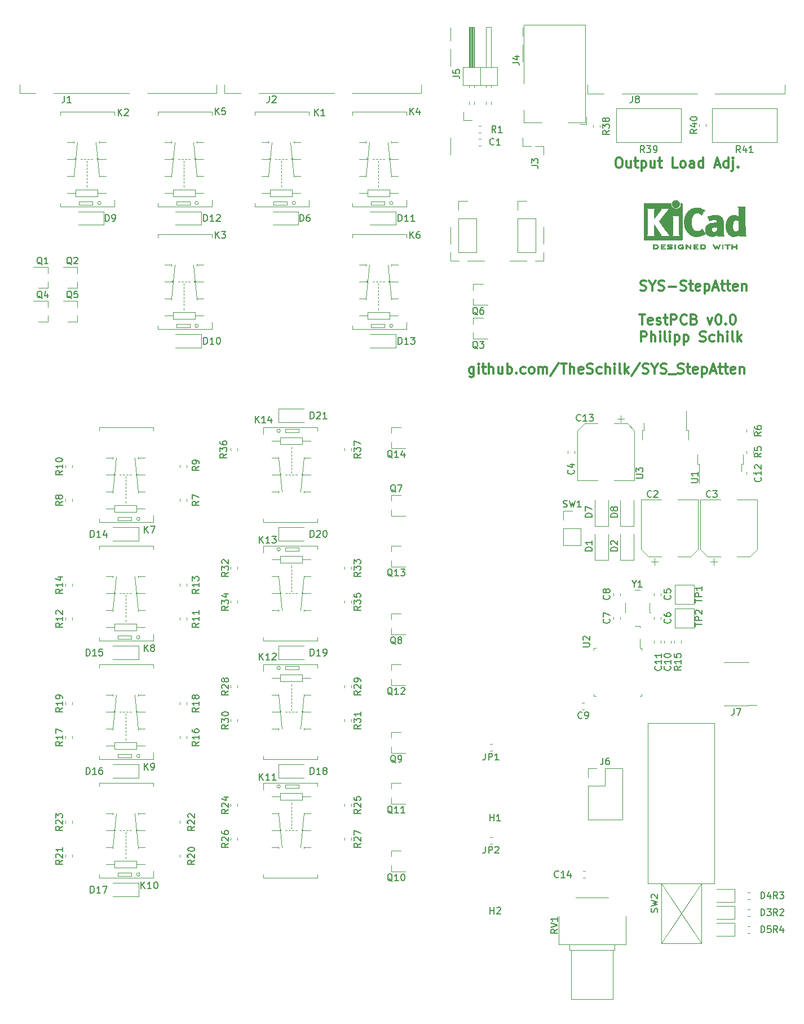
<source format=gbr>
G04 #@! TF.GenerationSoftware,KiCad,Pcbnew,(5.1.5)-3*
G04 #@! TF.CreationDate,2020-04-08T20:51:01+02:00*
G04 #@! TF.ProjectId,SYS_StepAtten,5359535f-5374-4657-9041-7474656e2e6b,proto v0.0*
G04 #@! TF.SameCoordinates,Original*
G04 #@! TF.FileFunction,Legend,Top*
G04 #@! TF.FilePolarity,Positive*
%FSLAX46Y46*%
G04 Gerber Fmt 4.6, Leading zero omitted, Abs format (unit mm)*
G04 Created by KiCad (PCBNEW (5.1.5)-3) date 2020-04-08 20:51:01*
%MOMM*%
%LPD*%
G04 APERTURE LIST*
%ADD10C,0.300000*%
%ADD11C,0.120000*%
%ADD12C,0.010000*%
%ADD13C,0.150000*%
G04 APERTURE END LIST*
D10*
X107289714Y-83879571D02*
X107289714Y-85093857D01*
X107218285Y-85236714D01*
X107146857Y-85308142D01*
X107003999Y-85379571D01*
X106789714Y-85379571D01*
X106646857Y-85308142D01*
X107289714Y-84808142D02*
X107146857Y-84879571D01*
X106861142Y-84879571D01*
X106718285Y-84808142D01*
X106646857Y-84736714D01*
X106575428Y-84593857D01*
X106575428Y-84165285D01*
X106646857Y-84022428D01*
X106718285Y-83951000D01*
X106861142Y-83879571D01*
X107146857Y-83879571D01*
X107289714Y-83951000D01*
X108003999Y-84879571D02*
X108003999Y-83879571D01*
X108003999Y-83379571D02*
X107932571Y-83451000D01*
X108003999Y-83522428D01*
X108075428Y-83451000D01*
X108003999Y-83379571D01*
X108003999Y-83522428D01*
X108503999Y-83879571D02*
X109075428Y-83879571D01*
X108718285Y-83379571D02*
X108718285Y-84665285D01*
X108789714Y-84808142D01*
X108932571Y-84879571D01*
X109075428Y-84879571D01*
X109575428Y-84879571D02*
X109575428Y-83379571D01*
X110218285Y-84879571D02*
X110218285Y-84093857D01*
X110146857Y-83951000D01*
X110003999Y-83879571D01*
X109789714Y-83879571D01*
X109646857Y-83951000D01*
X109575428Y-84022428D01*
X111575428Y-83879571D02*
X111575428Y-84879571D01*
X110932571Y-83879571D02*
X110932571Y-84665285D01*
X111003999Y-84808142D01*
X111146857Y-84879571D01*
X111361142Y-84879571D01*
X111503999Y-84808142D01*
X111575428Y-84736714D01*
X112289714Y-84879571D02*
X112289714Y-83379571D01*
X112289714Y-83951000D02*
X112432571Y-83879571D01*
X112718285Y-83879571D01*
X112861142Y-83951000D01*
X112932571Y-84022428D01*
X113003999Y-84165285D01*
X113003999Y-84593857D01*
X112932571Y-84736714D01*
X112861142Y-84808142D01*
X112718285Y-84879571D01*
X112432571Y-84879571D01*
X112289714Y-84808142D01*
X113646857Y-84736714D02*
X113718285Y-84808142D01*
X113646857Y-84879571D01*
X113575428Y-84808142D01*
X113646857Y-84736714D01*
X113646857Y-84879571D01*
X115003999Y-84808142D02*
X114861142Y-84879571D01*
X114575428Y-84879571D01*
X114432571Y-84808142D01*
X114361142Y-84736714D01*
X114289714Y-84593857D01*
X114289714Y-84165285D01*
X114361142Y-84022428D01*
X114432571Y-83951000D01*
X114575428Y-83879571D01*
X114861142Y-83879571D01*
X115003999Y-83951000D01*
X115861142Y-84879571D02*
X115718285Y-84808142D01*
X115646857Y-84736714D01*
X115575428Y-84593857D01*
X115575428Y-84165285D01*
X115646857Y-84022428D01*
X115718285Y-83951000D01*
X115861142Y-83879571D01*
X116075428Y-83879571D01*
X116218285Y-83951000D01*
X116289714Y-84022428D01*
X116361142Y-84165285D01*
X116361142Y-84593857D01*
X116289714Y-84736714D01*
X116218285Y-84808142D01*
X116075428Y-84879571D01*
X115861142Y-84879571D01*
X117003999Y-84879571D02*
X117003999Y-83879571D01*
X117003999Y-84022428D02*
X117075428Y-83951000D01*
X117218285Y-83879571D01*
X117432571Y-83879571D01*
X117575428Y-83951000D01*
X117646857Y-84093857D01*
X117646857Y-84879571D01*
X117646857Y-84093857D02*
X117718285Y-83951000D01*
X117861142Y-83879571D01*
X118075428Y-83879571D01*
X118218285Y-83951000D01*
X118289714Y-84093857D01*
X118289714Y-84879571D01*
X120075428Y-83308142D02*
X118789714Y-85236714D01*
X120361142Y-83379571D02*
X121218285Y-83379571D01*
X120789714Y-84879571D02*
X120789714Y-83379571D01*
X121718285Y-84879571D02*
X121718285Y-83379571D01*
X122361142Y-84879571D02*
X122361142Y-84093857D01*
X122289714Y-83951000D01*
X122146857Y-83879571D01*
X121932571Y-83879571D01*
X121789714Y-83951000D01*
X121718285Y-84022428D01*
X123646857Y-84808142D02*
X123503999Y-84879571D01*
X123218285Y-84879571D01*
X123075428Y-84808142D01*
X123003999Y-84665285D01*
X123003999Y-84093857D01*
X123075428Y-83951000D01*
X123218285Y-83879571D01*
X123503999Y-83879571D01*
X123646857Y-83951000D01*
X123718285Y-84093857D01*
X123718285Y-84236714D01*
X123003999Y-84379571D01*
X124289714Y-84808142D02*
X124503999Y-84879571D01*
X124861142Y-84879571D01*
X125003999Y-84808142D01*
X125075428Y-84736714D01*
X125146857Y-84593857D01*
X125146857Y-84451000D01*
X125075428Y-84308142D01*
X125003999Y-84236714D01*
X124861142Y-84165285D01*
X124575428Y-84093857D01*
X124432571Y-84022428D01*
X124361142Y-83951000D01*
X124289714Y-83808142D01*
X124289714Y-83665285D01*
X124361142Y-83522428D01*
X124432571Y-83451000D01*
X124575428Y-83379571D01*
X124932571Y-83379571D01*
X125146857Y-83451000D01*
X126432571Y-84808142D02*
X126289714Y-84879571D01*
X126003999Y-84879571D01*
X125861142Y-84808142D01*
X125789714Y-84736714D01*
X125718285Y-84593857D01*
X125718285Y-84165285D01*
X125789714Y-84022428D01*
X125861142Y-83951000D01*
X126003999Y-83879571D01*
X126289714Y-83879571D01*
X126432571Y-83951000D01*
X127075428Y-84879571D02*
X127075428Y-83379571D01*
X127718285Y-84879571D02*
X127718285Y-84093857D01*
X127646857Y-83951000D01*
X127503999Y-83879571D01*
X127289714Y-83879571D01*
X127146857Y-83951000D01*
X127075428Y-84022428D01*
X128432571Y-84879571D02*
X128432571Y-83879571D01*
X128432571Y-83379571D02*
X128361142Y-83451000D01*
X128432571Y-83522428D01*
X128503999Y-83451000D01*
X128432571Y-83379571D01*
X128432571Y-83522428D01*
X129361142Y-84879571D02*
X129218285Y-84808142D01*
X129146857Y-84665285D01*
X129146857Y-83379571D01*
X129932571Y-84879571D02*
X129932571Y-83379571D01*
X130075428Y-84308142D02*
X130503999Y-84879571D01*
X130503999Y-83879571D02*
X129932571Y-84451000D01*
X132218285Y-83308142D02*
X130932571Y-85236714D01*
X132646857Y-84808142D02*
X132861142Y-84879571D01*
X133218285Y-84879571D01*
X133361142Y-84808142D01*
X133432571Y-84736714D01*
X133503999Y-84593857D01*
X133503999Y-84451000D01*
X133432571Y-84308142D01*
X133361142Y-84236714D01*
X133218285Y-84165285D01*
X132932571Y-84093857D01*
X132789714Y-84022428D01*
X132718285Y-83951000D01*
X132646857Y-83808142D01*
X132646857Y-83665285D01*
X132718285Y-83522428D01*
X132789714Y-83451000D01*
X132932571Y-83379571D01*
X133289714Y-83379571D01*
X133503999Y-83451000D01*
X134432571Y-84165285D02*
X134432571Y-84879571D01*
X133932571Y-83379571D02*
X134432571Y-84165285D01*
X134932571Y-83379571D01*
X135361142Y-84808142D02*
X135575428Y-84879571D01*
X135932571Y-84879571D01*
X136075428Y-84808142D01*
X136146857Y-84736714D01*
X136218285Y-84593857D01*
X136218285Y-84451000D01*
X136146857Y-84308142D01*
X136075428Y-84236714D01*
X135932571Y-84165285D01*
X135646857Y-84093857D01*
X135504000Y-84022428D01*
X135432571Y-83951000D01*
X135361142Y-83808142D01*
X135361142Y-83665285D01*
X135432571Y-83522428D01*
X135504000Y-83451000D01*
X135646857Y-83379571D01*
X136004000Y-83379571D01*
X136218285Y-83451000D01*
X136504000Y-85022428D02*
X137646857Y-85022428D01*
X137932571Y-84808142D02*
X138146857Y-84879571D01*
X138504000Y-84879571D01*
X138646857Y-84808142D01*
X138718285Y-84736714D01*
X138789714Y-84593857D01*
X138789714Y-84451000D01*
X138718285Y-84308142D01*
X138646857Y-84236714D01*
X138504000Y-84165285D01*
X138218285Y-84093857D01*
X138075428Y-84022428D01*
X138004000Y-83951000D01*
X137932571Y-83808142D01*
X137932571Y-83665285D01*
X138004000Y-83522428D01*
X138075428Y-83451000D01*
X138218285Y-83379571D01*
X138575428Y-83379571D01*
X138789714Y-83451000D01*
X139218285Y-83879571D02*
X139789714Y-83879571D01*
X139432571Y-83379571D02*
X139432571Y-84665285D01*
X139504000Y-84808142D01*
X139646857Y-84879571D01*
X139789714Y-84879571D01*
X140861142Y-84808142D02*
X140718285Y-84879571D01*
X140432571Y-84879571D01*
X140289714Y-84808142D01*
X140218285Y-84665285D01*
X140218285Y-84093857D01*
X140289714Y-83951000D01*
X140432571Y-83879571D01*
X140718285Y-83879571D01*
X140861142Y-83951000D01*
X140932571Y-84093857D01*
X140932571Y-84236714D01*
X140218285Y-84379571D01*
X141575428Y-83879571D02*
X141575428Y-85379571D01*
X141575428Y-83951000D02*
X141718285Y-83879571D01*
X142003999Y-83879571D01*
X142146857Y-83951000D01*
X142218285Y-84022428D01*
X142289714Y-84165285D01*
X142289714Y-84593857D01*
X142218285Y-84736714D01*
X142146857Y-84808142D01*
X142003999Y-84879571D01*
X141718285Y-84879571D01*
X141575428Y-84808142D01*
X142861142Y-84451000D02*
X143575428Y-84451000D01*
X142718285Y-84879571D02*
X143218285Y-83379571D01*
X143718285Y-84879571D01*
X144003999Y-83879571D02*
X144575428Y-83879571D01*
X144218285Y-83379571D02*
X144218285Y-84665285D01*
X144289714Y-84808142D01*
X144432571Y-84879571D01*
X144575428Y-84879571D01*
X144861142Y-83879571D02*
X145432571Y-83879571D01*
X145075428Y-83379571D02*
X145075428Y-84665285D01*
X145146857Y-84808142D01*
X145289714Y-84879571D01*
X145432571Y-84879571D01*
X146503999Y-84808142D02*
X146361142Y-84879571D01*
X146075428Y-84879571D01*
X145932571Y-84808142D01*
X145861142Y-84665285D01*
X145861142Y-84093857D01*
X145932571Y-83951000D01*
X146075428Y-83879571D01*
X146361142Y-83879571D01*
X146503999Y-83951000D01*
X146575428Y-84093857D01*
X146575428Y-84236714D01*
X145861142Y-84379571D01*
X147218285Y-83879571D02*
X147218285Y-84879571D01*
X147218285Y-84022428D02*
X147289714Y-83951000D01*
X147432571Y-83879571D01*
X147646857Y-83879571D01*
X147789714Y-83951000D01*
X147861142Y-84093857D01*
X147861142Y-84879571D01*
X132306714Y-72347142D02*
X132521000Y-72418571D01*
X132878142Y-72418571D01*
X133021000Y-72347142D01*
X133092428Y-72275714D01*
X133163857Y-72132857D01*
X133163857Y-71990000D01*
X133092428Y-71847142D01*
X133021000Y-71775714D01*
X132878142Y-71704285D01*
X132592428Y-71632857D01*
X132449571Y-71561428D01*
X132378142Y-71490000D01*
X132306714Y-71347142D01*
X132306714Y-71204285D01*
X132378142Y-71061428D01*
X132449571Y-70990000D01*
X132592428Y-70918571D01*
X132949571Y-70918571D01*
X133163857Y-70990000D01*
X134092428Y-71704285D02*
X134092428Y-72418571D01*
X133592428Y-70918571D02*
X134092428Y-71704285D01*
X134592428Y-70918571D01*
X135021000Y-72347142D02*
X135235285Y-72418571D01*
X135592428Y-72418571D01*
X135735285Y-72347142D01*
X135806714Y-72275714D01*
X135878142Y-72132857D01*
X135878142Y-71990000D01*
X135806714Y-71847142D01*
X135735285Y-71775714D01*
X135592428Y-71704285D01*
X135306714Y-71632857D01*
X135163857Y-71561428D01*
X135092428Y-71490000D01*
X135021000Y-71347142D01*
X135021000Y-71204285D01*
X135092428Y-71061428D01*
X135163857Y-70990000D01*
X135306714Y-70918571D01*
X135663857Y-70918571D01*
X135878142Y-70990000D01*
X136521000Y-71847142D02*
X137663857Y-71847142D01*
X138306714Y-72347142D02*
X138521000Y-72418571D01*
X138878142Y-72418571D01*
X139021000Y-72347142D01*
X139092428Y-72275714D01*
X139163857Y-72132857D01*
X139163857Y-71990000D01*
X139092428Y-71847142D01*
X139021000Y-71775714D01*
X138878142Y-71704285D01*
X138592428Y-71632857D01*
X138449571Y-71561428D01*
X138378142Y-71490000D01*
X138306714Y-71347142D01*
X138306714Y-71204285D01*
X138378142Y-71061428D01*
X138449571Y-70990000D01*
X138592428Y-70918571D01*
X138949571Y-70918571D01*
X139163857Y-70990000D01*
X139592428Y-71418571D02*
X140163857Y-71418571D01*
X139806714Y-70918571D02*
X139806714Y-72204285D01*
X139878142Y-72347142D01*
X140021000Y-72418571D01*
X140163857Y-72418571D01*
X141235285Y-72347142D02*
X141092428Y-72418571D01*
X140806714Y-72418571D01*
X140663857Y-72347142D01*
X140592428Y-72204285D01*
X140592428Y-71632857D01*
X140663857Y-71490000D01*
X140806714Y-71418571D01*
X141092428Y-71418571D01*
X141235285Y-71490000D01*
X141306714Y-71632857D01*
X141306714Y-71775714D01*
X140592428Y-71918571D01*
X141949571Y-71418571D02*
X141949571Y-72918571D01*
X141949571Y-71490000D02*
X142092428Y-71418571D01*
X142378142Y-71418571D01*
X142521000Y-71490000D01*
X142592428Y-71561428D01*
X142663857Y-71704285D01*
X142663857Y-72132857D01*
X142592428Y-72275714D01*
X142521000Y-72347142D01*
X142378142Y-72418571D01*
X142092428Y-72418571D01*
X141949571Y-72347142D01*
X143235285Y-71990000D02*
X143949571Y-71990000D01*
X143092428Y-72418571D02*
X143592428Y-70918571D01*
X144092428Y-72418571D01*
X144378142Y-71418571D02*
X144949571Y-71418571D01*
X144592428Y-70918571D02*
X144592428Y-72204285D01*
X144663857Y-72347142D01*
X144806714Y-72418571D01*
X144949571Y-72418571D01*
X145235285Y-71418571D02*
X145806714Y-71418571D01*
X145449571Y-70918571D02*
X145449571Y-72204285D01*
X145521000Y-72347142D01*
X145663857Y-72418571D01*
X145806714Y-72418571D01*
X146878142Y-72347142D02*
X146735285Y-72418571D01*
X146449571Y-72418571D01*
X146306714Y-72347142D01*
X146235285Y-72204285D01*
X146235285Y-71632857D01*
X146306714Y-71490000D01*
X146449571Y-71418571D01*
X146735285Y-71418571D01*
X146878142Y-71490000D01*
X146949571Y-71632857D01*
X146949571Y-71775714D01*
X146235285Y-71918571D01*
X147592428Y-71418571D02*
X147592428Y-72418571D01*
X147592428Y-71561428D02*
X147663857Y-71490000D01*
X147806714Y-71418571D01*
X148021000Y-71418571D01*
X148163857Y-71490000D01*
X148235285Y-71632857D01*
X148235285Y-72418571D01*
X132163857Y-76018571D02*
X133021000Y-76018571D01*
X132592428Y-77518571D02*
X132592428Y-76018571D01*
X134092428Y-77447142D02*
X133949571Y-77518571D01*
X133663857Y-77518571D01*
X133521000Y-77447142D01*
X133449571Y-77304285D01*
X133449571Y-76732857D01*
X133521000Y-76590000D01*
X133663857Y-76518571D01*
X133949571Y-76518571D01*
X134092428Y-76590000D01*
X134163857Y-76732857D01*
X134163857Y-76875714D01*
X133449571Y-77018571D01*
X134735285Y-77447142D02*
X134878142Y-77518571D01*
X135163857Y-77518571D01*
X135306714Y-77447142D01*
X135378142Y-77304285D01*
X135378142Y-77232857D01*
X135306714Y-77090000D01*
X135163857Y-77018571D01*
X134949571Y-77018571D01*
X134806714Y-76947142D01*
X134735285Y-76804285D01*
X134735285Y-76732857D01*
X134806714Y-76590000D01*
X134949571Y-76518571D01*
X135163857Y-76518571D01*
X135306714Y-76590000D01*
X135806714Y-76518571D02*
X136378142Y-76518571D01*
X136021000Y-76018571D02*
X136021000Y-77304285D01*
X136092428Y-77447142D01*
X136235285Y-77518571D01*
X136378142Y-77518571D01*
X136878142Y-77518571D02*
X136878142Y-76018571D01*
X137449571Y-76018571D01*
X137592428Y-76090000D01*
X137663857Y-76161428D01*
X137735285Y-76304285D01*
X137735285Y-76518571D01*
X137663857Y-76661428D01*
X137592428Y-76732857D01*
X137449571Y-76804285D01*
X136878142Y-76804285D01*
X139235285Y-77375714D02*
X139163857Y-77447142D01*
X138949571Y-77518571D01*
X138806714Y-77518571D01*
X138592428Y-77447142D01*
X138449571Y-77304285D01*
X138378142Y-77161428D01*
X138306714Y-76875714D01*
X138306714Y-76661428D01*
X138378142Y-76375714D01*
X138449571Y-76232857D01*
X138592428Y-76090000D01*
X138806714Y-76018571D01*
X138949571Y-76018571D01*
X139163857Y-76090000D01*
X139235285Y-76161428D01*
X140378142Y-76732857D02*
X140592428Y-76804285D01*
X140663857Y-76875714D01*
X140735285Y-77018571D01*
X140735285Y-77232857D01*
X140663857Y-77375714D01*
X140592428Y-77447142D01*
X140449571Y-77518571D01*
X139878142Y-77518571D01*
X139878142Y-76018571D01*
X140378142Y-76018571D01*
X140521000Y-76090000D01*
X140592428Y-76161428D01*
X140663857Y-76304285D01*
X140663857Y-76447142D01*
X140592428Y-76590000D01*
X140521000Y-76661428D01*
X140378142Y-76732857D01*
X139878142Y-76732857D01*
X142378142Y-76518571D02*
X142735285Y-77518571D01*
X143092428Y-76518571D01*
X143949571Y-76018571D02*
X144092428Y-76018571D01*
X144235285Y-76090000D01*
X144306714Y-76161428D01*
X144378142Y-76304285D01*
X144449571Y-76590000D01*
X144449571Y-76947142D01*
X144378142Y-77232857D01*
X144306714Y-77375714D01*
X144235285Y-77447142D01*
X144092428Y-77518571D01*
X143949571Y-77518571D01*
X143806714Y-77447142D01*
X143735285Y-77375714D01*
X143663857Y-77232857D01*
X143592428Y-76947142D01*
X143592428Y-76590000D01*
X143663857Y-76304285D01*
X143735285Y-76161428D01*
X143806714Y-76090000D01*
X143949571Y-76018571D01*
X145092428Y-77375714D02*
X145163857Y-77447142D01*
X145092428Y-77518571D01*
X145021000Y-77447142D01*
X145092428Y-77375714D01*
X145092428Y-77518571D01*
X146092428Y-76018571D02*
X146235285Y-76018571D01*
X146378142Y-76090000D01*
X146449571Y-76161428D01*
X146521000Y-76304285D01*
X146592428Y-76590000D01*
X146592428Y-76947142D01*
X146521000Y-77232857D01*
X146449571Y-77375714D01*
X146378142Y-77447142D01*
X146235285Y-77518571D01*
X146092428Y-77518571D01*
X145949571Y-77447142D01*
X145878142Y-77375714D01*
X145806714Y-77232857D01*
X145735285Y-76947142D01*
X145735285Y-76590000D01*
X145806714Y-76304285D01*
X145878142Y-76161428D01*
X145949571Y-76090000D01*
X146092428Y-76018571D01*
X132378142Y-80068571D02*
X132378142Y-78568571D01*
X132949571Y-78568571D01*
X133092428Y-78640000D01*
X133163857Y-78711428D01*
X133235285Y-78854285D01*
X133235285Y-79068571D01*
X133163857Y-79211428D01*
X133092428Y-79282857D01*
X132949571Y-79354285D01*
X132378142Y-79354285D01*
X133878142Y-80068571D02*
X133878142Y-78568571D01*
X134521000Y-80068571D02*
X134521000Y-79282857D01*
X134449571Y-79140000D01*
X134306714Y-79068571D01*
X134092428Y-79068571D01*
X133949571Y-79140000D01*
X133878142Y-79211428D01*
X135235285Y-80068571D02*
X135235285Y-79068571D01*
X135235285Y-78568571D02*
X135163857Y-78640000D01*
X135235285Y-78711428D01*
X135306714Y-78640000D01*
X135235285Y-78568571D01*
X135235285Y-78711428D01*
X136163857Y-80068571D02*
X136021000Y-79997142D01*
X135949571Y-79854285D01*
X135949571Y-78568571D01*
X136735285Y-80068571D02*
X136735285Y-79068571D01*
X136735285Y-78568571D02*
X136663857Y-78640000D01*
X136735285Y-78711428D01*
X136806714Y-78640000D01*
X136735285Y-78568571D01*
X136735285Y-78711428D01*
X137449571Y-79068571D02*
X137449571Y-80568571D01*
X137449571Y-79140000D02*
X137592428Y-79068571D01*
X137878142Y-79068571D01*
X138021000Y-79140000D01*
X138092428Y-79211428D01*
X138163857Y-79354285D01*
X138163857Y-79782857D01*
X138092428Y-79925714D01*
X138021000Y-79997142D01*
X137878142Y-80068571D01*
X137592428Y-80068571D01*
X137449571Y-79997142D01*
X138806714Y-79068571D02*
X138806714Y-80568571D01*
X138806714Y-79140000D02*
X138949571Y-79068571D01*
X139235285Y-79068571D01*
X139378142Y-79140000D01*
X139449571Y-79211428D01*
X139521000Y-79354285D01*
X139521000Y-79782857D01*
X139449571Y-79925714D01*
X139378142Y-79997142D01*
X139235285Y-80068571D01*
X138949571Y-80068571D01*
X138806714Y-79997142D01*
X141235285Y-79997142D02*
X141449571Y-80068571D01*
X141806714Y-80068571D01*
X141949571Y-79997142D01*
X142021000Y-79925714D01*
X142092428Y-79782857D01*
X142092428Y-79640000D01*
X142021000Y-79497142D01*
X141949571Y-79425714D01*
X141806714Y-79354285D01*
X141521000Y-79282857D01*
X141378142Y-79211428D01*
X141306714Y-79140000D01*
X141235285Y-78997142D01*
X141235285Y-78854285D01*
X141306714Y-78711428D01*
X141378142Y-78640000D01*
X141521000Y-78568571D01*
X141878142Y-78568571D01*
X142092428Y-78640000D01*
X143378142Y-79997142D02*
X143235285Y-80068571D01*
X142949571Y-80068571D01*
X142806714Y-79997142D01*
X142735285Y-79925714D01*
X142663857Y-79782857D01*
X142663857Y-79354285D01*
X142735285Y-79211428D01*
X142806714Y-79140000D01*
X142949571Y-79068571D01*
X143235285Y-79068571D01*
X143378142Y-79140000D01*
X144021000Y-80068571D02*
X144021000Y-78568571D01*
X144663857Y-80068571D02*
X144663857Y-79282857D01*
X144592428Y-79140000D01*
X144449571Y-79068571D01*
X144235285Y-79068571D01*
X144092428Y-79140000D01*
X144021000Y-79211428D01*
X145378142Y-80068571D02*
X145378142Y-79068571D01*
X145378142Y-78568571D02*
X145306714Y-78640000D01*
X145378142Y-78711428D01*
X145449571Y-78640000D01*
X145378142Y-78568571D01*
X145378142Y-78711428D01*
X146306714Y-80068571D02*
X146163857Y-79997142D01*
X146092428Y-79854285D01*
X146092428Y-78568571D01*
X146878142Y-80068571D02*
X146878142Y-78568571D01*
X147021000Y-79497142D02*
X147449571Y-80068571D01*
X147449571Y-79068571D02*
X146878142Y-79640000D01*
X128937857Y-52518571D02*
X129223571Y-52518571D01*
X129366428Y-52590000D01*
X129509285Y-52732857D01*
X129580714Y-53018571D01*
X129580714Y-53518571D01*
X129509285Y-53804285D01*
X129366428Y-53947142D01*
X129223571Y-54018571D01*
X128937857Y-54018571D01*
X128795000Y-53947142D01*
X128652142Y-53804285D01*
X128580714Y-53518571D01*
X128580714Y-53018571D01*
X128652142Y-52732857D01*
X128795000Y-52590000D01*
X128937857Y-52518571D01*
X130866428Y-53018571D02*
X130866428Y-54018571D01*
X130223571Y-53018571D02*
X130223571Y-53804285D01*
X130295000Y-53947142D01*
X130437857Y-54018571D01*
X130652142Y-54018571D01*
X130795000Y-53947142D01*
X130866428Y-53875714D01*
X131366428Y-53018571D02*
X131937857Y-53018571D01*
X131580714Y-52518571D02*
X131580714Y-53804285D01*
X131652142Y-53947142D01*
X131795000Y-54018571D01*
X131937857Y-54018571D01*
X132437857Y-53018571D02*
X132437857Y-54518571D01*
X132437857Y-53090000D02*
X132580714Y-53018571D01*
X132866428Y-53018571D01*
X133009285Y-53090000D01*
X133080714Y-53161428D01*
X133152142Y-53304285D01*
X133152142Y-53732857D01*
X133080714Y-53875714D01*
X133009285Y-53947142D01*
X132866428Y-54018571D01*
X132580714Y-54018571D01*
X132437857Y-53947142D01*
X134437857Y-53018571D02*
X134437857Y-54018571D01*
X133795000Y-53018571D02*
X133795000Y-53804285D01*
X133866428Y-53947142D01*
X134009285Y-54018571D01*
X134223571Y-54018571D01*
X134366428Y-53947142D01*
X134437857Y-53875714D01*
X134937857Y-53018571D02*
X135509285Y-53018571D01*
X135152142Y-52518571D02*
X135152142Y-53804285D01*
X135223571Y-53947142D01*
X135366428Y-54018571D01*
X135509285Y-54018571D01*
X137866428Y-54018571D02*
X137152142Y-54018571D01*
X137152142Y-52518571D01*
X138580714Y-54018571D02*
X138437857Y-53947142D01*
X138366428Y-53875714D01*
X138295000Y-53732857D01*
X138295000Y-53304285D01*
X138366428Y-53161428D01*
X138437857Y-53090000D01*
X138580714Y-53018571D01*
X138795000Y-53018571D01*
X138937857Y-53090000D01*
X139009285Y-53161428D01*
X139080714Y-53304285D01*
X139080714Y-53732857D01*
X139009285Y-53875714D01*
X138937857Y-53947142D01*
X138795000Y-54018571D01*
X138580714Y-54018571D01*
X140366428Y-54018571D02*
X140366428Y-53232857D01*
X140295000Y-53090000D01*
X140152142Y-53018571D01*
X139866428Y-53018571D01*
X139723571Y-53090000D01*
X140366428Y-53947142D02*
X140223571Y-54018571D01*
X139866428Y-54018571D01*
X139723571Y-53947142D01*
X139652142Y-53804285D01*
X139652142Y-53661428D01*
X139723571Y-53518571D01*
X139866428Y-53447142D01*
X140223571Y-53447142D01*
X140366428Y-53375714D01*
X141723571Y-54018571D02*
X141723571Y-52518571D01*
X141723571Y-53947142D02*
X141580714Y-54018571D01*
X141295000Y-54018571D01*
X141152142Y-53947142D01*
X141080714Y-53875714D01*
X141009285Y-53732857D01*
X141009285Y-53304285D01*
X141080714Y-53161428D01*
X141152142Y-53090000D01*
X141295000Y-53018571D01*
X141580714Y-53018571D01*
X141723571Y-53090000D01*
X143509285Y-53590000D02*
X144223571Y-53590000D01*
X143366428Y-54018571D02*
X143866428Y-52518571D01*
X144366428Y-54018571D01*
X145509285Y-54018571D02*
X145509285Y-52518571D01*
X145509285Y-53947142D02*
X145366428Y-54018571D01*
X145080714Y-54018571D01*
X144937857Y-53947142D01*
X144866428Y-53875714D01*
X144795000Y-53732857D01*
X144795000Y-53304285D01*
X144866428Y-53161428D01*
X144937857Y-53090000D01*
X145080714Y-53018571D01*
X145366428Y-53018571D01*
X145509285Y-53090000D01*
X146223571Y-53018571D02*
X146223571Y-54304285D01*
X146152142Y-54447142D01*
X146009285Y-54518571D01*
X145937857Y-54518571D01*
X146223571Y-52518571D02*
X146152142Y-52590000D01*
X146223571Y-52661428D01*
X146295000Y-52590000D01*
X146223571Y-52518571D01*
X146223571Y-52661428D01*
X146937857Y-53875714D02*
X147009285Y-53947142D01*
X146937857Y-54018571D01*
X146866428Y-53947142D01*
X146937857Y-53875714D01*
X146937857Y-54018571D01*
D11*
X135430000Y-161320000D02*
X141430000Y-170320000D01*
X135430000Y-170320000D02*
X135430000Y-161320000D01*
X141430000Y-161320000D02*
X135430000Y-170320000D01*
X141430000Y-170320000D02*
X141430000Y-169320000D01*
X141430000Y-170320000D02*
X135430000Y-170320000D01*
X141430000Y-169320000D02*
X141430000Y-161320000D01*
X135430000Y-161320000D02*
X135430000Y-170320000D01*
X143430000Y-137320000D02*
X133430000Y-137320000D01*
X143430000Y-161320000D02*
X143430000Y-137320000D01*
X133430000Y-161320000D02*
X143430000Y-161320000D01*
X133430000Y-137320000D02*
X133430000Y-161320000D01*
D12*
G36*
X134352337Y-65484258D02*
G01*
X134391819Y-65484659D01*
X134507508Y-65487451D01*
X134604397Y-65495742D01*
X134685789Y-65510424D01*
X134754985Y-65532385D01*
X134815288Y-65562514D01*
X134870000Y-65601702D01*
X134889541Y-65618724D01*
X134921958Y-65658555D01*
X134951188Y-65712605D01*
X134973717Y-65772515D01*
X134986029Y-65829931D01*
X134987308Y-65851148D01*
X134979291Y-65909961D01*
X134957809Y-65974205D01*
X134926709Y-66035013D01*
X134889842Y-66083522D01*
X134883854Y-66089374D01*
X134833129Y-66130513D01*
X134777583Y-66162627D01*
X134714012Y-66186557D01*
X134639214Y-66203145D01*
X134549986Y-66213233D01*
X134443126Y-66217661D01*
X134394180Y-66218037D01*
X134331946Y-66217737D01*
X134288180Y-66216484D01*
X134258777Y-66213746D01*
X134239629Y-66208993D01*
X134226631Y-66201693D01*
X134219663Y-66195459D01*
X134213082Y-66187886D01*
X134207920Y-66178116D01*
X134204005Y-66163532D01*
X134201165Y-66141518D01*
X134199228Y-66109456D01*
X134198024Y-66064728D01*
X134197380Y-66004718D01*
X134197125Y-65926809D01*
X134197086Y-65851148D01*
X134196838Y-65750233D01*
X134196891Y-65669619D01*
X134197851Y-65631014D01*
X134343841Y-65631014D01*
X134343841Y-66071281D01*
X134436974Y-66071196D01*
X134493015Y-66069588D01*
X134551709Y-66065448D01*
X134600680Y-66059656D01*
X134602170Y-66059418D01*
X134681316Y-66040282D01*
X134742706Y-66010479D01*
X134789403Y-65968070D01*
X134819073Y-65922153D01*
X134837355Y-65871218D01*
X134835937Y-65823392D01*
X134814720Y-65772125D01*
X134773219Y-65719091D01*
X134715710Y-65679792D01*
X134640958Y-65653523D01*
X134591000Y-65644227D01*
X134534292Y-65637699D01*
X134474189Y-65632974D01*
X134423069Y-65631009D01*
X134420041Y-65631000D01*
X134343841Y-65631014D01*
X134197851Y-65631014D01*
X134198448Y-65607043D01*
X134202710Y-65560247D01*
X134210878Y-65526970D01*
X134224152Y-65504951D01*
X134243734Y-65491931D01*
X134270825Y-65485649D01*
X134306626Y-65483845D01*
X134352337Y-65484258D01*
G37*
X134352337Y-65484258D02*
X134391819Y-65484659D01*
X134507508Y-65487451D01*
X134604397Y-65495742D01*
X134685789Y-65510424D01*
X134754985Y-65532385D01*
X134815288Y-65562514D01*
X134870000Y-65601702D01*
X134889541Y-65618724D01*
X134921958Y-65658555D01*
X134951188Y-65712605D01*
X134973717Y-65772515D01*
X134986029Y-65829931D01*
X134987308Y-65851148D01*
X134979291Y-65909961D01*
X134957809Y-65974205D01*
X134926709Y-66035013D01*
X134889842Y-66083522D01*
X134883854Y-66089374D01*
X134833129Y-66130513D01*
X134777583Y-66162627D01*
X134714012Y-66186557D01*
X134639214Y-66203145D01*
X134549986Y-66213233D01*
X134443126Y-66217661D01*
X134394180Y-66218037D01*
X134331946Y-66217737D01*
X134288180Y-66216484D01*
X134258777Y-66213746D01*
X134239629Y-66208993D01*
X134226631Y-66201693D01*
X134219663Y-66195459D01*
X134213082Y-66187886D01*
X134207920Y-66178116D01*
X134204005Y-66163532D01*
X134201165Y-66141518D01*
X134199228Y-66109456D01*
X134198024Y-66064728D01*
X134197380Y-66004718D01*
X134197125Y-65926809D01*
X134197086Y-65851148D01*
X134196838Y-65750233D01*
X134196891Y-65669619D01*
X134197851Y-65631014D01*
X134343841Y-65631014D01*
X134343841Y-66071281D01*
X134436974Y-66071196D01*
X134493015Y-66069588D01*
X134551709Y-66065448D01*
X134600680Y-66059656D01*
X134602170Y-66059418D01*
X134681316Y-66040282D01*
X134742706Y-66010479D01*
X134789403Y-65968070D01*
X134819073Y-65922153D01*
X134837355Y-65871218D01*
X134835937Y-65823392D01*
X134814720Y-65772125D01*
X134773219Y-65719091D01*
X134715710Y-65679792D01*
X134640958Y-65653523D01*
X134591000Y-65644227D01*
X134534292Y-65637699D01*
X134474189Y-65632974D01*
X134423069Y-65631009D01*
X134420041Y-65631000D01*
X134343841Y-65631014D01*
X134197851Y-65631014D01*
X134198448Y-65607043D01*
X134202710Y-65560247D01*
X134210878Y-65526970D01*
X134224152Y-65504951D01*
X134243734Y-65491931D01*
X134270825Y-65485649D01*
X134306626Y-65483845D01*
X134352337Y-65484258D01*
G36*
X135760914Y-65484338D02*
G01*
X135830322Y-65484710D01*
X135882711Y-65485577D01*
X135920861Y-65487138D01*
X135947549Y-65489595D01*
X135965555Y-65493149D01*
X135977659Y-65498002D01*
X135986639Y-65504353D01*
X135989890Y-65507276D01*
X136009665Y-65538334D01*
X136013226Y-65574020D01*
X136000217Y-65605702D01*
X135994202Y-65612105D01*
X135984473Y-65618313D01*
X135968807Y-65623102D01*
X135944300Y-65626706D01*
X135908047Y-65629356D01*
X135857143Y-65631287D01*
X135788682Y-65632731D01*
X135726091Y-65633610D01*
X135478374Y-65636659D01*
X135474989Y-65701570D01*
X135471603Y-65766481D01*
X135639750Y-65766481D01*
X135712749Y-65767111D01*
X135766191Y-65769745D01*
X135803080Y-65775501D01*
X135826420Y-65785496D01*
X135839214Y-65800848D01*
X135844466Y-65822674D01*
X135845263Y-65842930D01*
X135842785Y-65867784D01*
X135833431Y-65886098D01*
X135814325Y-65898829D01*
X135782590Y-65906933D01*
X135735349Y-65911368D01*
X135669725Y-65913091D01*
X135633907Y-65913237D01*
X135472730Y-65913237D01*
X135472730Y-66071281D01*
X135721086Y-66071281D01*
X135802495Y-66071394D01*
X135864366Y-66071904D01*
X135909740Y-66073062D01*
X135941654Y-66075122D01*
X135963149Y-66078338D01*
X135977265Y-66082964D01*
X135987040Y-66089251D01*
X135992019Y-66093859D01*
X136009098Y-66120752D01*
X136014597Y-66144659D01*
X136006745Y-66173859D01*
X135992019Y-66195459D01*
X135984162Y-66202258D01*
X135974020Y-66207538D01*
X135958864Y-66211490D01*
X135935967Y-66214305D01*
X135902599Y-66216174D01*
X135856033Y-66217290D01*
X135793541Y-66217843D01*
X135712394Y-66218025D01*
X135670286Y-66218037D01*
X135580110Y-66217957D01*
X135509784Y-66217590D01*
X135456579Y-66216744D01*
X135417768Y-66215228D01*
X135390621Y-66212851D01*
X135372410Y-66209421D01*
X135360408Y-66204746D01*
X135351886Y-66198636D01*
X135348552Y-66195459D01*
X135341953Y-66187862D01*
X135336781Y-66178062D01*
X135332862Y-66163431D01*
X135330024Y-66141344D01*
X135328093Y-66109174D01*
X135326896Y-66064295D01*
X135326260Y-66004081D01*
X135326011Y-65925905D01*
X135325974Y-65853115D01*
X135326008Y-65759899D01*
X135326243Y-65686623D01*
X135326878Y-65630650D01*
X135328114Y-65589343D01*
X135330152Y-65560064D01*
X135333191Y-65540176D01*
X135337431Y-65527042D01*
X135343073Y-65518024D01*
X135350317Y-65510485D01*
X135352102Y-65508804D01*
X135360763Y-65501364D01*
X135370826Y-65495601D01*
X135385083Y-65491304D01*
X135406325Y-65488256D01*
X135437344Y-65486243D01*
X135480931Y-65485052D01*
X135539877Y-65484467D01*
X135616974Y-65484275D01*
X135671707Y-65484259D01*
X135760914Y-65484338D01*
G37*
X135760914Y-65484338D02*
X135830322Y-65484710D01*
X135882711Y-65485577D01*
X135920861Y-65487138D01*
X135947549Y-65489595D01*
X135965555Y-65493149D01*
X135977659Y-65498002D01*
X135986639Y-65504353D01*
X135989890Y-65507276D01*
X136009665Y-65538334D01*
X136013226Y-65574020D01*
X136000217Y-65605702D01*
X135994202Y-65612105D01*
X135984473Y-65618313D01*
X135968807Y-65623102D01*
X135944300Y-65626706D01*
X135908047Y-65629356D01*
X135857143Y-65631287D01*
X135788682Y-65632731D01*
X135726091Y-65633610D01*
X135478374Y-65636659D01*
X135474989Y-65701570D01*
X135471603Y-65766481D01*
X135639750Y-65766481D01*
X135712749Y-65767111D01*
X135766191Y-65769745D01*
X135803080Y-65775501D01*
X135826420Y-65785496D01*
X135839214Y-65800848D01*
X135844466Y-65822674D01*
X135845263Y-65842930D01*
X135842785Y-65867784D01*
X135833431Y-65886098D01*
X135814325Y-65898829D01*
X135782590Y-65906933D01*
X135735349Y-65911368D01*
X135669725Y-65913091D01*
X135633907Y-65913237D01*
X135472730Y-65913237D01*
X135472730Y-66071281D01*
X135721086Y-66071281D01*
X135802495Y-66071394D01*
X135864366Y-66071904D01*
X135909740Y-66073062D01*
X135941654Y-66075122D01*
X135963149Y-66078338D01*
X135977265Y-66082964D01*
X135987040Y-66089251D01*
X135992019Y-66093859D01*
X136009098Y-66120752D01*
X136014597Y-66144659D01*
X136006745Y-66173859D01*
X135992019Y-66195459D01*
X135984162Y-66202258D01*
X135974020Y-66207538D01*
X135958864Y-66211490D01*
X135935967Y-66214305D01*
X135902599Y-66216174D01*
X135856033Y-66217290D01*
X135793541Y-66217843D01*
X135712394Y-66218025D01*
X135670286Y-66218037D01*
X135580110Y-66217957D01*
X135509784Y-66217590D01*
X135456579Y-66216744D01*
X135417768Y-66215228D01*
X135390621Y-66212851D01*
X135372410Y-66209421D01*
X135360408Y-66204746D01*
X135351886Y-66198636D01*
X135348552Y-66195459D01*
X135341953Y-66187862D01*
X135336781Y-66178062D01*
X135332862Y-66163431D01*
X135330024Y-66141344D01*
X135328093Y-66109174D01*
X135326896Y-66064295D01*
X135326260Y-66004081D01*
X135326011Y-65925905D01*
X135325974Y-65853115D01*
X135326008Y-65759899D01*
X135326243Y-65686623D01*
X135326878Y-65630650D01*
X135328114Y-65589343D01*
X135330152Y-65560064D01*
X135333191Y-65540176D01*
X135337431Y-65527042D01*
X135343073Y-65518024D01*
X135350317Y-65510485D01*
X135352102Y-65508804D01*
X135360763Y-65501364D01*
X135370826Y-65495601D01*
X135385083Y-65491304D01*
X135406325Y-65488256D01*
X135437344Y-65486243D01*
X135480931Y-65485052D01*
X135539877Y-65484467D01*
X135616974Y-65484275D01*
X135671707Y-65484259D01*
X135760914Y-65484338D01*
G36*
X136782005Y-65485543D02*
G01*
X136856820Y-65490773D01*
X136926402Y-65498942D01*
X136986706Y-65509742D01*
X137033688Y-65522865D01*
X137063302Y-65538005D01*
X137067848Y-65542461D01*
X137083654Y-65577042D01*
X137078861Y-65612543D01*
X137054344Y-65642917D01*
X137053174Y-65643788D01*
X137038754Y-65653146D01*
X137023700Y-65658068D01*
X137002703Y-65658665D01*
X136970451Y-65655053D01*
X136921635Y-65647346D01*
X136917708Y-65646697D01*
X136844969Y-65637761D01*
X136766491Y-65633353D01*
X136687781Y-65633311D01*
X136614347Y-65637471D01*
X136551697Y-65645671D01*
X136505338Y-65657749D01*
X136502292Y-65658963D01*
X136468660Y-65677807D01*
X136456844Y-65696877D01*
X136466094Y-65715631D01*
X136495661Y-65733529D01*
X136544797Y-65750029D01*
X136612751Y-65764588D01*
X136658063Y-65771598D01*
X136752252Y-65785081D01*
X136827164Y-65797406D01*
X136885991Y-65809641D01*
X136931923Y-65822853D01*
X136968153Y-65838109D01*
X136997870Y-65856477D01*
X137024266Y-65879023D01*
X137045478Y-65901163D01*
X137070643Y-65932011D01*
X137083027Y-65958537D01*
X137086900Y-65991218D01*
X137087041Y-66003187D01*
X137084132Y-66042904D01*
X137072506Y-66072451D01*
X137052385Y-66098678D01*
X137011492Y-66138768D01*
X136965891Y-66169341D01*
X136912195Y-66191395D01*
X136847016Y-66205927D01*
X136766964Y-66213933D01*
X136668651Y-66216410D01*
X136652419Y-66216369D01*
X136586859Y-66215010D01*
X136521842Y-66211922D01*
X136464456Y-66207548D01*
X136421786Y-66202332D01*
X136418336Y-66201733D01*
X136375912Y-66191683D01*
X136339928Y-66178988D01*
X136319558Y-66167382D01*
X136300601Y-66136764D01*
X136299281Y-66101110D01*
X136315623Y-66069336D01*
X136319279Y-66065743D01*
X136334393Y-66055068D01*
X136353293Y-66050468D01*
X136382546Y-66051251D01*
X136418057Y-66055319D01*
X136457738Y-66058954D01*
X136513363Y-66062020D01*
X136578302Y-66064245D01*
X136645923Y-66065356D01*
X136663708Y-66065429D01*
X136731580Y-66065156D01*
X136781254Y-66063838D01*
X136817098Y-66061019D01*
X136843484Y-66056242D01*
X136864782Y-66049049D01*
X136877582Y-66043059D01*
X136905708Y-66026425D01*
X136923640Y-66011360D01*
X136926261Y-66007089D01*
X136920732Y-65989455D01*
X136894448Y-65972384D01*
X136849230Y-65956650D01*
X136786900Y-65943030D01*
X136768537Y-65939996D01*
X136672618Y-65924930D01*
X136596067Y-65912338D01*
X136535928Y-65901303D01*
X136489248Y-65890912D01*
X136453071Y-65880248D01*
X136424443Y-65868397D01*
X136400410Y-65854443D01*
X136378016Y-65837473D01*
X136354306Y-65816570D01*
X136346328Y-65809241D01*
X136318355Y-65781891D01*
X136303548Y-65760221D01*
X136297756Y-65735424D01*
X136296819Y-65704175D01*
X136307133Y-65642897D01*
X136337956Y-65590832D01*
X136389113Y-65548150D01*
X136460425Y-65515017D01*
X136511308Y-65500156D01*
X136566608Y-65490558D01*
X136632855Y-65485128D01*
X136706002Y-65483559D01*
X136782005Y-65485543D01*
G37*
X136782005Y-65485543D02*
X136856820Y-65490773D01*
X136926402Y-65498942D01*
X136986706Y-65509742D01*
X137033688Y-65522865D01*
X137063302Y-65538005D01*
X137067848Y-65542461D01*
X137083654Y-65577042D01*
X137078861Y-65612543D01*
X137054344Y-65642917D01*
X137053174Y-65643788D01*
X137038754Y-65653146D01*
X137023700Y-65658068D01*
X137002703Y-65658665D01*
X136970451Y-65655053D01*
X136921635Y-65647346D01*
X136917708Y-65646697D01*
X136844969Y-65637761D01*
X136766491Y-65633353D01*
X136687781Y-65633311D01*
X136614347Y-65637471D01*
X136551697Y-65645671D01*
X136505338Y-65657749D01*
X136502292Y-65658963D01*
X136468660Y-65677807D01*
X136456844Y-65696877D01*
X136466094Y-65715631D01*
X136495661Y-65733529D01*
X136544797Y-65750029D01*
X136612751Y-65764588D01*
X136658063Y-65771598D01*
X136752252Y-65785081D01*
X136827164Y-65797406D01*
X136885991Y-65809641D01*
X136931923Y-65822853D01*
X136968153Y-65838109D01*
X136997870Y-65856477D01*
X137024266Y-65879023D01*
X137045478Y-65901163D01*
X137070643Y-65932011D01*
X137083027Y-65958537D01*
X137086900Y-65991218D01*
X137087041Y-66003187D01*
X137084132Y-66042904D01*
X137072506Y-66072451D01*
X137052385Y-66098678D01*
X137011492Y-66138768D01*
X136965891Y-66169341D01*
X136912195Y-66191395D01*
X136847016Y-66205927D01*
X136766964Y-66213933D01*
X136668651Y-66216410D01*
X136652419Y-66216369D01*
X136586859Y-66215010D01*
X136521842Y-66211922D01*
X136464456Y-66207548D01*
X136421786Y-66202332D01*
X136418336Y-66201733D01*
X136375912Y-66191683D01*
X136339928Y-66178988D01*
X136319558Y-66167382D01*
X136300601Y-66136764D01*
X136299281Y-66101110D01*
X136315623Y-66069336D01*
X136319279Y-66065743D01*
X136334393Y-66055068D01*
X136353293Y-66050468D01*
X136382546Y-66051251D01*
X136418057Y-66055319D01*
X136457738Y-66058954D01*
X136513363Y-66062020D01*
X136578302Y-66064245D01*
X136645923Y-66065356D01*
X136663708Y-66065429D01*
X136731580Y-66065156D01*
X136781254Y-66063838D01*
X136817098Y-66061019D01*
X136843484Y-66056242D01*
X136864782Y-66049049D01*
X136877582Y-66043059D01*
X136905708Y-66026425D01*
X136923640Y-66011360D01*
X136926261Y-66007089D01*
X136920732Y-65989455D01*
X136894448Y-65972384D01*
X136849230Y-65956650D01*
X136786900Y-65943030D01*
X136768537Y-65939996D01*
X136672618Y-65924930D01*
X136596067Y-65912338D01*
X136535928Y-65901303D01*
X136489248Y-65890912D01*
X136453071Y-65880248D01*
X136424443Y-65868397D01*
X136400410Y-65854443D01*
X136378016Y-65837473D01*
X136354306Y-65816570D01*
X136346328Y-65809241D01*
X136318355Y-65781891D01*
X136303548Y-65760221D01*
X136297756Y-65735424D01*
X136296819Y-65704175D01*
X136307133Y-65642897D01*
X136337956Y-65590832D01*
X136389113Y-65548150D01*
X136460425Y-65515017D01*
X136511308Y-65500156D01*
X136566608Y-65490558D01*
X136632855Y-65485128D01*
X136706002Y-65483559D01*
X136782005Y-65485543D01*
G36*
X137549886Y-65506837D02*
G01*
X137556466Y-65514410D01*
X137561629Y-65524179D01*
X137565544Y-65538763D01*
X137568384Y-65560777D01*
X137570321Y-65592840D01*
X137571525Y-65637567D01*
X137572169Y-65697577D01*
X137572424Y-65775486D01*
X137572463Y-65851148D01*
X137572394Y-65944994D01*
X137572070Y-66018881D01*
X137571322Y-66075424D01*
X137569976Y-66117241D01*
X137567862Y-66146949D01*
X137564808Y-66167165D01*
X137560642Y-66180506D01*
X137555192Y-66189590D01*
X137549886Y-66195459D01*
X137516882Y-66215139D01*
X137481717Y-66213373D01*
X137450253Y-66191909D01*
X137443024Y-66183529D01*
X137437374Y-66173806D01*
X137433109Y-66160053D01*
X137430035Y-66139581D01*
X137427956Y-66109704D01*
X137426678Y-66067733D01*
X137426007Y-66010981D01*
X137425749Y-65936759D01*
X137425708Y-65852729D01*
X137425708Y-65539677D01*
X137453417Y-65511968D01*
X137487571Y-65488655D01*
X137520702Y-65487815D01*
X137549886Y-65506837D01*
G37*
X137549886Y-65506837D02*
X137556466Y-65514410D01*
X137561629Y-65524179D01*
X137565544Y-65538763D01*
X137568384Y-65560777D01*
X137570321Y-65592840D01*
X137571525Y-65637567D01*
X137572169Y-65697577D01*
X137572424Y-65775486D01*
X137572463Y-65851148D01*
X137572394Y-65944994D01*
X137572070Y-66018881D01*
X137571322Y-66075424D01*
X137569976Y-66117241D01*
X137567862Y-66146949D01*
X137564808Y-66167165D01*
X137560642Y-66180506D01*
X137555192Y-66189590D01*
X137549886Y-66195459D01*
X137516882Y-66215139D01*
X137481717Y-66213373D01*
X137450253Y-66191909D01*
X137443024Y-66183529D01*
X137437374Y-66173806D01*
X137433109Y-66160053D01*
X137430035Y-66139581D01*
X137427956Y-66109704D01*
X137426678Y-66067733D01*
X137426007Y-66010981D01*
X137425749Y-65936759D01*
X137425708Y-65852729D01*
X137425708Y-65539677D01*
X137453417Y-65511968D01*
X137487571Y-65488655D01*
X137520702Y-65487815D01*
X137549886Y-65506837D01*
G36*
X138523627Y-65489791D02*
G01*
X138592143Y-65501287D01*
X138644765Y-65519159D01*
X138679000Y-65542691D01*
X138688329Y-65556116D01*
X138697815Y-65587340D01*
X138691431Y-65615587D01*
X138671278Y-65642374D01*
X138639963Y-65654905D01*
X138594525Y-65653888D01*
X138559382Y-65647098D01*
X138481289Y-65634163D01*
X138401482Y-65632934D01*
X138312153Y-65643433D01*
X138287479Y-65647882D01*
X138204417Y-65671300D01*
X138139435Y-65706137D01*
X138093247Y-65751796D01*
X138066563Y-65807686D01*
X138061045Y-65836580D01*
X138064657Y-65895204D01*
X138087979Y-65947071D01*
X138128884Y-65991170D01*
X138185249Y-66026491D01*
X138254948Y-66052021D01*
X138335856Y-66066751D01*
X138425848Y-66069670D01*
X138522798Y-66059767D01*
X138528272Y-66058833D01*
X138566833Y-66051651D01*
X138588214Y-66044713D01*
X138597481Y-66034419D01*
X138599702Y-66017168D01*
X138599752Y-66008033D01*
X138599752Y-65969681D01*
X138531277Y-65969681D01*
X138470808Y-65965539D01*
X138429543Y-65952339D01*
X138405533Y-65928922D01*
X138396831Y-65894128D01*
X138396725Y-65889586D01*
X138401816Y-65859846D01*
X138419275Y-65838611D01*
X138451769Y-65824558D01*
X138501965Y-65816365D01*
X138550585Y-65813353D01*
X138621252Y-65811625D01*
X138672510Y-65814262D01*
X138707469Y-65823992D01*
X138729238Y-65843545D01*
X138740928Y-65875648D01*
X138745648Y-65923030D01*
X138746508Y-65985263D01*
X138745099Y-66054727D01*
X138740860Y-66101978D01*
X138733772Y-66127204D01*
X138732397Y-66129180D01*
X138693480Y-66160700D01*
X138636422Y-66185662D01*
X138564839Y-66203532D01*
X138482350Y-66213778D01*
X138392569Y-66215865D01*
X138299116Y-66209260D01*
X138244152Y-66201148D01*
X138157942Y-66176746D01*
X138077816Y-66136854D01*
X138010731Y-66085079D01*
X138000535Y-66074731D01*
X137967406Y-66031227D01*
X137937514Y-65977310D01*
X137914351Y-65920784D01*
X137901410Y-65869451D01*
X137899850Y-65849736D01*
X137906490Y-65808611D01*
X137924140Y-65757444D01*
X137949411Y-65703586D01*
X137978919Y-65654387D01*
X138004989Y-65621526D01*
X138065943Y-65572644D01*
X138144739Y-65533737D01*
X138238551Y-65505686D01*
X138344558Y-65489371D01*
X138441708Y-65485384D01*
X138523627Y-65489791D01*
G37*
X138523627Y-65489791D02*
X138592143Y-65501287D01*
X138644765Y-65519159D01*
X138679000Y-65542691D01*
X138688329Y-65556116D01*
X138697815Y-65587340D01*
X138691431Y-65615587D01*
X138671278Y-65642374D01*
X138639963Y-65654905D01*
X138594525Y-65653888D01*
X138559382Y-65647098D01*
X138481289Y-65634163D01*
X138401482Y-65632934D01*
X138312153Y-65643433D01*
X138287479Y-65647882D01*
X138204417Y-65671300D01*
X138139435Y-65706137D01*
X138093247Y-65751796D01*
X138066563Y-65807686D01*
X138061045Y-65836580D01*
X138064657Y-65895204D01*
X138087979Y-65947071D01*
X138128884Y-65991170D01*
X138185249Y-66026491D01*
X138254948Y-66052021D01*
X138335856Y-66066751D01*
X138425848Y-66069670D01*
X138522798Y-66059767D01*
X138528272Y-66058833D01*
X138566833Y-66051651D01*
X138588214Y-66044713D01*
X138597481Y-66034419D01*
X138599702Y-66017168D01*
X138599752Y-66008033D01*
X138599752Y-65969681D01*
X138531277Y-65969681D01*
X138470808Y-65965539D01*
X138429543Y-65952339D01*
X138405533Y-65928922D01*
X138396831Y-65894128D01*
X138396725Y-65889586D01*
X138401816Y-65859846D01*
X138419275Y-65838611D01*
X138451769Y-65824558D01*
X138501965Y-65816365D01*
X138550585Y-65813353D01*
X138621252Y-65811625D01*
X138672510Y-65814262D01*
X138707469Y-65823992D01*
X138729238Y-65843545D01*
X138740928Y-65875648D01*
X138745648Y-65923030D01*
X138746508Y-65985263D01*
X138745099Y-66054727D01*
X138740860Y-66101978D01*
X138733772Y-66127204D01*
X138732397Y-66129180D01*
X138693480Y-66160700D01*
X138636422Y-66185662D01*
X138564839Y-66203532D01*
X138482350Y-66213778D01*
X138392569Y-66215865D01*
X138299116Y-66209260D01*
X138244152Y-66201148D01*
X138157942Y-66176746D01*
X138077816Y-66136854D01*
X138010731Y-66085079D01*
X138000535Y-66074731D01*
X137967406Y-66031227D01*
X137937514Y-65977310D01*
X137914351Y-65920784D01*
X137901410Y-65869451D01*
X137899850Y-65849736D01*
X137906490Y-65808611D01*
X137924140Y-65757444D01*
X137949411Y-65703586D01*
X137978919Y-65654387D01*
X138004989Y-65621526D01*
X138065943Y-65572644D01*
X138144739Y-65533737D01*
X138238551Y-65505686D01*
X138344558Y-65489371D01*
X138441708Y-65485384D01*
X138523627Y-65489791D01*
G36*
X139173594Y-65488640D02*
G01*
X139197160Y-65502465D01*
X139227973Y-65525073D01*
X139267630Y-65557530D01*
X139317728Y-65600900D01*
X139379865Y-65656250D01*
X139455636Y-65724643D01*
X139542374Y-65803276D01*
X139722997Y-65967070D01*
X139728641Y-65747221D01*
X139730679Y-65671543D01*
X139732645Y-65615186D01*
X139734974Y-65574898D01*
X139738102Y-65547427D01*
X139742463Y-65529521D01*
X139748492Y-65517929D01*
X139756624Y-65509400D01*
X139760936Y-65505815D01*
X139795467Y-65486862D01*
X139828325Y-65489633D01*
X139854390Y-65505825D01*
X139881041Y-65527391D01*
X139884356Y-65842343D01*
X139885273Y-65934971D01*
X139885740Y-66007736D01*
X139885595Y-66063353D01*
X139884676Y-66104534D01*
X139882821Y-66133995D01*
X139879869Y-66154447D01*
X139875658Y-66168605D01*
X139870026Y-66179183D01*
X139863781Y-66187666D01*
X139850269Y-66203399D01*
X139836825Y-66213828D01*
X139821584Y-66217831D01*
X139802682Y-66214286D01*
X139778253Y-66202071D01*
X139746435Y-66180063D01*
X139705360Y-66147141D01*
X139653166Y-66102183D01*
X139587986Y-66044067D01*
X139514152Y-65977291D01*
X139248863Y-65736650D01*
X139243219Y-65955781D01*
X139241177Y-66031320D01*
X139239206Y-66087546D01*
X139236869Y-66127716D01*
X139233727Y-66155088D01*
X139229344Y-66172920D01*
X139223284Y-66184471D01*
X139215108Y-66192999D01*
X139210924Y-66196474D01*
X139173943Y-66215564D01*
X139139000Y-66212685D01*
X139108572Y-66188292D01*
X139101611Y-66178478D01*
X139096185Y-66167018D01*
X139092105Y-66151160D01*
X139089179Y-66128155D01*
X139087216Y-66095254D01*
X139086025Y-66049708D01*
X139085416Y-65988765D01*
X139085197Y-65909678D01*
X139085174Y-65851148D01*
X139085248Y-65759599D01*
X139085595Y-65687879D01*
X139086407Y-65633237D01*
X139087875Y-65592924D01*
X139090189Y-65564190D01*
X139093541Y-65544285D01*
X139098120Y-65530460D01*
X139104119Y-65519964D01*
X139108572Y-65514003D01*
X139119858Y-65499883D01*
X139130407Y-65489221D01*
X139141815Y-65483084D01*
X139155678Y-65482535D01*
X139173594Y-65488640D01*
G37*
X139173594Y-65488640D02*
X139197160Y-65502465D01*
X139227973Y-65525073D01*
X139267630Y-65557530D01*
X139317728Y-65600900D01*
X139379865Y-65656250D01*
X139455636Y-65724643D01*
X139542374Y-65803276D01*
X139722997Y-65967070D01*
X139728641Y-65747221D01*
X139730679Y-65671543D01*
X139732645Y-65615186D01*
X139734974Y-65574898D01*
X139738102Y-65547427D01*
X139742463Y-65529521D01*
X139748492Y-65517929D01*
X139756624Y-65509400D01*
X139760936Y-65505815D01*
X139795467Y-65486862D01*
X139828325Y-65489633D01*
X139854390Y-65505825D01*
X139881041Y-65527391D01*
X139884356Y-65842343D01*
X139885273Y-65934971D01*
X139885740Y-66007736D01*
X139885595Y-66063353D01*
X139884676Y-66104534D01*
X139882821Y-66133995D01*
X139879869Y-66154447D01*
X139875658Y-66168605D01*
X139870026Y-66179183D01*
X139863781Y-66187666D01*
X139850269Y-66203399D01*
X139836825Y-66213828D01*
X139821584Y-66217831D01*
X139802682Y-66214286D01*
X139778253Y-66202071D01*
X139746435Y-66180063D01*
X139705360Y-66147141D01*
X139653166Y-66102183D01*
X139587986Y-66044067D01*
X139514152Y-65977291D01*
X139248863Y-65736650D01*
X139243219Y-65955781D01*
X139241177Y-66031320D01*
X139239206Y-66087546D01*
X139236869Y-66127716D01*
X139233727Y-66155088D01*
X139229344Y-66172920D01*
X139223284Y-66184471D01*
X139215108Y-66192999D01*
X139210924Y-66196474D01*
X139173943Y-66215564D01*
X139139000Y-66212685D01*
X139108572Y-66188292D01*
X139101611Y-66178478D01*
X139096185Y-66167018D01*
X139092105Y-66151160D01*
X139089179Y-66128155D01*
X139087216Y-66095254D01*
X139086025Y-66049708D01*
X139085416Y-65988765D01*
X139085197Y-65909678D01*
X139085174Y-65851148D01*
X139085248Y-65759599D01*
X139085595Y-65687879D01*
X139086407Y-65633237D01*
X139087875Y-65592924D01*
X139090189Y-65564190D01*
X139093541Y-65544285D01*
X139098120Y-65530460D01*
X139104119Y-65519964D01*
X139108572Y-65514003D01*
X139119858Y-65499883D01*
X139130407Y-65489221D01*
X139141815Y-65483084D01*
X139155678Y-65482535D01*
X139173594Y-65488640D01*
G36*
X140704051Y-65484452D02*
G01*
X140780409Y-65485366D01*
X140838925Y-65487503D01*
X140881963Y-65491367D01*
X140911891Y-65497459D01*
X140931076Y-65506282D01*
X140941884Y-65518338D01*
X140946681Y-65534131D01*
X140947835Y-65554162D01*
X140947841Y-65556527D01*
X140946839Y-65579184D01*
X140942104Y-65596695D01*
X140931041Y-65609766D01*
X140911056Y-65619105D01*
X140879554Y-65625419D01*
X140833940Y-65629414D01*
X140771621Y-65631798D01*
X140690001Y-65633278D01*
X140664985Y-65633606D01*
X140422908Y-65636659D01*
X140419522Y-65701570D01*
X140416137Y-65766481D01*
X140584284Y-65766481D01*
X140649974Y-65766723D01*
X140696880Y-65767748D01*
X140728791Y-65770003D01*
X140749499Y-65773934D01*
X140762792Y-65779990D01*
X140772463Y-65788616D01*
X140772525Y-65788685D01*
X140790064Y-65822304D01*
X140789430Y-65858640D01*
X140771022Y-65889615D01*
X140767379Y-65892799D01*
X140754449Y-65901004D01*
X140736732Y-65906713D01*
X140710278Y-65910354D01*
X140671140Y-65912359D01*
X140615370Y-65913156D01*
X140579702Y-65913237D01*
X140417263Y-65913237D01*
X140417263Y-66071281D01*
X140663869Y-66071281D01*
X140745288Y-66071423D01*
X140807118Y-66072006D01*
X140852345Y-66073260D01*
X140883956Y-66075419D01*
X140904939Y-66078715D01*
X140918281Y-66083381D01*
X140926969Y-66089649D01*
X140929158Y-66091925D01*
X140945322Y-66123472D01*
X140946505Y-66159360D01*
X140933244Y-66190477D01*
X140922751Y-66200463D01*
X140911837Y-66205961D01*
X140894925Y-66210214D01*
X140869341Y-66213372D01*
X140832409Y-66215584D01*
X140781454Y-66216998D01*
X140713802Y-66217764D01*
X140626777Y-66218030D01*
X140607102Y-66218037D01*
X140518619Y-66217979D01*
X140449935Y-66217659D01*
X140398272Y-66216859D01*
X140360853Y-66215359D01*
X140334898Y-66212941D01*
X140317630Y-66209386D01*
X140306270Y-66204474D01*
X140298040Y-66197987D01*
X140293525Y-66193330D01*
X140286729Y-66185081D01*
X140281420Y-66174861D01*
X140277414Y-66159992D01*
X140274529Y-66137794D01*
X140272582Y-66105585D01*
X140271389Y-66060688D01*
X140270769Y-66000420D01*
X140270537Y-65922103D01*
X140270508Y-65856186D01*
X140270579Y-65763820D01*
X140270916Y-65691309D01*
X140271706Y-65635929D01*
X140273134Y-65594957D01*
X140275387Y-65565670D01*
X140278651Y-65545345D01*
X140283112Y-65531258D01*
X140288956Y-65520687D01*
X140293905Y-65514003D01*
X140317302Y-65484259D01*
X140607482Y-65484259D01*
X140704051Y-65484452D01*
G37*
X140704051Y-65484452D02*
X140780409Y-65485366D01*
X140838925Y-65487503D01*
X140881963Y-65491367D01*
X140911891Y-65497459D01*
X140931076Y-65506282D01*
X140941884Y-65518338D01*
X140946681Y-65534131D01*
X140947835Y-65554162D01*
X140947841Y-65556527D01*
X140946839Y-65579184D01*
X140942104Y-65596695D01*
X140931041Y-65609766D01*
X140911056Y-65619105D01*
X140879554Y-65625419D01*
X140833940Y-65629414D01*
X140771621Y-65631798D01*
X140690001Y-65633278D01*
X140664985Y-65633606D01*
X140422908Y-65636659D01*
X140419522Y-65701570D01*
X140416137Y-65766481D01*
X140584284Y-65766481D01*
X140649974Y-65766723D01*
X140696880Y-65767748D01*
X140728791Y-65770003D01*
X140749499Y-65773934D01*
X140762792Y-65779990D01*
X140772463Y-65788616D01*
X140772525Y-65788685D01*
X140790064Y-65822304D01*
X140789430Y-65858640D01*
X140771022Y-65889615D01*
X140767379Y-65892799D01*
X140754449Y-65901004D01*
X140736732Y-65906713D01*
X140710278Y-65910354D01*
X140671140Y-65912359D01*
X140615370Y-65913156D01*
X140579702Y-65913237D01*
X140417263Y-65913237D01*
X140417263Y-66071281D01*
X140663869Y-66071281D01*
X140745288Y-66071423D01*
X140807118Y-66072006D01*
X140852345Y-66073260D01*
X140883956Y-66075419D01*
X140904939Y-66078715D01*
X140918281Y-66083381D01*
X140926969Y-66089649D01*
X140929158Y-66091925D01*
X140945322Y-66123472D01*
X140946505Y-66159360D01*
X140933244Y-66190477D01*
X140922751Y-66200463D01*
X140911837Y-66205961D01*
X140894925Y-66210214D01*
X140869341Y-66213372D01*
X140832409Y-66215584D01*
X140781454Y-66216998D01*
X140713802Y-66217764D01*
X140626777Y-66218030D01*
X140607102Y-66218037D01*
X140518619Y-66217979D01*
X140449935Y-66217659D01*
X140398272Y-66216859D01*
X140360853Y-66215359D01*
X140334898Y-66212941D01*
X140317630Y-66209386D01*
X140306270Y-66204474D01*
X140298040Y-66197987D01*
X140293525Y-66193330D01*
X140286729Y-66185081D01*
X140281420Y-66174861D01*
X140277414Y-66159992D01*
X140274529Y-66137794D01*
X140272582Y-66105585D01*
X140271389Y-66060688D01*
X140270769Y-66000420D01*
X140270537Y-65922103D01*
X140270508Y-65856186D01*
X140270579Y-65763820D01*
X140270916Y-65691309D01*
X140271706Y-65635929D01*
X140273134Y-65594957D01*
X140275387Y-65565670D01*
X140278651Y-65545345D01*
X140283112Y-65531258D01*
X140288956Y-65520687D01*
X140293905Y-65514003D01*
X140317302Y-65484259D01*
X140607482Y-65484259D01*
X140704051Y-65484452D01*
G36*
X141492017Y-65484467D02*
G01*
X141620996Y-65488828D01*
X141730699Y-65502053D01*
X141822934Y-65524933D01*
X141899510Y-65558262D01*
X141962235Y-65602830D01*
X142012920Y-65659428D01*
X142053371Y-65728850D01*
X142054167Y-65730543D01*
X142078309Y-65792675D01*
X142086911Y-65847701D01*
X142079939Y-65903079D01*
X142057362Y-65966265D01*
X142053080Y-65975881D01*
X142023880Y-66032158D01*
X141991064Y-66075643D01*
X141948710Y-66112609D01*
X141890898Y-66149327D01*
X141887539Y-66151244D01*
X141837212Y-66175419D01*
X141780329Y-66193474D01*
X141713235Y-66206031D01*
X141632273Y-66213714D01*
X141533790Y-66217145D01*
X141498994Y-66217443D01*
X141333302Y-66218037D01*
X141309905Y-66188292D01*
X141302965Y-66178511D01*
X141297550Y-66167089D01*
X141293473Y-66151287D01*
X141290545Y-66128367D01*
X141288575Y-66095588D01*
X141287933Y-66071281D01*
X141444552Y-66071281D01*
X141538434Y-66071281D01*
X141593372Y-66069675D01*
X141649768Y-66065447D01*
X141696053Y-66059484D01*
X141698847Y-66058982D01*
X141781056Y-66036928D01*
X141844822Y-66003792D01*
X141892160Y-65958039D01*
X141925090Y-65898131D01*
X141930816Y-65882253D01*
X141936429Y-65857525D01*
X141933999Y-65833094D01*
X141922175Y-65800592D01*
X141915048Y-65784626D01*
X141891708Y-65742198D01*
X141863588Y-65712432D01*
X141832648Y-65691703D01*
X141770674Y-65664729D01*
X141691359Y-65645190D01*
X141598961Y-65633938D01*
X141532041Y-65631462D01*
X141444552Y-65631014D01*
X141444552Y-66071281D01*
X141287933Y-66071281D01*
X141287376Y-66050213D01*
X141286758Y-65989503D01*
X141286533Y-65910718D01*
X141286508Y-65849112D01*
X141286508Y-65539677D01*
X141314217Y-65511968D01*
X141326514Y-65500736D01*
X141339811Y-65493045D01*
X141358380Y-65488232D01*
X141386494Y-65485638D01*
X141428425Y-65484602D01*
X141488445Y-65484462D01*
X141492017Y-65484467D01*
G37*
X141492017Y-65484467D02*
X141620996Y-65488828D01*
X141730699Y-65502053D01*
X141822934Y-65524933D01*
X141899510Y-65558262D01*
X141962235Y-65602830D01*
X142012920Y-65659428D01*
X142053371Y-65728850D01*
X142054167Y-65730543D01*
X142078309Y-65792675D01*
X142086911Y-65847701D01*
X142079939Y-65903079D01*
X142057362Y-65966265D01*
X142053080Y-65975881D01*
X142023880Y-66032158D01*
X141991064Y-66075643D01*
X141948710Y-66112609D01*
X141890898Y-66149327D01*
X141887539Y-66151244D01*
X141837212Y-66175419D01*
X141780329Y-66193474D01*
X141713235Y-66206031D01*
X141632273Y-66213714D01*
X141533790Y-66217145D01*
X141498994Y-66217443D01*
X141333302Y-66218037D01*
X141309905Y-66188292D01*
X141302965Y-66178511D01*
X141297550Y-66167089D01*
X141293473Y-66151287D01*
X141290545Y-66128367D01*
X141288575Y-66095588D01*
X141287933Y-66071281D01*
X141444552Y-66071281D01*
X141538434Y-66071281D01*
X141593372Y-66069675D01*
X141649768Y-66065447D01*
X141696053Y-66059484D01*
X141698847Y-66058982D01*
X141781056Y-66036928D01*
X141844822Y-66003792D01*
X141892160Y-65958039D01*
X141925090Y-65898131D01*
X141930816Y-65882253D01*
X141936429Y-65857525D01*
X141933999Y-65833094D01*
X141922175Y-65800592D01*
X141915048Y-65784626D01*
X141891708Y-65742198D01*
X141863588Y-65712432D01*
X141832648Y-65691703D01*
X141770674Y-65664729D01*
X141691359Y-65645190D01*
X141598961Y-65633938D01*
X141532041Y-65631462D01*
X141444552Y-65631014D01*
X141444552Y-66071281D01*
X141287933Y-66071281D01*
X141287376Y-66050213D01*
X141286758Y-65989503D01*
X141286533Y-65910718D01*
X141286508Y-65849112D01*
X141286508Y-65539677D01*
X141314217Y-65511968D01*
X141326514Y-65500736D01*
X141339811Y-65493045D01*
X141358380Y-65488232D01*
X141386494Y-65485638D01*
X141428425Y-65484602D01*
X141488445Y-65484462D01*
X141492017Y-65484467D01*
G36*
X144218373Y-65486226D02*
G01*
X144237963Y-65493227D01*
X144238718Y-65493569D01*
X144265321Y-65513870D01*
X144279978Y-65534753D01*
X144282846Y-65544544D01*
X144282704Y-65557553D01*
X144278669Y-65576087D01*
X144269854Y-65602449D01*
X144255377Y-65638944D01*
X144234353Y-65687879D01*
X144205896Y-65751557D01*
X144169123Y-65832285D01*
X144148883Y-65876408D01*
X144112333Y-65955177D01*
X144078023Y-66027615D01*
X144047260Y-66091072D01*
X144021356Y-66142900D01*
X144001618Y-66180451D01*
X143989358Y-66201076D01*
X143986932Y-66203925D01*
X143955891Y-66216494D01*
X143920829Y-66214811D01*
X143892708Y-66199524D01*
X143891562Y-66198281D01*
X143880376Y-66181346D01*
X143861612Y-66148362D01*
X143837583Y-66103572D01*
X143810605Y-66051224D01*
X143800909Y-66031934D01*
X143727722Y-65885342D01*
X143647948Y-66044585D01*
X143619475Y-66099607D01*
X143593058Y-66147324D01*
X143570856Y-66184085D01*
X143555027Y-66206236D01*
X143549662Y-66210933D01*
X143507965Y-66217294D01*
X143473557Y-66203925D01*
X143463436Y-66189638D01*
X143445922Y-66157884D01*
X143422443Y-66111789D01*
X143394428Y-66054477D01*
X143363307Y-65989072D01*
X143330507Y-65918699D01*
X143297458Y-65846483D01*
X143265589Y-65775547D01*
X143236327Y-65709017D01*
X143211103Y-65650018D01*
X143191344Y-65601673D01*
X143178480Y-65567107D01*
X143173939Y-65549445D01*
X143173985Y-65548805D01*
X143185034Y-65526580D01*
X143207118Y-65503945D01*
X143208418Y-65502960D01*
X143235561Y-65487617D01*
X143260666Y-65487766D01*
X143270076Y-65490658D01*
X143281542Y-65496910D01*
X143293718Y-65509206D01*
X143308065Y-65530100D01*
X143326044Y-65562141D01*
X143349115Y-65607880D01*
X143378738Y-65669869D01*
X143405453Y-65727090D01*
X143436188Y-65793418D01*
X143463729Y-65853066D01*
X143486646Y-65902917D01*
X143503506Y-65939856D01*
X143512881Y-65960765D01*
X143514248Y-65964037D01*
X143520397Y-65958689D01*
X143534530Y-65936301D01*
X143554765Y-65900138D01*
X143579223Y-65853469D01*
X143588956Y-65834214D01*
X143621925Y-65769196D01*
X143647351Y-65721846D01*
X143667320Y-65689411D01*
X143683918Y-65669138D01*
X143699232Y-65658274D01*
X143715348Y-65654067D01*
X143725851Y-65653592D01*
X143744378Y-65655234D01*
X143760612Y-65662023D01*
X143776743Y-65676758D01*
X143794959Y-65702236D01*
X143817447Y-65741253D01*
X143846397Y-65796606D01*
X143862370Y-65828095D01*
X143888278Y-65878279D01*
X143910875Y-65919896D01*
X143928166Y-65949434D01*
X143938158Y-65963381D01*
X143939517Y-65963962D01*
X143945969Y-65952985D01*
X143960416Y-65924482D01*
X143981411Y-65881436D01*
X144007505Y-65826830D01*
X144037254Y-65763646D01*
X144051888Y-65732263D01*
X144089958Y-65651270D01*
X144120613Y-65588948D01*
X144145445Y-65543263D01*
X144166045Y-65512181D01*
X144184006Y-65493670D01*
X144200918Y-65485696D01*
X144218373Y-65486226D01*
G37*
X144218373Y-65486226D02*
X144237963Y-65493227D01*
X144238718Y-65493569D01*
X144265321Y-65513870D01*
X144279978Y-65534753D01*
X144282846Y-65544544D01*
X144282704Y-65557553D01*
X144278669Y-65576087D01*
X144269854Y-65602449D01*
X144255377Y-65638944D01*
X144234353Y-65687879D01*
X144205896Y-65751557D01*
X144169123Y-65832285D01*
X144148883Y-65876408D01*
X144112333Y-65955177D01*
X144078023Y-66027615D01*
X144047260Y-66091072D01*
X144021356Y-66142900D01*
X144001618Y-66180451D01*
X143989358Y-66201076D01*
X143986932Y-66203925D01*
X143955891Y-66216494D01*
X143920829Y-66214811D01*
X143892708Y-66199524D01*
X143891562Y-66198281D01*
X143880376Y-66181346D01*
X143861612Y-66148362D01*
X143837583Y-66103572D01*
X143810605Y-66051224D01*
X143800909Y-66031934D01*
X143727722Y-65885342D01*
X143647948Y-66044585D01*
X143619475Y-66099607D01*
X143593058Y-66147324D01*
X143570856Y-66184085D01*
X143555027Y-66206236D01*
X143549662Y-66210933D01*
X143507965Y-66217294D01*
X143473557Y-66203925D01*
X143463436Y-66189638D01*
X143445922Y-66157884D01*
X143422443Y-66111789D01*
X143394428Y-66054477D01*
X143363307Y-65989072D01*
X143330507Y-65918699D01*
X143297458Y-65846483D01*
X143265589Y-65775547D01*
X143236327Y-65709017D01*
X143211103Y-65650018D01*
X143191344Y-65601673D01*
X143178480Y-65567107D01*
X143173939Y-65549445D01*
X143173985Y-65548805D01*
X143185034Y-65526580D01*
X143207118Y-65503945D01*
X143208418Y-65502960D01*
X143235561Y-65487617D01*
X143260666Y-65487766D01*
X143270076Y-65490658D01*
X143281542Y-65496910D01*
X143293718Y-65509206D01*
X143308065Y-65530100D01*
X143326044Y-65562141D01*
X143349115Y-65607880D01*
X143378738Y-65669869D01*
X143405453Y-65727090D01*
X143436188Y-65793418D01*
X143463729Y-65853066D01*
X143486646Y-65902917D01*
X143503506Y-65939856D01*
X143512881Y-65960765D01*
X143514248Y-65964037D01*
X143520397Y-65958689D01*
X143534530Y-65936301D01*
X143554765Y-65900138D01*
X143579223Y-65853469D01*
X143588956Y-65834214D01*
X143621925Y-65769196D01*
X143647351Y-65721846D01*
X143667320Y-65689411D01*
X143683918Y-65669138D01*
X143699232Y-65658274D01*
X143715348Y-65654067D01*
X143725851Y-65653592D01*
X143744378Y-65655234D01*
X143760612Y-65662023D01*
X143776743Y-65676758D01*
X143794959Y-65702236D01*
X143817447Y-65741253D01*
X143846397Y-65796606D01*
X143862370Y-65828095D01*
X143888278Y-65878279D01*
X143910875Y-65919896D01*
X143928166Y-65949434D01*
X143938158Y-65963381D01*
X143939517Y-65963962D01*
X143945969Y-65952985D01*
X143960416Y-65924482D01*
X143981411Y-65881436D01*
X144007505Y-65826830D01*
X144037254Y-65763646D01*
X144051888Y-65732263D01*
X144089958Y-65651270D01*
X144120613Y-65588948D01*
X144145445Y-65543263D01*
X144166045Y-65512181D01*
X144184006Y-65493670D01*
X144200918Y-65485696D01*
X144218373Y-65486226D01*
G36*
X144662322Y-65491069D02*
G01*
X144686035Y-65505839D01*
X144712686Y-65527419D01*
X144712686Y-65848965D01*
X144712601Y-65943022D01*
X144712237Y-66017124D01*
X144711432Y-66073896D01*
X144710021Y-66115960D01*
X144707841Y-66145940D01*
X144704729Y-66166459D01*
X144700522Y-66180141D01*
X144695056Y-66189608D01*
X144691180Y-66194274D01*
X144659742Y-66214767D01*
X144623941Y-66213931D01*
X144592581Y-66196456D01*
X144565930Y-66174876D01*
X144565930Y-65527419D01*
X144592581Y-65505839D01*
X144618302Y-65490141D01*
X144639308Y-65484259D01*
X144662322Y-65491069D01*
G37*
X144662322Y-65491069D02*
X144686035Y-65505839D01*
X144712686Y-65527419D01*
X144712686Y-65848965D01*
X144712601Y-65943022D01*
X144712237Y-66017124D01*
X144711432Y-66073896D01*
X144710021Y-66115960D01*
X144707841Y-66145940D01*
X144704729Y-66166459D01*
X144700522Y-66180141D01*
X144695056Y-66189608D01*
X144691180Y-66194274D01*
X144659742Y-66214767D01*
X144623941Y-66213931D01*
X144592581Y-66196456D01*
X144565930Y-66174876D01*
X144565930Y-65527419D01*
X144592581Y-65505839D01*
X144618302Y-65490141D01*
X144639308Y-65484259D01*
X144662322Y-65491069D01*
G36*
X145436773Y-65484355D02*
G01*
X145515480Y-65484734D01*
X145576571Y-65485525D01*
X145622525Y-65486862D01*
X145655822Y-65488875D01*
X145678944Y-65491698D01*
X145694370Y-65495461D01*
X145704579Y-65500297D01*
X145709521Y-65504014D01*
X145735165Y-65536550D01*
X145738267Y-65570330D01*
X145722419Y-65601018D01*
X145712056Y-65613281D01*
X145700904Y-65621642D01*
X145684743Y-65626849D01*
X145659350Y-65629649D01*
X145620506Y-65630788D01*
X145563988Y-65631013D01*
X145552888Y-65631014D01*
X145406952Y-65631014D01*
X145406952Y-65901948D01*
X145406856Y-65987346D01*
X145406419Y-66053056D01*
X145405420Y-66101966D01*
X145403636Y-66136965D01*
X145400845Y-66160941D01*
X145396825Y-66176785D01*
X145391353Y-66187383D01*
X145384374Y-66195459D01*
X145351442Y-66215304D01*
X145317062Y-66213740D01*
X145285884Y-66191098D01*
X145283594Y-66188292D01*
X145276137Y-66177684D01*
X145270455Y-66165273D01*
X145266309Y-66148042D01*
X145263458Y-66122976D01*
X145261662Y-66087059D01*
X145260680Y-66037275D01*
X145260272Y-65970609D01*
X145260197Y-65894781D01*
X145260197Y-65631014D01*
X145120835Y-65631014D01*
X145061030Y-65630610D01*
X145019626Y-65629032D01*
X144992456Y-65625739D01*
X144975354Y-65620184D01*
X144964151Y-65611823D01*
X144962791Y-65610370D01*
X144946433Y-65577131D01*
X144947880Y-65539554D01*
X144966686Y-65506837D01*
X144973958Y-65500490D01*
X144983335Y-65495458D01*
X144997317Y-65491588D01*
X145018404Y-65488729D01*
X145049097Y-65486727D01*
X145091897Y-65485431D01*
X145149303Y-65484690D01*
X145223818Y-65484350D01*
X145317941Y-65484260D01*
X145337968Y-65484259D01*
X145436773Y-65484355D01*
G37*
X145436773Y-65484355D02*
X145515480Y-65484734D01*
X145576571Y-65485525D01*
X145622525Y-65486862D01*
X145655822Y-65488875D01*
X145678944Y-65491698D01*
X145694370Y-65495461D01*
X145704579Y-65500297D01*
X145709521Y-65504014D01*
X145735165Y-65536550D01*
X145738267Y-65570330D01*
X145722419Y-65601018D01*
X145712056Y-65613281D01*
X145700904Y-65621642D01*
X145684743Y-65626849D01*
X145659350Y-65629649D01*
X145620506Y-65630788D01*
X145563988Y-65631013D01*
X145552888Y-65631014D01*
X145406952Y-65631014D01*
X145406952Y-65901948D01*
X145406856Y-65987346D01*
X145406419Y-66053056D01*
X145405420Y-66101966D01*
X145403636Y-66136965D01*
X145400845Y-66160941D01*
X145396825Y-66176785D01*
X145391353Y-66187383D01*
X145384374Y-66195459D01*
X145351442Y-66215304D01*
X145317062Y-66213740D01*
X145285884Y-66191098D01*
X145283594Y-66188292D01*
X145276137Y-66177684D01*
X145270455Y-66165273D01*
X145266309Y-66148042D01*
X145263458Y-66122976D01*
X145261662Y-66087059D01*
X145260680Y-66037275D01*
X145260272Y-65970609D01*
X145260197Y-65894781D01*
X145260197Y-65631014D01*
X145120835Y-65631014D01*
X145061030Y-65630610D01*
X145019626Y-65629032D01*
X144992456Y-65625739D01*
X144975354Y-65620184D01*
X144964151Y-65611823D01*
X144962791Y-65610370D01*
X144946433Y-65577131D01*
X144947880Y-65539554D01*
X144966686Y-65506837D01*
X144973958Y-65500490D01*
X144983335Y-65495458D01*
X144997317Y-65491588D01*
X145018404Y-65488729D01*
X145049097Y-65486727D01*
X145091897Y-65485431D01*
X145149303Y-65484690D01*
X145223818Y-65484350D01*
X145317941Y-65484260D01*
X145337968Y-65484259D01*
X145436773Y-65484355D01*
G36*
X146702531Y-65489725D02*
G01*
X146733910Y-65511968D01*
X146761619Y-65539677D01*
X146761619Y-65849112D01*
X146761546Y-65940991D01*
X146761203Y-66013032D01*
X146760400Y-66067972D01*
X146758949Y-66108552D01*
X146756660Y-66137509D01*
X146753344Y-66157583D01*
X146748813Y-66171513D01*
X146742877Y-66182037D01*
X146738222Y-66188292D01*
X146707491Y-66212865D01*
X146672204Y-66215533D01*
X146639953Y-66200463D01*
X146629296Y-66191566D01*
X146622172Y-66179749D01*
X146617875Y-66160718D01*
X146615699Y-66130184D01*
X146614936Y-66083854D01*
X146614863Y-66048063D01*
X146614863Y-65913237D01*
X146118152Y-65913237D01*
X146118152Y-66035892D01*
X146117639Y-66091979D01*
X146115584Y-66130525D01*
X146111216Y-66156553D01*
X146103764Y-66175089D01*
X146094755Y-66188292D01*
X146063852Y-66212796D01*
X146028904Y-66215698D01*
X145995446Y-66198281D01*
X145986312Y-66189151D01*
X145979860Y-66177047D01*
X145975605Y-66158193D01*
X145973060Y-66128812D01*
X145971737Y-66085129D01*
X145971151Y-66023367D01*
X145971083Y-66009192D01*
X145970599Y-65892823D01*
X145970349Y-65796919D01*
X145970431Y-65719369D01*
X145970939Y-65658061D01*
X145971970Y-65610882D01*
X145973621Y-65575722D01*
X145975987Y-65550468D01*
X145979165Y-65533009D01*
X145983252Y-65521233D01*
X145988342Y-65513027D01*
X145993974Y-65506837D01*
X146025836Y-65487036D01*
X146059065Y-65489725D01*
X146090443Y-65511968D01*
X146103141Y-65526318D01*
X146111234Y-65542170D01*
X146115750Y-65564746D01*
X146117714Y-65599270D01*
X146118152Y-65650968D01*
X146118152Y-65766481D01*
X146614863Y-65766481D01*
X146614863Y-65647948D01*
X146615370Y-65593340D01*
X146617406Y-65556467D01*
X146621743Y-65532499D01*
X146629155Y-65516607D01*
X146637441Y-65506837D01*
X146669302Y-65487036D01*
X146702531Y-65489725D01*
G37*
X146702531Y-65489725D02*
X146733910Y-65511968D01*
X146761619Y-65539677D01*
X146761619Y-65849112D01*
X146761546Y-65940991D01*
X146761203Y-66013032D01*
X146760400Y-66067972D01*
X146758949Y-66108552D01*
X146756660Y-66137509D01*
X146753344Y-66157583D01*
X146748813Y-66171513D01*
X146742877Y-66182037D01*
X146738222Y-66188292D01*
X146707491Y-66212865D01*
X146672204Y-66215533D01*
X146639953Y-66200463D01*
X146629296Y-66191566D01*
X146622172Y-66179749D01*
X146617875Y-66160718D01*
X146615699Y-66130184D01*
X146614936Y-66083854D01*
X146614863Y-66048063D01*
X146614863Y-65913237D01*
X146118152Y-65913237D01*
X146118152Y-66035892D01*
X146117639Y-66091979D01*
X146115584Y-66130525D01*
X146111216Y-66156553D01*
X146103764Y-66175089D01*
X146094755Y-66188292D01*
X146063852Y-66212796D01*
X146028904Y-66215698D01*
X145995446Y-66198281D01*
X145986312Y-66189151D01*
X145979860Y-66177047D01*
X145975605Y-66158193D01*
X145973060Y-66128812D01*
X145971737Y-66085129D01*
X145971151Y-66023367D01*
X145971083Y-66009192D01*
X145970599Y-65892823D01*
X145970349Y-65796919D01*
X145970431Y-65719369D01*
X145970939Y-65658061D01*
X145971970Y-65610882D01*
X145973621Y-65575722D01*
X145975987Y-65550468D01*
X145979165Y-65533009D01*
X145983252Y-65521233D01*
X145988342Y-65513027D01*
X145993974Y-65506837D01*
X146025836Y-65487036D01*
X146059065Y-65489725D01*
X146090443Y-65511968D01*
X146103141Y-65526318D01*
X146111234Y-65542170D01*
X146115750Y-65564746D01*
X146117714Y-65599270D01*
X146118152Y-65650968D01*
X146118152Y-65766481D01*
X146614863Y-65766481D01*
X146614863Y-65647948D01*
X146615370Y-65593340D01*
X146617406Y-65556467D01*
X146621743Y-65532499D01*
X146629155Y-65516607D01*
X146637441Y-65506837D01*
X146669302Y-65487036D01*
X146702531Y-65489725D01*
G36*
X137735921Y-58885490D02*
G01*
X137839027Y-58921238D01*
X137935022Y-58977507D01*
X138020753Y-59054288D01*
X138093070Y-59151573D01*
X138125555Y-59212892D01*
X138153668Y-59298660D01*
X138167295Y-59397677D01*
X138165786Y-59499471D01*
X138149031Y-59591714D01*
X138103237Y-59704432D01*
X138036832Y-59802207D01*
X137953191Y-59883115D01*
X137855688Y-59945232D01*
X137747700Y-59986634D01*
X137632601Y-60005397D01*
X137513766Y-59999598D01*
X137455189Y-59987206D01*
X137341028Y-59942797D01*
X137239635Y-59875033D01*
X137153455Y-59786001D01*
X137084934Y-59677791D01*
X137079136Y-59665973D01*
X137059096Y-59621628D01*
X137046513Y-59584280D01*
X137039681Y-59544880D01*
X137036895Y-59494381D01*
X137036432Y-59439433D01*
X137037197Y-59373415D01*
X137040648Y-59325689D01*
X137048523Y-59287103D01*
X137062557Y-59248506D01*
X137079880Y-59210426D01*
X137144495Y-59102328D01*
X137224066Y-59014803D01*
X137315440Y-58947841D01*
X137415464Y-58901436D01*
X137520988Y-58875581D01*
X137628858Y-58870268D01*
X137735921Y-58885490D01*
G37*
X137735921Y-58885490D02*
X137839027Y-58921238D01*
X137935022Y-58977507D01*
X138020753Y-59054288D01*
X138093070Y-59151573D01*
X138125555Y-59212892D01*
X138153668Y-59298660D01*
X138167295Y-59397677D01*
X138165786Y-59499471D01*
X138149031Y-59591714D01*
X138103237Y-59704432D01*
X138036832Y-59802207D01*
X137953191Y-59883115D01*
X137855688Y-59945232D01*
X137747700Y-59986634D01*
X137632601Y-60005397D01*
X137513766Y-59999598D01*
X137455189Y-59987206D01*
X137341028Y-59942797D01*
X137239635Y-59875033D01*
X137153455Y-59786001D01*
X137084934Y-59677791D01*
X137079136Y-59665973D01*
X137059096Y-59621628D01*
X137046513Y-59584280D01*
X137039681Y-59544880D01*
X137036895Y-59494381D01*
X137036432Y-59439433D01*
X137037197Y-59373415D01*
X137040648Y-59325689D01*
X137048523Y-59287103D01*
X137062557Y-59248506D01*
X137079880Y-59210426D01*
X137144495Y-59102328D01*
X137224066Y-59014803D01*
X137315440Y-58947841D01*
X137415464Y-58901436D01*
X137520988Y-58875581D01*
X137628858Y-58870268D01*
X137735921Y-58885490D01*
G36*
X147304270Y-59805825D02*
G01*
X147421041Y-59806304D01*
X147460729Y-59806545D01*
X148006486Y-59810135D01*
X148013351Y-61903919D01*
X148014258Y-62187842D01*
X148015062Y-62445640D01*
X148015815Y-62678646D01*
X148016569Y-62888194D01*
X148017375Y-63075618D01*
X148018285Y-63242250D01*
X148019351Y-63389425D01*
X148020624Y-63518477D01*
X148022156Y-63630739D01*
X148023998Y-63727544D01*
X148026203Y-63810226D01*
X148028822Y-63880119D01*
X148031906Y-63938557D01*
X148035508Y-63986872D01*
X148039678Y-64026400D01*
X148044469Y-64058473D01*
X148049931Y-64084424D01*
X148056118Y-64105589D01*
X148063080Y-64123299D01*
X148070869Y-64138889D01*
X148079537Y-64153693D01*
X148089135Y-64169044D01*
X148099715Y-64186276D01*
X148101884Y-64189946D01*
X148138268Y-64252031D01*
X147612431Y-64248434D01*
X147086594Y-64244838D01*
X147079729Y-64129331D01*
X147075992Y-64073899D01*
X147072097Y-64041851D01*
X147066811Y-64029135D01*
X147058903Y-64031696D01*
X147052270Y-64039024D01*
X147023374Y-64065714D01*
X146976279Y-64100021D01*
X146917620Y-64137846D01*
X146854031Y-64175090D01*
X146792149Y-64207653D01*
X146744634Y-64229077D01*
X146633316Y-64264283D01*
X146505596Y-64289222D01*
X146370901Y-64302941D01*
X146238663Y-64304486D01*
X146118308Y-64292906D01*
X146116326Y-64292574D01*
X145951641Y-64251250D01*
X145797479Y-64185412D01*
X145655328Y-64096474D01*
X145526675Y-63985852D01*
X145413007Y-63854961D01*
X145315810Y-63705216D01*
X145236572Y-63538033D01*
X145193430Y-63414190D01*
X145164979Y-63310581D01*
X145143880Y-63210252D01*
X145129488Y-63107109D01*
X145121158Y-62995057D01*
X145118245Y-62868001D01*
X145119535Y-62764252D01*
X146132650Y-62764252D01*
X146137444Y-62938222D01*
X146152568Y-63087895D01*
X146178485Y-63214597D01*
X146215663Y-63319658D01*
X146264565Y-63404406D01*
X146325658Y-63470169D01*
X146396177Y-63516659D01*
X146432871Y-63534014D01*
X146464696Y-63544419D01*
X146500177Y-63549179D01*
X146547841Y-63549601D01*
X146599189Y-63547748D01*
X146700169Y-63538841D01*
X146780035Y-63521398D01*
X146805135Y-63512661D01*
X146862448Y-63486857D01*
X146922897Y-63454453D01*
X146949297Y-63438233D01*
X147017946Y-63393205D01*
X147017946Y-61965982D01*
X146942432Y-61920718D01*
X146837121Y-61869572D01*
X146729525Y-61839324D01*
X146623581Y-61829795D01*
X146523224Y-61840807D01*
X146432387Y-61872181D01*
X146355007Y-61923740D01*
X146330039Y-61948488D01*
X146269856Y-62029577D01*
X146221145Y-62127734D01*
X146183499Y-62244643D01*
X146156512Y-62381985D01*
X146139775Y-62541444D01*
X146132883Y-62724700D01*
X146132650Y-62764252D01*
X145119535Y-62764252D01*
X145120073Y-62721067D01*
X145131647Y-62495053D01*
X145154920Y-62291192D01*
X145190504Y-62106513D01*
X145239013Y-61938048D01*
X145301060Y-61782826D01*
X145323201Y-61736808D01*
X145412385Y-61586739D01*
X145520159Y-61453377D01*
X145643990Y-61338877D01*
X145781342Y-61245389D01*
X145929683Y-61175068D01*
X146018604Y-61146060D01*
X146105933Y-61128840D01*
X146211011Y-61118594D01*
X146325029Y-61115318D01*
X146439177Y-61119009D01*
X146544648Y-61129660D01*
X146629334Y-61146370D01*
X146730128Y-61179140D01*
X146827822Y-61221279D01*
X146913296Y-61268519D01*
X146958789Y-61300581D01*
X146990169Y-61324422D01*
X147012142Y-61338939D01*
X147017141Y-61341000D01*
X147018690Y-61327718D01*
X147020135Y-61289663D01*
X147021443Y-61229519D01*
X147022583Y-61149973D01*
X147023521Y-61053711D01*
X147024226Y-60943419D01*
X147024667Y-60821781D01*
X147024811Y-60697885D01*
X147024730Y-60539196D01*
X147024335Y-60405408D01*
X147023395Y-60293960D01*
X147021680Y-60202295D01*
X147018957Y-60127853D01*
X147014997Y-60068075D01*
X147009569Y-60020402D01*
X147002441Y-59982274D01*
X146993384Y-59951134D01*
X146982167Y-59924421D01*
X146968558Y-59899577D01*
X146952328Y-59874043D01*
X146950240Y-59870881D01*
X146929306Y-59837810D01*
X146916667Y-59815069D01*
X146914973Y-59810272D01*
X146928216Y-59808759D01*
X146966002Y-59807528D01*
X147025416Y-59806599D01*
X147103542Y-59805992D01*
X147197465Y-59805727D01*
X147304270Y-59805825D01*
G37*
X147304270Y-59805825D02*
X147421041Y-59806304D01*
X147460729Y-59806545D01*
X148006486Y-59810135D01*
X148013351Y-61903919D01*
X148014258Y-62187842D01*
X148015062Y-62445640D01*
X148015815Y-62678646D01*
X148016569Y-62888194D01*
X148017375Y-63075618D01*
X148018285Y-63242250D01*
X148019351Y-63389425D01*
X148020624Y-63518477D01*
X148022156Y-63630739D01*
X148023998Y-63727544D01*
X148026203Y-63810226D01*
X148028822Y-63880119D01*
X148031906Y-63938557D01*
X148035508Y-63986872D01*
X148039678Y-64026400D01*
X148044469Y-64058473D01*
X148049931Y-64084424D01*
X148056118Y-64105589D01*
X148063080Y-64123299D01*
X148070869Y-64138889D01*
X148079537Y-64153693D01*
X148089135Y-64169044D01*
X148099715Y-64186276D01*
X148101884Y-64189946D01*
X148138268Y-64252031D01*
X147612431Y-64248434D01*
X147086594Y-64244838D01*
X147079729Y-64129331D01*
X147075992Y-64073899D01*
X147072097Y-64041851D01*
X147066811Y-64029135D01*
X147058903Y-64031696D01*
X147052270Y-64039024D01*
X147023374Y-64065714D01*
X146976279Y-64100021D01*
X146917620Y-64137846D01*
X146854031Y-64175090D01*
X146792149Y-64207653D01*
X146744634Y-64229077D01*
X146633316Y-64264283D01*
X146505596Y-64289222D01*
X146370901Y-64302941D01*
X146238663Y-64304486D01*
X146118308Y-64292906D01*
X146116326Y-64292574D01*
X145951641Y-64251250D01*
X145797479Y-64185412D01*
X145655328Y-64096474D01*
X145526675Y-63985852D01*
X145413007Y-63854961D01*
X145315810Y-63705216D01*
X145236572Y-63538033D01*
X145193430Y-63414190D01*
X145164979Y-63310581D01*
X145143880Y-63210252D01*
X145129488Y-63107109D01*
X145121158Y-62995057D01*
X145118245Y-62868001D01*
X145119535Y-62764252D01*
X146132650Y-62764252D01*
X146137444Y-62938222D01*
X146152568Y-63087895D01*
X146178485Y-63214597D01*
X146215663Y-63319658D01*
X146264565Y-63404406D01*
X146325658Y-63470169D01*
X146396177Y-63516659D01*
X146432871Y-63534014D01*
X146464696Y-63544419D01*
X146500177Y-63549179D01*
X146547841Y-63549601D01*
X146599189Y-63547748D01*
X146700169Y-63538841D01*
X146780035Y-63521398D01*
X146805135Y-63512661D01*
X146862448Y-63486857D01*
X146922897Y-63454453D01*
X146949297Y-63438233D01*
X147017946Y-63393205D01*
X147017946Y-61965982D01*
X146942432Y-61920718D01*
X146837121Y-61869572D01*
X146729525Y-61839324D01*
X146623581Y-61829795D01*
X146523224Y-61840807D01*
X146432387Y-61872181D01*
X146355007Y-61923740D01*
X146330039Y-61948488D01*
X146269856Y-62029577D01*
X146221145Y-62127734D01*
X146183499Y-62244643D01*
X146156512Y-62381985D01*
X146139775Y-62541444D01*
X146132883Y-62724700D01*
X146132650Y-62764252D01*
X145119535Y-62764252D01*
X145120073Y-62721067D01*
X145131647Y-62495053D01*
X145154920Y-62291192D01*
X145190504Y-62106513D01*
X145239013Y-61938048D01*
X145301060Y-61782826D01*
X145323201Y-61736808D01*
X145412385Y-61586739D01*
X145520159Y-61453377D01*
X145643990Y-61338877D01*
X145781342Y-61245389D01*
X145929683Y-61175068D01*
X146018604Y-61146060D01*
X146105933Y-61128840D01*
X146211011Y-61118594D01*
X146325029Y-61115318D01*
X146439177Y-61119009D01*
X146544648Y-61129660D01*
X146629334Y-61146370D01*
X146730128Y-61179140D01*
X146827822Y-61221279D01*
X146913296Y-61268519D01*
X146958789Y-61300581D01*
X146990169Y-61324422D01*
X147012142Y-61338939D01*
X147017141Y-61341000D01*
X147018690Y-61327718D01*
X147020135Y-61289663D01*
X147021443Y-61229519D01*
X147022583Y-61149973D01*
X147023521Y-61053711D01*
X147024226Y-60943419D01*
X147024667Y-60821781D01*
X147024811Y-60697885D01*
X147024730Y-60539196D01*
X147024335Y-60405408D01*
X147023395Y-60293960D01*
X147021680Y-60202295D01*
X147018957Y-60127853D01*
X147014997Y-60068075D01*
X147009569Y-60020402D01*
X147002441Y-59982274D01*
X146993384Y-59951134D01*
X146982167Y-59924421D01*
X146968558Y-59899577D01*
X146952328Y-59874043D01*
X146950240Y-59870881D01*
X146929306Y-59837810D01*
X146916667Y-59815069D01*
X146914973Y-59810272D01*
X146928216Y-59808759D01*
X146966002Y-59807528D01*
X147025416Y-59806599D01*
X147103542Y-59805992D01*
X147197465Y-59805727D01*
X147304270Y-59805825D01*
G36*
X143629505Y-61113229D02*
G01*
X143697531Y-61118378D01*
X143892163Y-61144273D01*
X144064529Y-61185575D01*
X144215470Y-61242853D01*
X144345825Y-61316674D01*
X144456434Y-61407608D01*
X144548135Y-61516222D01*
X144621770Y-61643085D01*
X144675539Y-61780352D01*
X144689187Y-61824137D01*
X144701073Y-61865141D01*
X144711334Y-61905569D01*
X144720113Y-61947630D01*
X144727548Y-61993531D01*
X144733780Y-62045480D01*
X144738950Y-62105685D01*
X144743196Y-62176352D01*
X144746660Y-62259689D01*
X144749481Y-62357905D01*
X144751800Y-62473205D01*
X144753757Y-62607799D01*
X144755491Y-62763893D01*
X144757143Y-62943695D01*
X144758324Y-63084676D01*
X144766270Y-64052622D01*
X144817756Y-64145770D01*
X144842137Y-64190645D01*
X144860280Y-64225501D01*
X144868935Y-64244054D01*
X144869243Y-64245311D01*
X144856014Y-64246749D01*
X144818326Y-64248074D01*
X144759183Y-64249249D01*
X144681586Y-64250237D01*
X144588536Y-64250999D01*
X144483035Y-64251500D01*
X144368084Y-64251701D01*
X144354378Y-64251703D01*
X143839513Y-64251703D01*
X143839513Y-64135000D01*
X143838635Y-64082260D01*
X143836292Y-64041926D01*
X143832921Y-64020300D01*
X143831431Y-64018298D01*
X143817804Y-64026683D01*
X143789757Y-64048692D01*
X143753303Y-64079601D01*
X143752485Y-64080316D01*
X143685962Y-64129843D01*
X143601948Y-64179575D01*
X143509937Y-64224626D01*
X143419421Y-64260110D01*
X143379567Y-64272236D01*
X143300255Y-64287637D01*
X143202935Y-64297465D01*
X143096516Y-64301580D01*
X142989907Y-64299841D01*
X142892017Y-64292108D01*
X142823513Y-64280981D01*
X142655520Y-64231648D01*
X142504281Y-64161342D01*
X142370782Y-64070933D01*
X142256006Y-63961295D01*
X142160937Y-63833299D01*
X142086560Y-63687818D01*
X142054474Y-63599541D01*
X142034365Y-63513739D01*
X142021038Y-63410736D01*
X142014872Y-63300034D01*
X142015074Y-63283925D01*
X142943648Y-63283925D01*
X142951348Y-63366184D01*
X142976989Y-63434546D01*
X143024378Y-63497970D01*
X143042579Y-63516567D01*
X143107282Y-63566846D01*
X143182066Y-63599056D01*
X143271662Y-63614648D01*
X143366012Y-63615796D01*
X143455501Y-63608216D01*
X143524018Y-63593389D01*
X143553775Y-63582253D01*
X143607408Y-63551904D01*
X143664235Y-63509221D01*
X143716082Y-63461317D01*
X143754778Y-63415301D01*
X143765054Y-63398421D01*
X143773042Y-63374782D01*
X143778721Y-63337168D01*
X143782356Y-63281985D01*
X143784211Y-63205640D01*
X143784594Y-63132981D01*
X143784335Y-63048270D01*
X143783287Y-62987018D01*
X143781045Y-62945227D01*
X143777206Y-62918899D01*
X143771365Y-62904035D01*
X143763118Y-62896639D01*
X143760567Y-62895461D01*
X143738400Y-62891833D01*
X143694680Y-62888866D01*
X143635311Y-62886827D01*
X143566196Y-62885983D01*
X143551189Y-62885982D01*
X143458805Y-62887457D01*
X143387432Y-62891842D01*
X143330719Y-62899738D01*
X143283872Y-62911270D01*
X143167669Y-62955215D01*
X143076543Y-63009243D01*
X143009705Y-63074219D01*
X142966365Y-63151005D01*
X142945734Y-63240467D01*
X142943648Y-63283925D01*
X142015074Y-63283925D01*
X142016244Y-63191133D01*
X142025532Y-63093536D01*
X142032777Y-63054105D01*
X142079039Y-62907701D01*
X142149384Y-62772995D01*
X142242484Y-62651280D01*
X142357012Y-62543847D01*
X142491640Y-62451988D01*
X142645040Y-62376996D01*
X142775459Y-62331458D01*
X142862623Y-62307533D01*
X142945996Y-62288943D01*
X143030976Y-62275084D01*
X143122965Y-62265351D01*
X143227362Y-62259141D01*
X143349568Y-62255851D01*
X143460055Y-62254924D01*
X143787677Y-62254027D01*
X143781401Y-62155547D01*
X143763579Y-62048695D01*
X143725667Y-61956852D01*
X143669280Y-61882310D01*
X143596031Y-61827364D01*
X143531535Y-61800552D01*
X143439123Y-61783654D01*
X143329111Y-61781227D01*
X143206656Y-61792378D01*
X143076914Y-61816210D01*
X142945042Y-61851830D01*
X142816198Y-61898343D01*
X142722566Y-61940883D01*
X142677517Y-61962728D01*
X142643156Y-61977984D01*
X142625681Y-61983937D01*
X142624733Y-61983746D01*
X142618703Y-61970412D01*
X142603645Y-61935068D01*
X142580977Y-61881101D01*
X142552115Y-61811896D01*
X142518477Y-61730840D01*
X142484284Y-61648118D01*
X142347586Y-61316803D01*
X142444820Y-61300833D01*
X142486964Y-61292820D01*
X142550319Y-61279361D01*
X142629457Y-61261679D01*
X142718951Y-61240996D01*
X142813373Y-61218532D01*
X142850973Y-61209403D01*
X143013637Y-61171674D01*
X143156050Y-61143388D01*
X143283527Y-61123972D01*
X143401384Y-61112854D01*
X143514938Y-61109464D01*
X143629505Y-61113229D01*
G37*
X143629505Y-61113229D02*
X143697531Y-61118378D01*
X143892163Y-61144273D01*
X144064529Y-61185575D01*
X144215470Y-61242853D01*
X144345825Y-61316674D01*
X144456434Y-61407608D01*
X144548135Y-61516222D01*
X144621770Y-61643085D01*
X144675539Y-61780352D01*
X144689187Y-61824137D01*
X144701073Y-61865141D01*
X144711334Y-61905569D01*
X144720113Y-61947630D01*
X144727548Y-61993531D01*
X144733780Y-62045480D01*
X144738950Y-62105685D01*
X144743196Y-62176352D01*
X144746660Y-62259689D01*
X144749481Y-62357905D01*
X144751800Y-62473205D01*
X144753757Y-62607799D01*
X144755491Y-62763893D01*
X144757143Y-62943695D01*
X144758324Y-63084676D01*
X144766270Y-64052622D01*
X144817756Y-64145770D01*
X144842137Y-64190645D01*
X144860280Y-64225501D01*
X144868935Y-64244054D01*
X144869243Y-64245311D01*
X144856014Y-64246749D01*
X144818326Y-64248074D01*
X144759183Y-64249249D01*
X144681586Y-64250237D01*
X144588536Y-64250999D01*
X144483035Y-64251500D01*
X144368084Y-64251701D01*
X144354378Y-64251703D01*
X143839513Y-64251703D01*
X143839513Y-64135000D01*
X143838635Y-64082260D01*
X143836292Y-64041926D01*
X143832921Y-64020300D01*
X143831431Y-64018298D01*
X143817804Y-64026683D01*
X143789757Y-64048692D01*
X143753303Y-64079601D01*
X143752485Y-64080316D01*
X143685962Y-64129843D01*
X143601948Y-64179575D01*
X143509937Y-64224626D01*
X143419421Y-64260110D01*
X143379567Y-64272236D01*
X143300255Y-64287637D01*
X143202935Y-64297465D01*
X143096516Y-64301580D01*
X142989907Y-64299841D01*
X142892017Y-64292108D01*
X142823513Y-64280981D01*
X142655520Y-64231648D01*
X142504281Y-64161342D01*
X142370782Y-64070933D01*
X142256006Y-63961295D01*
X142160937Y-63833299D01*
X142086560Y-63687818D01*
X142054474Y-63599541D01*
X142034365Y-63513739D01*
X142021038Y-63410736D01*
X142014872Y-63300034D01*
X142015074Y-63283925D01*
X142943648Y-63283925D01*
X142951348Y-63366184D01*
X142976989Y-63434546D01*
X143024378Y-63497970D01*
X143042579Y-63516567D01*
X143107282Y-63566846D01*
X143182066Y-63599056D01*
X143271662Y-63614648D01*
X143366012Y-63615796D01*
X143455501Y-63608216D01*
X143524018Y-63593389D01*
X143553775Y-63582253D01*
X143607408Y-63551904D01*
X143664235Y-63509221D01*
X143716082Y-63461317D01*
X143754778Y-63415301D01*
X143765054Y-63398421D01*
X143773042Y-63374782D01*
X143778721Y-63337168D01*
X143782356Y-63281985D01*
X143784211Y-63205640D01*
X143784594Y-63132981D01*
X143784335Y-63048270D01*
X143783287Y-62987018D01*
X143781045Y-62945227D01*
X143777206Y-62918899D01*
X143771365Y-62904035D01*
X143763118Y-62896639D01*
X143760567Y-62895461D01*
X143738400Y-62891833D01*
X143694680Y-62888866D01*
X143635311Y-62886827D01*
X143566196Y-62885983D01*
X143551189Y-62885982D01*
X143458805Y-62887457D01*
X143387432Y-62891842D01*
X143330719Y-62899738D01*
X143283872Y-62911270D01*
X143167669Y-62955215D01*
X143076543Y-63009243D01*
X143009705Y-63074219D01*
X142966365Y-63151005D01*
X142945734Y-63240467D01*
X142943648Y-63283925D01*
X142015074Y-63283925D01*
X142016244Y-63191133D01*
X142025532Y-63093536D01*
X142032777Y-63054105D01*
X142079039Y-62907701D01*
X142149384Y-62772995D01*
X142242484Y-62651280D01*
X142357012Y-62543847D01*
X142491640Y-62451988D01*
X142645040Y-62376996D01*
X142775459Y-62331458D01*
X142862623Y-62307533D01*
X142945996Y-62288943D01*
X143030976Y-62275084D01*
X143122965Y-62265351D01*
X143227362Y-62259141D01*
X143349568Y-62255851D01*
X143460055Y-62254924D01*
X143787677Y-62254027D01*
X143781401Y-62155547D01*
X143763579Y-62048695D01*
X143725667Y-61956852D01*
X143669280Y-61882310D01*
X143596031Y-61827364D01*
X143531535Y-61800552D01*
X143439123Y-61783654D01*
X143329111Y-61781227D01*
X143206656Y-61792378D01*
X143076914Y-61816210D01*
X142945042Y-61851830D01*
X142816198Y-61898343D01*
X142722566Y-61940883D01*
X142677517Y-61962728D01*
X142643156Y-61977984D01*
X142625681Y-61983937D01*
X142624733Y-61983746D01*
X142618703Y-61970412D01*
X142603645Y-61935068D01*
X142580977Y-61881101D01*
X142552115Y-61811896D01*
X142518477Y-61730840D01*
X142484284Y-61648118D01*
X142347586Y-61316803D01*
X142444820Y-61300833D01*
X142486964Y-61292820D01*
X142550319Y-61279361D01*
X142629457Y-61261679D01*
X142718951Y-61240996D01*
X142813373Y-61218532D01*
X142850973Y-61209403D01*
X143013637Y-61171674D01*
X143156050Y-61143388D01*
X143283527Y-61123972D01*
X143401384Y-61112854D01*
X143514938Y-61109464D01*
X143629505Y-61113229D01*
G36*
X140901962Y-60009499D02*
G01*
X141050014Y-60025707D01*
X141193452Y-60054718D01*
X141338110Y-60098045D01*
X141489824Y-60157201D01*
X141654428Y-60233700D01*
X141684071Y-60248517D01*
X141752098Y-60282031D01*
X141816256Y-60312208D01*
X141870215Y-60336166D01*
X141907640Y-60351024D01*
X141913389Y-60352895D01*
X141968486Y-60369402D01*
X141721851Y-60728201D01*
X141661552Y-60815893D01*
X141606422Y-60896012D01*
X141558336Y-60965836D01*
X141519168Y-61022647D01*
X141490794Y-61063723D01*
X141475087Y-61086346D01*
X141472536Y-61089928D01*
X141462171Y-61082438D01*
X141436660Y-61059918D01*
X141400563Y-61026461D01*
X141380642Y-61007550D01*
X141267773Y-60917778D01*
X141141014Y-60849561D01*
X141031783Y-60812195D01*
X140966214Y-60800460D01*
X140884116Y-60793308D01*
X140795144Y-60790874D01*
X140708956Y-60793288D01*
X140635205Y-60800683D01*
X140605776Y-60806347D01*
X140473133Y-60851982D01*
X140353606Y-60921663D01*
X140247283Y-61015260D01*
X140154253Y-61132649D01*
X140074605Y-61273700D01*
X140008426Y-61438286D01*
X139955806Y-61626280D01*
X139924533Y-61787217D01*
X139916374Y-61858263D01*
X139910815Y-61950046D01*
X139907802Y-62055968D01*
X139907281Y-62169434D01*
X139909200Y-62283849D01*
X139913503Y-62392617D01*
X139920137Y-62489143D01*
X139929049Y-62566831D01*
X139930979Y-62578817D01*
X139973499Y-62771892D01*
X140031433Y-62942773D01*
X140105133Y-63092224D01*
X140194951Y-63221011D01*
X140258707Y-63290639D01*
X140373286Y-63385173D01*
X140498942Y-63455246D01*
X140633557Y-63500477D01*
X140775011Y-63520484D01*
X140921183Y-63514885D01*
X141069955Y-63483300D01*
X141157911Y-63452394D01*
X141279629Y-63390506D01*
X141405080Y-63301729D01*
X141475353Y-63241694D01*
X141514811Y-63206947D01*
X141545812Y-63181454D01*
X141563458Y-63169170D01*
X141565648Y-63168795D01*
X141573524Y-63181347D01*
X141593932Y-63214516D01*
X141625132Y-63265458D01*
X141665386Y-63331331D01*
X141712957Y-63409289D01*
X141766104Y-63496490D01*
X141795687Y-63545067D01*
X142021648Y-63916215D01*
X141739527Y-64055639D01*
X141637522Y-64105719D01*
X141554889Y-64145210D01*
X141486578Y-64176073D01*
X141427537Y-64200268D01*
X141372714Y-64219758D01*
X141317060Y-64236503D01*
X141255523Y-64252465D01*
X141196540Y-64266482D01*
X141144115Y-64277329D01*
X141089288Y-64285526D01*
X141026572Y-64291528D01*
X140950477Y-64295790D01*
X140855516Y-64298767D01*
X140791513Y-64300052D01*
X140700192Y-64300930D01*
X140612627Y-64300487D01*
X140534612Y-64298852D01*
X140471942Y-64296149D01*
X140430413Y-64292505D01*
X140427952Y-64292142D01*
X140212303Y-64245487D01*
X140009793Y-64174729D01*
X139820495Y-64079914D01*
X139644479Y-63961089D01*
X139481816Y-63818300D01*
X139332578Y-63651594D01*
X139224496Y-63503433D01*
X139109434Y-63309502D01*
X139016423Y-63104699D01*
X138945013Y-62887383D01*
X138894756Y-62655912D01*
X138865201Y-62408643D01*
X138855889Y-62157559D01*
X138863548Y-61914670D01*
X138887613Y-61690570D01*
X138928852Y-61481477D01*
X138988027Y-61283613D01*
X139065904Y-61093196D01*
X139075203Y-61073468D01*
X139177648Y-60889059D01*
X139303472Y-60713576D01*
X139449112Y-60550650D01*
X139611001Y-60403914D01*
X139785576Y-60277001D01*
X139948244Y-60183905D01*
X140112573Y-60110991D01*
X140277251Y-60058174D01*
X140448652Y-60024015D01*
X140633153Y-60007078D01*
X140743459Y-60004580D01*
X140901962Y-60009499D01*
G37*
X140901962Y-60009499D02*
X141050014Y-60025707D01*
X141193452Y-60054718D01*
X141338110Y-60098045D01*
X141489824Y-60157201D01*
X141654428Y-60233700D01*
X141684071Y-60248517D01*
X141752098Y-60282031D01*
X141816256Y-60312208D01*
X141870215Y-60336166D01*
X141907640Y-60351024D01*
X141913389Y-60352895D01*
X141968486Y-60369402D01*
X141721851Y-60728201D01*
X141661552Y-60815893D01*
X141606422Y-60896012D01*
X141558336Y-60965836D01*
X141519168Y-61022647D01*
X141490794Y-61063723D01*
X141475087Y-61086346D01*
X141472536Y-61089928D01*
X141462171Y-61082438D01*
X141436660Y-61059918D01*
X141400563Y-61026461D01*
X141380642Y-61007550D01*
X141267773Y-60917778D01*
X141141014Y-60849561D01*
X141031783Y-60812195D01*
X140966214Y-60800460D01*
X140884116Y-60793308D01*
X140795144Y-60790874D01*
X140708956Y-60793288D01*
X140635205Y-60800683D01*
X140605776Y-60806347D01*
X140473133Y-60851982D01*
X140353606Y-60921663D01*
X140247283Y-61015260D01*
X140154253Y-61132649D01*
X140074605Y-61273700D01*
X140008426Y-61438286D01*
X139955806Y-61626280D01*
X139924533Y-61787217D01*
X139916374Y-61858263D01*
X139910815Y-61950046D01*
X139907802Y-62055968D01*
X139907281Y-62169434D01*
X139909200Y-62283849D01*
X139913503Y-62392617D01*
X139920137Y-62489143D01*
X139929049Y-62566831D01*
X139930979Y-62578817D01*
X139973499Y-62771892D01*
X140031433Y-62942773D01*
X140105133Y-63092224D01*
X140194951Y-63221011D01*
X140258707Y-63290639D01*
X140373286Y-63385173D01*
X140498942Y-63455246D01*
X140633557Y-63500477D01*
X140775011Y-63520484D01*
X140921183Y-63514885D01*
X141069955Y-63483300D01*
X141157911Y-63452394D01*
X141279629Y-63390506D01*
X141405080Y-63301729D01*
X141475353Y-63241694D01*
X141514811Y-63206947D01*
X141545812Y-63181454D01*
X141563458Y-63169170D01*
X141565648Y-63168795D01*
X141573524Y-63181347D01*
X141593932Y-63214516D01*
X141625132Y-63265458D01*
X141665386Y-63331331D01*
X141712957Y-63409289D01*
X141766104Y-63496490D01*
X141795687Y-63545067D01*
X142021648Y-63916215D01*
X141739527Y-64055639D01*
X141637522Y-64105719D01*
X141554889Y-64145210D01*
X141486578Y-64176073D01*
X141427537Y-64200268D01*
X141372714Y-64219758D01*
X141317060Y-64236503D01*
X141255523Y-64252465D01*
X141196540Y-64266482D01*
X141144115Y-64277329D01*
X141089288Y-64285526D01*
X141026572Y-64291528D01*
X140950477Y-64295790D01*
X140855516Y-64298767D01*
X140791513Y-64300052D01*
X140700192Y-64300930D01*
X140612627Y-64300487D01*
X140534612Y-64298852D01*
X140471942Y-64296149D01*
X140430413Y-64292505D01*
X140427952Y-64292142D01*
X140212303Y-64245487D01*
X140009793Y-64174729D01*
X139820495Y-64079914D01*
X139644479Y-63961089D01*
X139481816Y-63818300D01*
X139332578Y-63651594D01*
X139224496Y-63503433D01*
X139109434Y-63309502D01*
X139016423Y-63104699D01*
X138945013Y-62887383D01*
X138894756Y-62655912D01*
X138865201Y-62408643D01*
X138855889Y-62157559D01*
X138863548Y-61914670D01*
X138887613Y-61690570D01*
X138928852Y-61481477D01*
X138988027Y-61283613D01*
X139065904Y-61093196D01*
X139075203Y-61073468D01*
X139177648Y-60889059D01*
X139303472Y-60713576D01*
X139449112Y-60550650D01*
X139611001Y-60403914D01*
X139785576Y-60277001D01*
X139948244Y-60183905D01*
X140112573Y-60110991D01*
X140277251Y-60058174D01*
X140448652Y-60024015D01*
X140633153Y-60007078D01*
X140743459Y-60004580D01*
X140901962Y-60009499D01*
G36*
X134506257Y-59322689D02*
G01*
X134770780Y-59322725D01*
X134893912Y-59322730D01*
X136864811Y-59322730D01*
X136864811Y-59438910D01*
X136877211Y-59580291D01*
X136914636Y-59710684D01*
X136977423Y-59830862D01*
X137065906Y-59941602D01*
X137095843Y-59971511D01*
X137203534Y-60056348D01*
X137322275Y-60118221D01*
X137448540Y-60157159D01*
X137578803Y-60173190D01*
X137709535Y-60166342D01*
X137837212Y-60136643D01*
X137958305Y-60084120D01*
X138069288Y-60008803D01*
X138119132Y-59963363D01*
X138212017Y-59851952D01*
X138280127Y-59729435D01*
X138322871Y-59597215D01*
X138339653Y-59456692D01*
X138339876Y-59442867D01*
X138340756Y-59322734D01*
X138393557Y-59322732D01*
X138440396Y-59329089D01*
X138483183Y-59344556D01*
X138486011Y-59346154D01*
X138495675Y-59351168D01*
X138504549Y-59355073D01*
X138512665Y-59359007D01*
X138520057Y-59364106D01*
X138526755Y-59371508D01*
X138532792Y-59382351D01*
X138538199Y-59397772D01*
X138543010Y-59418909D01*
X138547255Y-59446899D01*
X138550968Y-59482879D01*
X138554179Y-59527987D01*
X138556922Y-59583360D01*
X138559228Y-59650137D01*
X138561129Y-59729453D01*
X138562658Y-59822447D01*
X138563846Y-59930257D01*
X138564726Y-60054019D01*
X138565330Y-60194871D01*
X138565689Y-60353950D01*
X138565835Y-60532395D01*
X138565802Y-60731342D01*
X138565620Y-60951929D01*
X138565323Y-61195293D01*
X138564941Y-61462572D01*
X138564508Y-61754903D01*
X138564055Y-62073424D01*
X138564002Y-62112230D01*
X138563596Y-62432782D01*
X138563251Y-62727012D01*
X138562931Y-62996056D01*
X138562600Y-63241052D01*
X138562221Y-63463137D01*
X138561757Y-63663447D01*
X138561172Y-63843119D01*
X138560430Y-64003290D01*
X138559494Y-64145098D01*
X138558327Y-64269679D01*
X138556893Y-64378170D01*
X138555156Y-64471707D01*
X138553078Y-64551429D01*
X138550624Y-64618472D01*
X138547756Y-64673973D01*
X138544439Y-64719068D01*
X138540636Y-64754895D01*
X138536310Y-64782591D01*
X138531425Y-64803293D01*
X138525945Y-64818137D01*
X138519832Y-64828260D01*
X138513050Y-64834800D01*
X138505563Y-64838893D01*
X138497334Y-64841676D01*
X138488327Y-64844287D01*
X138478505Y-64847862D01*
X138476106Y-64848950D01*
X138468565Y-64851396D01*
X138455944Y-64853642D01*
X138437141Y-64855698D01*
X138411053Y-64857572D01*
X138376578Y-64859271D01*
X138332615Y-64860803D01*
X138278061Y-64862177D01*
X138211815Y-64863400D01*
X138132774Y-64864481D01*
X138039837Y-64865427D01*
X137931901Y-64866247D01*
X137807864Y-64866947D01*
X137666624Y-64867538D01*
X137507079Y-64868025D01*
X137328128Y-64868419D01*
X137128668Y-64868725D01*
X136907596Y-64868953D01*
X136663812Y-64869110D01*
X136396213Y-64869205D01*
X136103697Y-64869245D01*
X135785161Y-64869238D01*
X135681979Y-64869228D01*
X135356377Y-64869176D01*
X135057119Y-64869091D01*
X134783091Y-64868963D01*
X134533176Y-64868785D01*
X134306260Y-64868548D01*
X134101227Y-64868242D01*
X133916962Y-64867860D01*
X133752350Y-64867392D01*
X133606275Y-64866830D01*
X133477624Y-64866165D01*
X133365279Y-64865388D01*
X133268126Y-64864491D01*
X133185050Y-64863465D01*
X133114936Y-64862301D01*
X133056668Y-64860991D01*
X133009131Y-64859525D01*
X132971210Y-64857896D01*
X132941790Y-64856093D01*
X132919755Y-64854110D01*
X132903990Y-64851936D01*
X132893380Y-64849563D01*
X132887596Y-64847391D01*
X132877316Y-64843056D01*
X132867878Y-64839859D01*
X132859245Y-64836665D01*
X132851381Y-64832338D01*
X132844252Y-64825744D01*
X132837821Y-64815747D01*
X132832053Y-64801212D01*
X132826911Y-64781003D01*
X132822360Y-64753985D01*
X132818365Y-64719023D01*
X132814889Y-64674981D01*
X132811898Y-64620724D01*
X132809354Y-64555117D01*
X132807223Y-64477024D01*
X132805468Y-64385310D01*
X132804055Y-64278840D01*
X132803685Y-64237973D01*
X133170116Y-64237973D01*
X134465266Y-64237973D01*
X134440345Y-64200217D01*
X134415553Y-64161417D01*
X134394560Y-64124469D01*
X134377065Y-64086788D01*
X134362770Y-64045788D01*
X134351377Y-63998883D01*
X134342587Y-63943487D01*
X134336102Y-63877016D01*
X134331623Y-63796883D01*
X134328850Y-63700502D01*
X134327487Y-63585289D01*
X134327233Y-63448657D01*
X134327791Y-63288020D01*
X134328107Y-63228382D01*
X134331675Y-62589041D01*
X134736702Y-63140449D01*
X134851446Y-63296876D01*
X134950857Y-63433088D01*
X135036010Y-63550890D01*
X135107978Y-63652084D01*
X135167834Y-63738477D01*
X135216652Y-63811874D01*
X135255505Y-63874077D01*
X135285466Y-63926893D01*
X135307609Y-63972125D01*
X135323007Y-64011578D01*
X135332734Y-64047058D01*
X135337863Y-64080368D01*
X135339468Y-64113313D01*
X135338621Y-64147697D01*
X135338405Y-64152019D01*
X135333946Y-64238031D01*
X136753308Y-64237973D01*
X136647735Y-64131522D01*
X136619087Y-64102406D01*
X136591910Y-64074076D01*
X136565011Y-64044968D01*
X136537197Y-64013520D01*
X136507275Y-63978169D01*
X136474054Y-63937354D01*
X136436339Y-63889511D01*
X136392940Y-63833079D01*
X136342662Y-63766494D01*
X136284312Y-63688195D01*
X136216700Y-63596619D01*
X136138631Y-63490204D01*
X136048912Y-63367387D01*
X135946352Y-63226605D01*
X135829758Y-63066297D01*
X135734191Y-62934798D01*
X135614251Y-62769596D01*
X135509620Y-62625152D01*
X135419352Y-62500094D01*
X135342497Y-62393052D01*
X135278109Y-62302654D01*
X135225239Y-62227529D01*
X135182940Y-62166304D01*
X135150264Y-62117610D01*
X135126262Y-62080074D01*
X135109987Y-62052325D01*
X135100492Y-62032992D01*
X135096827Y-62020703D01*
X135097929Y-62014242D01*
X135111276Y-61997048D01*
X135140134Y-61960655D01*
X135182760Y-61907224D01*
X135237415Y-61838919D01*
X135302356Y-61757903D01*
X135375842Y-61666340D01*
X135456132Y-61566392D01*
X135541485Y-61460224D01*
X135630160Y-61349997D01*
X135720414Y-61237876D01*
X135770056Y-61176244D01*
X137002627Y-61176244D01*
X137053854Y-61268919D01*
X137105081Y-61361595D01*
X137105081Y-64052622D01*
X137053854Y-64145298D01*
X137002627Y-64237973D01*
X137608604Y-64237973D01*
X137753266Y-64237931D01*
X137872756Y-64237741D01*
X137969358Y-64237308D01*
X138045358Y-64236536D01*
X138103043Y-64235330D01*
X138144699Y-64233594D01*
X138172611Y-64231232D01*
X138189065Y-64228150D01*
X138196348Y-64224251D01*
X138196745Y-64219440D01*
X138192542Y-64213622D01*
X138192499Y-64213574D01*
X138175187Y-64188532D01*
X138152264Y-64147815D01*
X138132019Y-64107168D01*
X138093621Y-64025162D01*
X138085789Y-61176244D01*
X137002627Y-61176244D01*
X135770056Y-61176244D01*
X135810507Y-61126024D01*
X135898698Y-61016604D01*
X135983246Y-60911778D01*
X136062408Y-60813711D01*
X136134444Y-60724566D01*
X136197613Y-60646505D01*
X136250173Y-60581692D01*
X136290383Y-60532290D01*
X136314000Y-60503487D01*
X136405710Y-60395778D01*
X136493940Y-60298580D01*
X136575597Y-60215076D01*
X136647590Y-60148448D01*
X136698681Y-60107599D01*
X136759093Y-60064135D01*
X135369702Y-60064135D01*
X135370092Y-60145666D01*
X135366209Y-60205606D01*
X135351610Y-60261177D01*
X135329012Y-60313855D01*
X135314322Y-60343615D01*
X135298528Y-60373103D01*
X135280186Y-60404276D01*
X135257855Y-60439093D01*
X135230091Y-60479510D01*
X135195451Y-60527486D01*
X135152493Y-60584978D01*
X135099773Y-60653943D01*
X135035849Y-60736339D01*
X134959279Y-60834124D01*
X134868619Y-60949255D01*
X134762426Y-61083690D01*
X134750432Y-61098859D01*
X134331675Y-61628412D01*
X134327622Y-61041922D01*
X134326805Y-60866251D01*
X134326979Y-60717532D01*
X134328151Y-60595275D01*
X134330331Y-60498989D01*
X134333526Y-60428183D01*
X134337744Y-60382369D01*
X134339162Y-60373679D01*
X134361409Y-60282135D01*
X134390557Y-60199608D01*
X134423818Y-60133253D01*
X134443800Y-60105110D01*
X134478278Y-60064135D01*
X133824086Y-60064135D01*
X133668031Y-60064269D01*
X133537533Y-60064703D01*
X133430690Y-60065489D01*
X133345602Y-60066676D01*
X133280365Y-60068317D01*
X133233079Y-60070461D01*
X133201843Y-60073159D01*
X133184754Y-60076462D01*
X133179912Y-60080421D01*
X133180247Y-60081298D01*
X133194115Y-60102231D01*
X133217268Y-60135412D01*
X133229246Y-60152193D01*
X133241631Y-60168940D01*
X133252763Y-60183915D01*
X133262712Y-60198594D01*
X133271549Y-60214449D01*
X133279343Y-60232955D01*
X133286165Y-60255585D01*
X133292084Y-60283813D01*
X133297171Y-60319113D01*
X133301496Y-60362958D01*
X133305129Y-60416822D01*
X133308140Y-60482180D01*
X133310599Y-60560504D01*
X133312577Y-60653268D01*
X133314142Y-60761947D01*
X133315366Y-60888013D01*
X133316319Y-61032942D01*
X133317070Y-61198206D01*
X133317689Y-61385279D01*
X133318248Y-61595635D01*
X133318815Y-61830748D01*
X133319345Y-62046741D01*
X133319845Y-62287535D01*
X133320105Y-62517274D01*
X133320132Y-62734493D01*
X133319933Y-62937722D01*
X133319514Y-63125496D01*
X133318882Y-63296345D01*
X133318044Y-63448803D01*
X133317008Y-63581403D01*
X133315780Y-63692676D01*
X133314367Y-63781156D01*
X133312775Y-63845375D01*
X133311013Y-63883865D01*
X133310679Y-63887933D01*
X133298534Y-63981248D01*
X133279573Y-64056190D01*
X133250698Y-64121594D01*
X133208810Y-64186293D01*
X133203571Y-64193352D01*
X133170116Y-64237973D01*
X132803685Y-64237973D01*
X132802946Y-64156479D01*
X132802107Y-64017090D01*
X132801502Y-63859539D01*
X132801095Y-63682691D01*
X132800850Y-63485410D01*
X132800733Y-63266560D01*
X132800705Y-63025007D01*
X132800733Y-62759615D01*
X132800780Y-62469249D01*
X132800810Y-62152773D01*
X132800811Y-62089946D01*
X132800828Y-61770137D01*
X132800888Y-61476661D01*
X132800998Y-61208390D01*
X132801167Y-60964198D01*
X132801403Y-60742957D01*
X132801716Y-60543540D01*
X132802115Y-60364820D01*
X132802607Y-60205671D01*
X132803203Y-60064966D01*
X132803910Y-59941576D01*
X132804737Y-59834376D01*
X132805693Y-59742238D01*
X132806787Y-59664035D01*
X132808027Y-59598641D01*
X132809422Y-59544928D01*
X132810982Y-59501769D01*
X132812714Y-59468037D01*
X132814628Y-59442605D01*
X132816732Y-59424347D01*
X132819034Y-59412134D01*
X132821545Y-59404841D01*
X132821637Y-59404659D01*
X132826808Y-59393518D01*
X132831115Y-59383431D01*
X132835879Y-59374346D01*
X132842422Y-59366212D01*
X132852065Y-59358976D01*
X132866129Y-59352586D01*
X132885937Y-59346989D01*
X132912809Y-59342133D01*
X132948067Y-59337966D01*
X132993032Y-59334436D01*
X133049026Y-59331491D01*
X133117371Y-59329077D01*
X133199386Y-59327144D01*
X133296395Y-59325638D01*
X133409718Y-59324508D01*
X133540677Y-59323702D01*
X133690593Y-59323166D01*
X133860787Y-59322849D01*
X134052582Y-59322699D01*
X134267298Y-59322663D01*
X134506257Y-59322689D01*
G37*
X134506257Y-59322689D02*
X134770780Y-59322725D01*
X134893912Y-59322730D01*
X136864811Y-59322730D01*
X136864811Y-59438910D01*
X136877211Y-59580291D01*
X136914636Y-59710684D01*
X136977423Y-59830862D01*
X137065906Y-59941602D01*
X137095843Y-59971511D01*
X137203534Y-60056348D01*
X137322275Y-60118221D01*
X137448540Y-60157159D01*
X137578803Y-60173190D01*
X137709535Y-60166342D01*
X137837212Y-60136643D01*
X137958305Y-60084120D01*
X138069288Y-60008803D01*
X138119132Y-59963363D01*
X138212017Y-59851952D01*
X138280127Y-59729435D01*
X138322871Y-59597215D01*
X138339653Y-59456692D01*
X138339876Y-59442867D01*
X138340756Y-59322734D01*
X138393557Y-59322732D01*
X138440396Y-59329089D01*
X138483183Y-59344556D01*
X138486011Y-59346154D01*
X138495675Y-59351168D01*
X138504549Y-59355073D01*
X138512665Y-59359007D01*
X138520057Y-59364106D01*
X138526755Y-59371508D01*
X138532792Y-59382351D01*
X138538199Y-59397772D01*
X138543010Y-59418909D01*
X138547255Y-59446899D01*
X138550968Y-59482879D01*
X138554179Y-59527987D01*
X138556922Y-59583360D01*
X138559228Y-59650137D01*
X138561129Y-59729453D01*
X138562658Y-59822447D01*
X138563846Y-59930257D01*
X138564726Y-60054019D01*
X138565330Y-60194871D01*
X138565689Y-60353950D01*
X138565835Y-60532395D01*
X138565802Y-60731342D01*
X138565620Y-60951929D01*
X138565323Y-61195293D01*
X138564941Y-61462572D01*
X138564508Y-61754903D01*
X138564055Y-62073424D01*
X138564002Y-62112230D01*
X138563596Y-62432782D01*
X138563251Y-62727012D01*
X138562931Y-62996056D01*
X138562600Y-63241052D01*
X138562221Y-63463137D01*
X138561757Y-63663447D01*
X138561172Y-63843119D01*
X138560430Y-64003290D01*
X138559494Y-64145098D01*
X138558327Y-64269679D01*
X138556893Y-64378170D01*
X138555156Y-64471707D01*
X138553078Y-64551429D01*
X138550624Y-64618472D01*
X138547756Y-64673973D01*
X138544439Y-64719068D01*
X138540636Y-64754895D01*
X138536310Y-64782591D01*
X138531425Y-64803293D01*
X138525945Y-64818137D01*
X138519832Y-64828260D01*
X138513050Y-64834800D01*
X138505563Y-64838893D01*
X138497334Y-64841676D01*
X138488327Y-64844287D01*
X138478505Y-64847862D01*
X138476106Y-64848950D01*
X138468565Y-64851396D01*
X138455944Y-64853642D01*
X138437141Y-64855698D01*
X138411053Y-64857572D01*
X138376578Y-64859271D01*
X138332615Y-64860803D01*
X138278061Y-64862177D01*
X138211815Y-64863400D01*
X138132774Y-64864481D01*
X138039837Y-64865427D01*
X137931901Y-64866247D01*
X137807864Y-64866947D01*
X137666624Y-64867538D01*
X137507079Y-64868025D01*
X137328128Y-64868419D01*
X137128668Y-64868725D01*
X136907596Y-64868953D01*
X136663812Y-64869110D01*
X136396213Y-64869205D01*
X136103697Y-64869245D01*
X135785161Y-64869238D01*
X135681979Y-64869228D01*
X135356377Y-64869176D01*
X135057119Y-64869091D01*
X134783091Y-64868963D01*
X134533176Y-64868785D01*
X134306260Y-64868548D01*
X134101227Y-64868242D01*
X133916962Y-64867860D01*
X133752350Y-64867392D01*
X133606275Y-64866830D01*
X133477624Y-64866165D01*
X133365279Y-64865388D01*
X133268126Y-64864491D01*
X133185050Y-64863465D01*
X133114936Y-64862301D01*
X133056668Y-64860991D01*
X133009131Y-64859525D01*
X132971210Y-64857896D01*
X132941790Y-64856093D01*
X132919755Y-64854110D01*
X132903990Y-64851936D01*
X132893380Y-64849563D01*
X132887596Y-64847391D01*
X132877316Y-64843056D01*
X132867878Y-64839859D01*
X132859245Y-64836665D01*
X132851381Y-64832338D01*
X132844252Y-64825744D01*
X132837821Y-64815747D01*
X132832053Y-64801212D01*
X132826911Y-64781003D01*
X132822360Y-64753985D01*
X132818365Y-64719023D01*
X132814889Y-64674981D01*
X132811898Y-64620724D01*
X132809354Y-64555117D01*
X132807223Y-64477024D01*
X132805468Y-64385310D01*
X132804055Y-64278840D01*
X132803685Y-64237973D01*
X133170116Y-64237973D01*
X134465266Y-64237973D01*
X134440345Y-64200217D01*
X134415553Y-64161417D01*
X134394560Y-64124469D01*
X134377065Y-64086788D01*
X134362770Y-64045788D01*
X134351377Y-63998883D01*
X134342587Y-63943487D01*
X134336102Y-63877016D01*
X134331623Y-63796883D01*
X134328850Y-63700502D01*
X134327487Y-63585289D01*
X134327233Y-63448657D01*
X134327791Y-63288020D01*
X134328107Y-63228382D01*
X134331675Y-62589041D01*
X134736702Y-63140449D01*
X134851446Y-63296876D01*
X134950857Y-63433088D01*
X135036010Y-63550890D01*
X135107978Y-63652084D01*
X135167834Y-63738477D01*
X135216652Y-63811874D01*
X135255505Y-63874077D01*
X135285466Y-63926893D01*
X135307609Y-63972125D01*
X135323007Y-64011578D01*
X135332734Y-64047058D01*
X135337863Y-64080368D01*
X135339468Y-64113313D01*
X135338621Y-64147697D01*
X135338405Y-64152019D01*
X135333946Y-64238031D01*
X136753308Y-64237973D01*
X136647735Y-64131522D01*
X136619087Y-64102406D01*
X136591910Y-64074076D01*
X136565011Y-64044968D01*
X136537197Y-64013520D01*
X136507275Y-63978169D01*
X136474054Y-63937354D01*
X136436339Y-63889511D01*
X136392940Y-63833079D01*
X136342662Y-63766494D01*
X136284312Y-63688195D01*
X136216700Y-63596619D01*
X136138631Y-63490204D01*
X136048912Y-63367387D01*
X135946352Y-63226605D01*
X135829758Y-63066297D01*
X135734191Y-62934798D01*
X135614251Y-62769596D01*
X135509620Y-62625152D01*
X135419352Y-62500094D01*
X135342497Y-62393052D01*
X135278109Y-62302654D01*
X135225239Y-62227529D01*
X135182940Y-62166304D01*
X135150264Y-62117610D01*
X135126262Y-62080074D01*
X135109987Y-62052325D01*
X135100492Y-62032992D01*
X135096827Y-62020703D01*
X135097929Y-62014242D01*
X135111276Y-61997048D01*
X135140134Y-61960655D01*
X135182760Y-61907224D01*
X135237415Y-61838919D01*
X135302356Y-61757903D01*
X135375842Y-61666340D01*
X135456132Y-61566392D01*
X135541485Y-61460224D01*
X135630160Y-61349997D01*
X135720414Y-61237876D01*
X135770056Y-61176244D01*
X137002627Y-61176244D01*
X137053854Y-61268919D01*
X137105081Y-61361595D01*
X137105081Y-64052622D01*
X137053854Y-64145298D01*
X137002627Y-64237973D01*
X137608604Y-64237973D01*
X137753266Y-64237931D01*
X137872756Y-64237741D01*
X137969358Y-64237308D01*
X138045358Y-64236536D01*
X138103043Y-64235330D01*
X138144699Y-64233594D01*
X138172611Y-64231232D01*
X138189065Y-64228150D01*
X138196348Y-64224251D01*
X138196745Y-64219440D01*
X138192542Y-64213622D01*
X138192499Y-64213574D01*
X138175187Y-64188532D01*
X138152264Y-64147815D01*
X138132019Y-64107168D01*
X138093621Y-64025162D01*
X138085789Y-61176244D01*
X137002627Y-61176244D01*
X135770056Y-61176244D01*
X135810507Y-61126024D01*
X135898698Y-61016604D01*
X135983246Y-60911778D01*
X136062408Y-60813711D01*
X136134444Y-60724566D01*
X136197613Y-60646505D01*
X136250173Y-60581692D01*
X136290383Y-60532290D01*
X136314000Y-60503487D01*
X136405710Y-60395778D01*
X136493940Y-60298580D01*
X136575597Y-60215076D01*
X136647590Y-60148448D01*
X136698681Y-60107599D01*
X136759093Y-60064135D01*
X135369702Y-60064135D01*
X135370092Y-60145666D01*
X135366209Y-60205606D01*
X135351610Y-60261177D01*
X135329012Y-60313855D01*
X135314322Y-60343615D01*
X135298528Y-60373103D01*
X135280186Y-60404276D01*
X135257855Y-60439093D01*
X135230091Y-60479510D01*
X135195451Y-60527486D01*
X135152493Y-60584978D01*
X135099773Y-60653943D01*
X135035849Y-60736339D01*
X134959279Y-60834124D01*
X134868619Y-60949255D01*
X134762426Y-61083690D01*
X134750432Y-61098859D01*
X134331675Y-61628412D01*
X134327622Y-61041922D01*
X134326805Y-60866251D01*
X134326979Y-60717532D01*
X134328151Y-60595275D01*
X134330331Y-60498989D01*
X134333526Y-60428183D01*
X134337744Y-60382369D01*
X134339162Y-60373679D01*
X134361409Y-60282135D01*
X134390557Y-60199608D01*
X134423818Y-60133253D01*
X134443800Y-60105110D01*
X134478278Y-60064135D01*
X133824086Y-60064135D01*
X133668031Y-60064269D01*
X133537533Y-60064703D01*
X133430690Y-60065489D01*
X133345602Y-60066676D01*
X133280365Y-60068317D01*
X133233079Y-60070461D01*
X133201843Y-60073159D01*
X133184754Y-60076462D01*
X133179912Y-60080421D01*
X133180247Y-60081298D01*
X133194115Y-60102231D01*
X133217268Y-60135412D01*
X133229246Y-60152193D01*
X133241631Y-60168940D01*
X133252763Y-60183915D01*
X133262712Y-60198594D01*
X133271549Y-60214449D01*
X133279343Y-60232955D01*
X133286165Y-60255585D01*
X133292084Y-60283813D01*
X133297171Y-60319113D01*
X133301496Y-60362958D01*
X133305129Y-60416822D01*
X133308140Y-60482180D01*
X133310599Y-60560504D01*
X133312577Y-60653268D01*
X133314142Y-60761947D01*
X133315366Y-60888013D01*
X133316319Y-61032942D01*
X133317070Y-61198206D01*
X133317689Y-61385279D01*
X133318248Y-61595635D01*
X133318815Y-61830748D01*
X133319345Y-62046741D01*
X133319845Y-62287535D01*
X133320105Y-62517274D01*
X133320132Y-62734493D01*
X133319933Y-62937722D01*
X133319514Y-63125496D01*
X133318882Y-63296345D01*
X133318044Y-63448803D01*
X133317008Y-63581403D01*
X133315780Y-63692676D01*
X133314367Y-63781156D01*
X133312775Y-63845375D01*
X133311013Y-63883865D01*
X133310679Y-63887933D01*
X133298534Y-63981248D01*
X133279573Y-64056190D01*
X133250698Y-64121594D01*
X133208810Y-64186293D01*
X133203571Y-64193352D01*
X133170116Y-64237973D01*
X132803685Y-64237973D01*
X132802946Y-64156479D01*
X132802107Y-64017090D01*
X132801502Y-63859539D01*
X132801095Y-63682691D01*
X132800850Y-63485410D01*
X132800733Y-63266560D01*
X132800705Y-63025007D01*
X132800733Y-62759615D01*
X132800780Y-62469249D01*
X132800810Y-62152773D01*
X132800811Y-62089946D01*
X132800828Y-61770137D01*
X132800888Y-61476661D01*
X132800998Y-61208390D01*
X132801167Y-60964198D01*
X132801403Y-60742957D01*
X132801716Y-60543540D01*
X132802115Y-60364820D01*
X132802607Y-60205671D01*
X132803203Y-60064966D01*
X132803910Y-59941576D01*
X132804737Y-59834376D01*
X132805693Y-59742238D01*
X132806787Y-59664035D01*
X132808027Y-59598641D01*
X132809422Y-59544928D01*
X132810982Y-59501769D01*
X132812714Y-59468037D01*
X132814628Y-59442605D01*
X132816732Y-59424347D01*
X132819034Y-59412134D01*
X132821545Y-59404841D01*
X132821637Y-59404659D01*
X132826808Y-59393518D01*
X132831115Y-59383431D01*
X132835879Y-59374346D01*
X132842422Y-59366212D01*
X132852065Y-59358976D01*
X132866129Y-59352586D01*
X132885937Y-59346989D01*
X132912809Y-59342133D01*
X132948067Y-59337966D01*
X132993032Y-59334436D01*
X133049026Y-59331491D01*
X133117371Y-59329077D01*
X133199386Y-59327144D01*
X133296395Y-59325638D01*
X133409718Y-59324508D01*
X133540677Y-59323702D01*
X133690593Y-59323166D01*
X133860787Y-59322849D01*
X134052582Y-59322699D01*
X134267298Y-59322663D01*
X134506257Y-59322689D01*
D11*
X124383800Y-41579800D02*
X124383800Y-42875200D01*
X124383800Y-42875200D02*
X126796800Y-42875200D01*
X129514600Y-42875200D02*
X140843000Y-42875200D01*
X143510000Y-42875200D02*
X153949400Y-42875200D01*
X153949400Y-42875200D02*
X153949400Y-41579800D01*
X53086000Y-97663000D02*
X53086000Y-97409000D01*
X56896000Y-97663000D02*
X56896000Y-97409000D01*
X56896000Y-102743000D02*
X56896000Y-102489000D01*
X53086000Y-102743000D02*
X53086000Y-102489000D01*
X53467000Y-100076000D02*
G75*
G03X53467000Y-100076000I-127000J0D01*
G01*
X56769000Y-100076000D02*
G75*
G03X56769000Y-100076000I-127000J0D01*
G01*
X54991000Y-100584000D02*
X54991000Y-100330000D01*
X54991000Y-104013000D02*
X54991000Y-104267000D01*
X54991000Y-104140000D02*
X54991000Y-104013000D01*
X54991000Y-103378000D02*
X54991000Y-103632000D01*
X54991000Y-103124000D02*
X54991000Y-102870000D01*
X54991000Y-102362000D02*
X54991000Y-102616000D01*
X54991000Y-101854000D02*
X54991000Y-102108000D01*
X54991000Y-101346000D02*
X54991000Y-101600000D01*
X54991000Y-100838000D02*
X54991000Y-101092000D01*
X54610000Y-100076000D02*
X54864000Y-100076000D01*
X55372000Y-100076000D02*
X55118000Y-100076000D01*
X55880000Y-100076000D02*
X55626000Y-100076000D01*
X54102000Y-100076000D02*
X54356000Y-100076000D01*
X53086000Y-100076000D02*
X53340000Y-100076000D01*
X53086000Y-102616000D02*
X53594000Y-97536000D01*
X52070000Y-102616000D02*
X53086000Y-102616000D01*
X52070000Y-100076000D02*
X53086000Y-100076000D01*
X52070000Y-97536000D02*
X53086000Y-97536000D01*
X56896000Y-102616000D02*
X56388000Y-97536000D01*
X56896000Y-100076000D02*
X56642000Y-100076000D01*
X57912000Y-97536000D02*
X56896000Y-97536000D01*
X57912000Y-102616000D02*
X56896000Y-102616000D01*
X57912000Y-100076000D02*
X56896000Y-100076000D01*
X56642000Y-104648000D02*
X53340000Y-104648000D01*
X56642000Y-105664000D02*
X56642000Y-104648000D01*
X53340000Y-105664000D02*
X56642000Y-105664000D01*
X56642000Y-105156000D02*
X57912000Y-105156000D01*
X53340000Y-105664000D02*
X53340000Y-104648000D01*
X52070000Y-105156000D02*
X53340000Y-105156000D01*
X57150000Y-106680000D02*
G75*
G03X57150000Y-106680000I-254000J0D01*
G01*
X55880000Y-106934000D02*
X53848000Y-106934000D01*
X55880000Y-106426000D02*
X55880000Y-106934000D01*
X53848000Y-106426000D02*
X55880000Y-106426000D01*
X53848000Y-106934000D02*
X53848000Y-106426000D01*
X59182000Y-92964000D02*
X59182000Y-93472000D01*
X51054000Y-92964000D02*
X51816000Y-92964000D01*
X51054000Y-93472000D02*
X51054000Y-92964000D01*
X51054000Y-92964000D02*
X51054000Y-93472000D01*
X51054000Y-107188000D02*
X51054000Y-106680000D01*
X55626000Y-92964000D02*
X51562000Y-92964000D01*
X55372000Y-92964000D02*
X59182000Y-92964000D01*
X59182000Y-107188000D02*
X59182000Y-106172000D01*
X52070000Y-107188000D02*
X59182000Y-107188000D01*
X51562000Y-107188000D02*
X51308000Y-107188000D01*
X55372000Y-107188000D02*
X51054000Y-107188000D01*
X108041221Y-50675000D02*
X108366779Y-50675000D01*
X108041221Y-49655000D02*
X108366779Y-49655000D01*
X133942000Y-113077000D02*
X134942000Y-113077000D01*
X134442000Y-113577000D02*
X134442000Y-112577000D01*
X139847563Y-112337000D02*
X140912000Y-111272563D01*
X133456437Y-112337000D02*
X132392000Y-111272563D01*
X133456437Y-112337000D02*
X135442000Y-112337000D01*
X139847563Y-112337000D02*
X137862000Y-112337000D01*
X140912000Y-111272563D02*
X140912000Y-103817000D01*
X132392000Y-111272563D02*
X132392000Y-103817000D01*
X132392000Y-103817000D02*
X135442000Y-103817000D01*
X140912000Y-103817000D02*
X137862000Y-103817000D01*
X149802000Y-103817000D02*
X146752000Y-103817000D01*
X141282000Y-103817000D02*
X144332000Y-103817000D01*
X141282000Y-111272563D02*
X141282000Y-103817000D01*
X149802000Y-111272563D02*
X149802000Y-103817000D01*
X148737563Y-112337000D02*
X146752000Y-112337000D01*
X142346437Y-112337000D02*
X144332000Y-112337000D01*
X142346437Y-112337000D02*
X141282000Y-111272563D01*
X148737563Y-112337000D02*
X149802000Y-111272563D01*
X143332000Y-113577000D02*
X143332000Y-112577000D01*
X142832000Y-113077000D02*
X143832000Y-113077000D01*
X122430000Y-96484221D02*
X122430000Y-96809779D01*
X121410000Y-96484221D02*
X121410000Y-96809779D01*
X134364000Y-118145779D02*
X134364000Y-117820221D01*
X135384000Y-118145779D02*
X135384000Y-117820221D01*
X135384000Y-121701779D02*
X135384000Y-121376221D01*
X134364000Y-121701779D02*
X134364000Y-121376221D01*
X128268000Y-121701779D02*
X128268000Y-121376221D01*
X129288000Y-121701779D02*
X129288000Y-121376221D01*
X129288000Y-118145779D02*
X129288000Y-117820221D01*
X128268000Y-118145779D02*
X128268000Y-117820221D01*
X123860779Y-135257000D02*
X123535221Y-135257000D01*
X123860779Y-134237000D02*
X123535221Y-134237000D01*
X136908000Y-124932221D02*
X136908000Y-125257779D01*
X135888000Y-124932221D02*
X135888000Y-125257779D01*
X134364000Y-124932221D02*
X134364000Y-125257779D01*
X135384000Y-124932221D02*
X135384000Y-125257779D01*
X148207000Y-99659221D02*
X148207000Y-99984779D01*
X149227000Y-99659221D02*
X149227000Y-99984779D01*
X122867000Y-100907000D02*
X125917000Y-100907000D01*
X131387000Y-100907000D02*
X128337000Y-100907000D01*
X131387000Y-93451437D02*
X131387000Y-100907000D01*
X122867000Y-93451437D02*
X122867000Y-100907000D01*
X123931437Y-92387000D02*
X125917000Y-92387000D01*
X130322563Y-92387000D02*
X128337000Y-92387000D01*
X130322563Y-92387000D02*
X131387000Y-93451437D01*
X123931437Y-92387000D02*
X122867000Y-93451437D01*
X129337000Y-91147000D02*
X129337000Y-92147000D01*
X129837000Y-91647000D02*
X128837000Y-91647000D01*
X123987779Y-160530000D02*
X123662221Y-160530000D01*
X123987779Y-159510000D02*
X123662221Y-159510000D01*
X125492000Y-112817000D02*
X125492000Y-108967000D01*
X127492000Y-112817000D02*
X127492000Y-108967000D01*
X125492000Y-112817000D02*
X127492000Y-112817000D01*
X129302000Y-112817000D02*
X129302000Y-108967000D01*
X131302000Y-112817000D02*
X131302000Y-108967000D01*
X129302000Y-112817000D02*
X131302000Y-112817000D01*
X143780000Y-166695000D02*
X146465000Y-166695000D01*
X146465000Y-166695000D02*
X146465000Y-164775000D01*
X146465000Y-164775000D02*
X143780000Y-164775000D01*
X146465000Y-162235000D02*
X143780000Y-162235000D01*
X146465000Y-164155000D02*
X146465000Y-162235000D01*
X143780000Y-164155000D02*
X146465000Y-164155000D01*
X143780000Y-169235000D02*
X146465000Y-169235000D01*
X146465000Y-169235000D02*
X146465000Y-167315000D01*
X146465000Y-167315000D02*
X143780000Y-167315000D01*
X80940000Y-62595000D02*
X77090000Y-62595000D01*
X80940000Y-60595000D02*
X77090000Y-60595000D01*
X80940000Y-62595000D02*
X80940000Y-60595000D01*
X125492000Y-107737000D02*
X127492000Y-107737000D01*
X127492000Y-107737000D02*
X127492000Y-103887000D01*
X125492000Y-107737000D02*
X125492000Y-103887000D01*
X129302000Y-107737000D02*
X131302000Y-107737000D01*
X131302000Y-107737000D02*
X131302000Y-103887000D01*
X129302000Y-107737000D02*
X129302000Y-103887000D01*
X51730000Y-62595000D02*
X47880000Y-62595000D01*
X51730000Y-60595000D02*
X47880000Y-60595000D01*
X51730000Y-62595000D02*
X51730000Y-60595000D01*
X66335000Y-81010000D02*
X62485000Y-81010000D01*
X66335000Y-79010000D02*
X62485000Y-79010000D01*
X66335000Y-81010000D02*
X66335000Y-79010000D01*
X95545000Y-62595000D02*
X95545000Y-60595000D01*
X95545000Y-60595000D02*
X91695000Y-60595000D01*
X95545000Y-62595000D02*
X91695000Y-62595000D01*
X66335000Y-62595000D02*
X62485000Y-62595000D01*
X66335000Y-60595000D02*
X62485000Y-60595000D01*
X66335000Y-62595000D02*
X66335000Y-60595000D01*
X95545000Y-81010000D02*
X95545000Y-79010000D01*
X95545000Y-79010000D02*
X91695000Y-79010000D01*
X95545000Y-81010000D02*
X91695000Y-81010000D01*
X56937000Y-109966000D02*
X56937000Y-107966000D01*
X56937000Y-107966000D02*
X53087000Y-107966000D01*
X56937000Y-109966000D02*
X53087000Y-109966000D01*
X56937000Y-127746000D02*
X53087000Y-127746000D01*
X56937000Y-125746000D02*
X53087000Y-125746000D01*
X56937000Y-127746000D02*
X56937000Y-125746000D01*
X56937000Y-145526000D02*
X56937000Y-143526000D01*
X56937000Y-143526000D02*
X53087000Y-143526000D01*
X56937000Y-145526000D02*
X53087000Y-145526000D01*
X56937000Y-163306000D02*
X56937000Y-161306000D01*
X56937000Y-161306000D02*
X53087000Y-161306000D01*
X56937000Y-163306000D02*
X53087000Y-163306000D01*
X77937000Y-143526000D02*
X81787000Y-143526000D01*
X77937000Y-145526000D02*
X81787000Y-145526000D01*
X77937000Y-143526000D02*
X77937000Y-145526000D01*
X77937000Y-125746000D02*
X77937000Y-127746000D01*
X77937000Y-127746000D02*
X81787000Y-127746000D01*
X77937000Y-125746000D02*
X81787000Y-125746000D01*
X77937000Y-107966000D02*
X81787000Y-107966000D01*
X77937000Y-109966000D02*
X81787000Y-109966000D01*
X77937000Y-107966000D02*
X77937000Y-109966000D01*
X77937000Y-90186000D02*
X77937000Y-92186000D01*
X77937000Y-92186000D02*
X81787000Y-92186000D01*
X77937000Y-90186000D02*
X81787000Y-90186000D01*
X39065200Y-41554400D02*
X39065200Y-42849800D01*
X39065200Y-42849800D02*
X41478200Y-42849800D01*
X44196000Y-42849800D02*
X55524400Y-42849800D01*
X58191400Y-42849800D02*
X68630800Y-42849800D01*
X68630800Y-42849800D02*
X68630800Y-41554400D01*
X99415600Y-42849800D02*
X99415600Y-41554400D01*
X88976200Y-42849800D02*
X99415600Y-42849800D01*
X74980800Y-42849800D02*
X86309200Y-42849800D01*
X69850000Y-42849800D02*
X72263000Y-42849800D01*
X69850000Y-41554400D02*
X69850000Y-42849800D01*
X116484400Y-67945000D02*
X117754400Y-67945000D01*
X117754400Y-67945000D02*
X117754400Y-66675000D01*
X105054400Y-67945000D02*
X103784400Y-67945000D01*
X103784400Y-67945000D02*
X103784400Y-66675000D01*
X117754400Y-65405000D02*
X117754400Y-62865000D01*
X115214400Y-67945000D02*
X112674400Y-67945000D01*
X116484400Y-50800000D02*
X117754400Y-50800000D01*
X117754400Y-50800000D02*
X117754400Y-52070000D01*
X115849400Y-50800000D02*
X114579400Y-50800000D01*
X114579400Y-50800000D02*
X114579400Y-49530000D01*
X106324400Y-67945000D02*
X108864400Y-67945000D01*
X103784400Y-65405000D02*
X103784400Y-62865000D01*
X114579400Y-33020000D02*
X114579400Y-33655000D01*
X114579400Y-33655000D02*
X114579400Y-34290000D01*
X103784400Y-33020000D02*
X103784400Y-34925000D01*
X114579400Y-35560000D02*
X114579400Y-38100000D01*
X103784400Y-36195000D02*
X103784400Y-38735000D01*
X107654400Y-61595000D02*
X107654400Y-66735000D01*
X104994400Y-60325000D02*
X104994400Y-58995000D01*
X104994400Y-58995000D02*
X106324400Y-58995000D01*
X104994400Y-61595000D02*
X107654400Y-61595000D01*
X104994400Y-61595000D02*
X104994400Y-66735000D01*
X104994400Y-66735000D02*
X107654400Y-66735000D01*
X116544400Y-61595000D02*
X116544400Y-66735000D01*
X113884400Y-60325000D02*
X113884400Y-58995000D01*
X113884400Y-58995000D02*
X115214400Y-58995000D01*
X113884400Y-61595000D02*
X116544400Y-61595000D01*
X113884400Y-61595000D02*
X113884400Y-66735000D01*
X113884400Y-66735000D02*
X116544400Y-66735000D01*
X103784400Y-50800000D02*
X103784400Y-52070000D01*
X103784400Y-50800000D02*
X103784400Y-49530000D01*
X123155400Y-47455000D02*
X124205400Y-47455000D01*
X124205400Y-46405000D02*
X124205400Y-47455000D01*
X114805400Y-41355000D02*
X114805400Y-32555000D01*
X114805400Y-32555000D02*
X124005400Y-32555000D01*
X117505400Y-47255000D02*
X114805400Y-47255000D01*
X114805400Y-47255000D02*
X114805400Y-45355000D01*
X124005400Y-32555000D02*
X124005400Y-47255000D01*
X124005400Y-47255000D02*
X121405400Y-47255000D01*
X105629400Y-41613000D02*
X110829400Y-41613000D01*
X110829400Y-41613000D02*
X110829400Y-38953000D01*
X110829400Y-38953000D02*
X105629400Y-38953000D01*
X105629400Y-38953000D02*
X105629400Y-41613000D01*
X106579400Y-38953000D02*
X106579400Y-32953000D01*
X106579400Y-32953000D02*
X107339400Y-32953000D01*
X107339400Y-32953000D02*
X107339400Y-38953000D01*
X106639400Y-38953000D02*
X106639400Y-32953000D01*
X106759400Y-38953000D02*
X106759400Y-32953000D01*
X106879400Y-38953000D02*
X106879400Y-32953000D01*
X106999400Y-38953000D02*
X106999400Y-32953000D01*
X107119400Y-38953000D02*
X107119400Y-32953000D01*
X107239400Y-38953000D02*
X107239400Y-32953000D01*
X106579400Y-42010071D02*
X106579400Y-41613000D01*
X107339400Y-42010071D02*
X107339400Y-41613000D01*
X106579400Y-44483000D02*
X106579400Y-44095929D01*
X107339400Y-44483000D02*
X107339400Y-44095929D01*
X108229400Y-41613000D02*
X108229400Y-38953000D01*
X109119400Y-38953000D02*
X109119400Y-32953000D01*
X109119400Y-32953000D02*
X109879400Y-32953000D01*
X109879400Y-32953000D02*
X109879400Y-38953000D01*
X109119400Y-42010071D02*
X109119400Y-41613000D01*
X109879400Y-42010071D02*
X109879400Y-41613000D01*
X109119400Y-44550071D02*
X109119400Y-44095929D01*
X109879400Y-44550071D02*
X109879400Y-44095929D01*
X106959400Y-46863000D02*
X105689400Y-46863000D01*
X105689400Y-46863000D02*
X105689400Y-45593000D01*
X148450000Y-134680000D02*
X144920000Y-134680000D01*
X148450000Y-128210000D02*
X144920000Y-128210000D01*
X149775000Y-134615000D02*
X148450000Y-134615000D01*
X148450000Y-134680000D02*
X148450000Y-134615000D01*
X144920000Y-134680000D02*
X144920000Y-134615000D01*
X148450000Y-128275000D02*
X148450000Y-128210000D01*
X144920000Y-128275000D02*
X144920000Y-128210000D01*
X110017779Y-140460000D02*
X109692221Y-140460000D01*
X110017779Y-141480000D02*
X109692221Y-141480000D01*
X110017779Y-154430000D02*
X109692221Y-154430000D01*
X110017779Y-155450000D02*
X109692221Y-155450000D01*
X76454000Y-50292000D02*
X76454000Y-50038000D01*
X80264000Y-50292000D02*
X80264000Y-50038000D01*
X80264000Y-55372000D02*
X80264000Y-55118000D01*
X76454000Y-55372000D02*
X76454000Y-55118000D01*
X76835000Y-52705000D02*
G75*
G03X76835000Y-52705000I-127000J0D01*
G01*
X80137000Y-52705000D02*
G75*
G03X80137000Y-52705000I-127000J0D01*
G01*
X78359000Y-53213000D02*
X78359000Y-52959000D01*
X78359000Y-56642000D02*
X78359000Y-56896000D01*
X78359000Y-56769000D02*
X78359000Y-56642000D01*
X78359000Y-56007000D02*
X78359000Y-56261000D01*
X78359000Y-55753000D02*
X78359000Y-55499000D01*
X78359000Y-54991000D02*
X78359000Y-55245000D01*
X78359000Y-54483000D02*
X78359000Y-54737000D01*
X78359000Y-53975000D02*
X78359000Y-54229000D01*
X78359000Y-53467000D02*
X78359000Y-53721000D01*
X77978000Y-52705000D02*
X78232000Y-52705000D01*
X78740000Y-52705000D02*
X78486000Y-52705000D01*
X79248000Y-52705000D02*
X78994000Y-52705000D01*
X77470000Y-52705000D02*
X77724000Y-52705000D01*
X76454000Y-52705000D02*
X76708000Y-52705000D01*
X76454000Y-55245000D02*
X76962000Y-50165000D01*
X75438000Y-55245000D02*
X76454000Y-55245000D01*
X75438000Y-52705000D02*
X76454000Y-52705000D01*
X75438000Y-50165000D02*
X76454000Y-50165000D01*
X80264000Y-55245000D02*
X79756000Y-50165000D01*
X80264000Y-52705000D02*
X80010000Y-52705000D01*
X81280000Y-50165000D02*
X80264000Y-50165000D01*
X81280000Y-55245000D02*
X80264000Y-55245000D01*
X81280000Y-52705000D02*
X80264000Y-52705000D01*
X80010000Y-57277000D02*
X76708000Y-57277000D01*
X80010000Y-58293000D02*
X80010000Y-57277000D01*
X76708000Y-58293000D02*
X80010000Y-58293000D01*
X80010000Y-57785000D02*
X81280000Y-57785000D01*
X76708000Y-58293000D02*
X76708000Y-57277000D01*
X75438000Y-57785000D02*
X76708000Y-57785000D01*
X80518000Y-59309000D02*
G75*
G03X80518000Y-59309000I-254000J0D01*
G01*
X79248000Y-59563000D02*
X77216000Y-59563000D01*
X79248000Y-59055000D02*
X79248000Y-59563000D01*
X77216000Y-59055000D02*
X79248000Y-59055000D01*
X77216000Y-59563000D02*
X77216000Y-59055000D01*
X82550000Y-45593000D02*
X82550000Y-46101000D01*
X74422000Y-45593000D02*
X75184000Y-45593000D01*
X74422000Y-46101000D02*
X74422000Y-45593000D01*
X74422000Y-45593000D02*
X74422000Y-46101000D01*
X74422000Y-59817000D02*
X74422000Y-59309000D01*
X78994000Y-45593000D02*
X74930000Y-45593000D01*
X78740000Y-45593000D02*
X82550000Y-45593000D01*
X82550000Y-59817000D02*
X82550000Y-58801000D01*
X75438000Y-59817000D02*
X82550000Y-59817000D01*
X74930000Y-59817000D02*
X74676000Y-59817000D01*
X78740000Y-59817000D02*
X74422000Y-59817000D01*
X49530000Y-59817000D02*
X45212000Y-59817000D01*
X45720000Y-59817000D02*
X45466000Y-59817000D01*
X46228000Y-59817000D02*
X53340000Y-59817000D01*
X53340000Y-59817000D02*
X53340000Y-58801000D01*
X49530000Y-45593000D02*
X53340000Y-45593000D01*
X49784000Y-45593000D02*
X45720000Y-45593000D01*
X45212000Y-59817000D02*
X45212000Y-59309000D01*
X45212000Y-45593000D02*
X45212000Y-46101000D01*
X45212000Y-46101000D02*
X45212000Y-45593000D01*
X45212000Y-45593000D02*
X45974000Y-45593000D01*
X53340000Y-45593000D02*
X53340000Y-46101000D01*
X48006000Y-59563000D02*
X48006000Y-59055000D01*
X48006000Y-59055000D02*
X50038000Y-59055000D01*
X50038000Y-59055000D02*
X50038000Y-59563000D01*
X50038000Y-59563000D02*
X48006000Y-59563000D01*
X51308000Y-59309000D02*
G75*
G03X51308000Y-59309000I-254000J0D01*
G01*
X46228000Y-57785000D02*
X47498000Y-57785000D01*
X47498000Y-58293000D02*
X47498000Y-57277000D01*
X50800000Y-57785000D02*
X52070000Y-57785000D01*
X47498000Y-58293000D02*
X50800000Y-58293000D01*
X50800000Y-58293000D02*
X50800000Y-57277000D01*
X50800000Y-57277000D02*
X47498000Y-57277000D01*
X52070000Y-52705000D02*
X51054000Y-52705000D01*
X52070000Y-55245000D02*
X51054000Y-55245000D01*
X52070000Y-50165000D02*
X51054000Y-50165000D01*
X51054000Y-52705000D02*
X50800000Y-52705000D01*
X51054000Y-55245000D02*
X50546000Y-50165000D01*
X46228000Y-50165000D02*
X47244000Y-50165000D01*
X46228000Y-52705000D02*
X47244000Y-52705000D01*
X46228000Y-55245000D02*
X47244000Y-55245000D01*
X47244000Y-55245000D02*
X47752000Y-50165000D01*
X47244000Y-52705000D02*
X47498000Y-52705000D01*
X48260000Y-52705000D02*
X48514000Y-52705000D01*
X50038000Y-52705000D02*
X49784000Y-52705000D01*
X49530000Y-52705000D02*
X49276000Y-52705000D01*
X48768000Y-52705000D02*
X49022000Y-52705000D01*
X49149000Y-53467000D02*
X49149000Y-53721000D01*
X49149000Y-53975000D02*
X49149000Y-54229000D01*
X49149000Y-54483000D02*
X49149000Y-54737000D01*
X49149000Y-54991000D02*
X49149000Y-55245000D01*
X49149000Y-55753000D02*
X49149000Y-55499000D01*
X49149000Y-56007000D02*
X49149000Y-56261000D01*
X49149000Y-56769000D02*
X49149000Y-56642000D01*
X49149000Y-56642000D02*
X49149000Y-56896000D01*
X49149000Y-53213000D02*
X49149000Y-52959000D01*
X50927000Y-52705000D02*
G75*
G03X50927000Y-52705000I-127000J0D01*
G01*
X47625000Y-52705000D02*
G75*
G03X47625000Y-52705000I-127000J0D01*
G01*
X47244000Y-55372000D02*
X47244000Y-55118000D01*
X51054000Y-55372000D02*
X51054000Y-55118000D01*
X51054000Y-50292000D02*
X51054000Y-50038000D01*
X47244000Y-50292000D02*
X47244000Y-50038000D01*
X61849000Y-68707000D02*
X61849000Y-68453000D01*
X65659000Y-68707000D02*
X65659000Y-68453000D01*
X65659000Y-73787000D02*
X65659000Y-73533000D01*
X61849000Y-73787000D02*
X61849000Y-73533000D01*
X62230000Y-71120000D02*
G75*
G03X62230000Y-71120000I-127000J0D01*
G01*
X65532000Y-71120000D02*
G75*
G03X65532000Y-71120000I-127000J0D01*
G01*
X63754000Y-71628000D02*
X63754000Y-71374000D01*
X63754000Y-75057000D02*
X63754000Y-75311000D01*
X63754000Y-75184000D02*
X63754000Y-75057000D01*
X63754000Y-74422000D02*
X63754000Y-74676000D01*
X63754000Y-74168000D02*
X63754000Y-73914000D01*
X63754000Y-73406000D02*
X63754000Y-73660000D01*
X63754000Y-72898000D02*
X63754000Y-73152000D01*
X63754000Y-72390000D02*
X63754000Y-72644000D01*
X63754000Y-71882000D02*
X63754000Y-72136000D01*
X63373000Y-71120000D02*
X63627000Y-71120000D01*
X64135000Y-71120000D02*
X63881000Y-71120000D01*
X64643000Y-71120000D02*
X64389000Y-71120000D01*
X62865000Y-71120000D02*
X63119000Y-71120000D01*
X61849000Y-71120000D02*
X62103000Y-71120000D01*
X61849000Y-73660000D02*
X62357000Y-68580000D01*
X60833000Y-73660000D02*
X61849000Y-73660000D01*
X60833000Y-71120000D02*
X61849000Y-71120000D01*
X60833000Y-68580000D02*
X61849000Y-68580000D01*
X65659000Y-73660000D02*
X65151000Y-68580000D01*
X65659000Y-71120000D02*
X65405000Y-71120000D01*
X66675000Y-68580000D02*
X65659000Y-68580000D01*
X66675000Y-73660000D02*
X65659000Y-73660000D01*
X66675000Y-71120000D02*
X65659000Y-71120000D01*
X65405000Y-75692000D02*
X62103000Y-75692000D01*
X65405000Y-76708000D02*
X65405000Y-75692000D01*
X62103000Y-76708000D02*
X65405000Y-76708000D01*
X65405000Y-76200000D02*
X66675000Y-76200000D01*
X62103000Y-76708000D02*
X62103000Y-75692000D01*
X60833000Y-76200000D02*
X62103000Y-76200000D01*
X65913000Y-77724000D02*
G75*
G03X65913000Y-77724000I-254000J0D01*
G01*
X64643000Y-77978000D02*
X62611000Y-77978000D01*
X64643000Y-77470000D02*
X64643000Y-77978000D01*
X62611000Y-77470000D02*
X64643000Y-77470000D01*
X62611000Y-77978000D02*
X62611000Y-77470000D01*
X67945000Y-64008000D02*
X67945000Y-64516000D01*
X59817000Y-64008000D02*
X60579000Y-64008000D01*
X59817000Y-64516000D02*
X59817000Y-64008000D01*
X59817000Y-64008000D02*
X59817000Y-64516000D01*
X59817000Y-78232000D02*
X59817000Y-77724000D01*
X64389000Y-64008000D02*
X60325000Y-64008000D01*
X64135000Y-64008000D02*
X67945000Y-64008000D01*
X67945000Y-78232000D02*
X67945000Y-77216000D01*
X60833000Y-78232000D02*
X67945000Y-78232000D01*
X60325000Y-78232000D02*
X60071000Y-78232000D01*
X64135000Y-78232000D02*
X59817000Y-78232000D01*
X91059000Y-50292000D02*
X91059000Y-50038000D01*
X94869000Y-50292000D02*
X94869000Y-50038000D01*
X94869000Y-55372000D02*
X94869000Y-55118000D01*
X91059000Y-55372000D02*
X91059000Y-55118000D01*
X91440000Y-52705000D02*
G75*
G03X91440000Y-52705000I-127000J0D01*
G01*
X94742000Y-52705000D02*
G75*
G03X94742000Y-52705000I-127000J0D01*
G01*
X92964000Y-53213000D02*
X92964000Y-52959000D01*
X92964000Y-56642000D02*
X92964000Y-56896000D01*
X92964000Y-56769000D02*
X92964000Y-56642000D01*
X92964000Y-56007000D02*
X92964000Y-56261000D01*
X92964000Y-55753000D02*
X92964000Y-55499000D01*
X92964000Y-54991000D02*
X92964000Y-55245000D01*
X92964000Y-54483000D02*
X92964000Y-54737000D01*
X92964000Y-53975000D02*
X92964000Y-54229000D01*
X92964000Y-53467000D02*
X92964000Y-53721000D01*
X92583000Y-52705000D02*
X92837000Y-52705000D01*
X93345000Y-52705000D02*
X93091000Y-52705000D01*
X93853000Y-52705000D02*
X93599000Y-52705000D01*
X92075000Y-52705000D02*
X92329000Y-52705000D01*
X91059000Y-52705000D02*
X91313000Y-52705000D01*
X91059000Y-55245000D02*
X91567000Y-50165000D01*
X90043000Y-55245000D02*
X91059000Y-55245000D01*
X90043000Y-52705000D02*
X91059000Y-52705000D01*
X90043000Y-50165000D02*
X91059000Y-50165000D01*
X94869000Y-55245000D02*
X94361000Y-50165000D01*
X94869000Y-52705000D02*
X94615000Y-52705000D01*
X95885000Y-50165000D02*
X94869000Y-50165000D01*
X95885000Y-55245000D02*
X94869000Y-55245000D01*
X95885000Y-52705000D02*
X94869000Y-52705000D01*
X94615000Y-57277000D02*
X91313000Y-57277000D01*
X94615000Y-58293000D02*
X94615000Y-57277000D01*
X91313000Y-58293000D02*
X94615000Y-58293000D01*
X94615000Y-57785000D02*
X95885000Y-57785000D01*
X91313000Y-58293000D02*
X91313000Y-57277000D01*
X90043000Y-57785000D02*
X91313000Y-57785000D01*
X95123000Y-59309000D02*
G75*
G03X95123000Y-59309000I-254000J0D01*
G01*
X93853000Y-59563000D02*
X91821000Y-59563000D01*
X93853000Y-59055000D02*
X93853000Y-59563000D01*
X91821000Y-59055000D02*
X93853000Y-59055000D01*
X91821000Y-59563000D02*
X91821000Y-59055000D01*
X97155000Y-45593000D02*
X97155000Y-46101000D01*
X89027000Y-45593000D02*
X89789000Y-45593000D01*
X89027000Y-46101000D02*
X89027000Y-45593000D01*
X89027000Y-45593000D02*
X89027000Y-46101000D01*
X89027000Y-59817000D02*
X89027000Y-59309000D01*
X93599000Y-45593000D02*
X89535000Y-45593000D01*
X93345000Y-45593000D02*
X97155000Y-45593000D01*
X97155000Y-59817000D02*
X97155000Y-58801000D01*
X90043000Y-59817000D02*
X97155000Y-59817000D01*
X89535000Y-59817000D02*
X89281000Y-59817000D01*
X93345000Y-59817000D02*
X89027000Y-59817000D01*
X64135000Y-59817000D02*
X59817000Y-59817000D01*
X60325000Y-59817000D02*
X60071000Y-59817000D01*
X60833000Y-59817000D02*
X67945000Y-59817000D01*
X67945000Y-59817000D02*
X67945000Y-58801000D01*
X64135000Y-45593000D02*
X67945000Y-45593000D01*
X64389000Y-45593000D02*
X60325000Y-45593000D01*
X59817000Y-59817000D02*
X59817000Y-59309000D01*
X59817000Y-45593000D02*
X59817000Y-46101000D01*
X59817000Y-46101000D02*
X59817000Y-45593000D01*
X59817000Y-45593000D02*
X60579000Y-45593000D01*
X67945000Y-45593000D02*
X67945000Y-46101000D01*
X62611000Y-59563000D02*
X62611000Y-59055000D01*
X62611000Y-59055000D02*
X64643000Y-59055000D01*
X64643000Y-59055000D02*
X64643000Y-59563000D01*
X64643000Y-59563000D02*
X62611000Y-59563000D01*
X65913000Y-59309000D02*
G75*
G03X65913000Y-59309000I-254000J0D01*
G01*
X60833000Y-57785000D02*
X62103000Y-57785000D01*
X62103000Y-58293000D02*
X62103000Y-57277000D01*
X65405000Y-57785000D02*
X66675000Y-57785000D01*
X62103000Y-58293000D02*
X65405000Y-58293000D01*
X65405000Y-58293000D02*
X65405000Y-57277000D01*
X65405000Y-57277000D02*
X62103000Y-57277000D01*
X66675000Y-52705000D02*
X65659000Y-52705000D01*
X66675000Y-55245000D02*
X65659000Y-55245000D01*
X66675000Y-50165000D02*
X65659000Y-50165000D01*
X65659000Y-52705000D02*
X65405000Y-52705000D01*
X65659000Y-55245000D02*
X65151000Y-50165000D01*
X60833000Y-50165000D02*
X61849000Y-50165000D01*
X60833000Y-52705000D02*
X61849000Y-52705000D01*
X60833000Y-55245000D02*
X61849000Y-55245000D01*
X61849000Y-55245000D02*
X62357000Y-50165000D01*
X61849000Y-52705000D02*
X62103000Y-52705000D01*
X62865000Y-52705000D02*
X63119000Y-52705000D01*
X64643000Y-52705000D02*
X64389000Y-52705000D01*
X64135000Y-52705000D02*
X63881000Y-52705000D01*
X63373000Y-52705000D02*
X63627000Y-52705000D01*
X63754000Y-53467000D02*
X63754000Y-53721000D01*
X63754000Y-53975000D02*
X63754000Y-54229000D01*
X63754000Y-54483000D02*
X63754000Y-54737000D01*
X63754000Y-54991000D02*
X63754000Y-55245000D01*
X63754000Y-55753000D02*
X63754000Y-55499000D01*
X63754000Y-56007000D02*
X63754000Y-56261000D01*
X63754000Y-56769000D02*
X63754000Y-56642000D01*
X63754000Y-56642000D02*
X63754000Y-56896000D01*
X63754000Y-53213000D02*
X63754000Y-52959000D01*
X65532000Y-52705000D02*
G75*
G03X65532000Y-52705000I-127000J0D01*
G01*
X62230000Y-52705000D02*
G75*
G03X62230000Y-52705000I-127000J0D01*
G01*
X61849000Y-55372000D02*
X61849000Y-55118000D01*
X65659000Y-55372000D02*
X65659000Y-55118000D01*
X65659000Y-50292000D02*
X65659000Y-50038000D01*
X61849000Y-50292000D02*
X61849000Y-50038000D01*
X91059000Y-68707000D02*
X91059000Y-68453000D01*
X94869000Y-68707000D02*
X94869000Y-68453000D01*
X94869000Y-73787000D02*
X94869000Y-73533000D01*
X91059000Y-73787000D02*
X91059000Y-73533000D01*
X91440000Y-71120000D02*
G75*
G03X91440000Y-71120000I-127000J0D01*
G01*
X94742000Y-71120000D02*
G75*
G03X94742000Y-71120000I-127000J0D01*
G01*
X92964000Y-71628000D02*
X92964000Y-71374000D01*
X92964000Y-75057000D02*
X92964000Y-75311000D01*
X92964000Y-75184000D02*
X92964000Y-75057000D01*
X92964000Y-74422000D02*
X92964000Y-74676000D01*
X92964000Y-74168000D02*
X92964000Y-73914000D01*
X92964000Y-73406000D02*
X92964000Y-73660000D01*
X92964000Y-72898000D02*
X92964000Y-73152000D01*
X92964000Y-72390000D02*
X92964000Y-72644000D01*
X92964000Y-71882000D02*
X92964000Y-72136000D01*
X92583000Y-71120000D02*
X92837000Y-71120000D01*
X93345000Y-71120000D02*
X93091000Y-71120000D01*
X93853000Y-71120000D02*
X93599000Y-71120000D01*
X92075000Y-71120000D02*
X92329000Y-71120000D01*
X91059000Y-71120000D02*
X91313000Y-71120000D01*
X91059000Y-73660000D02*
X91567000Y-68580000D01*
X90043000Y-73660000D02*
X91059000Y-73660000D01*
X90043000Y-71120000D02*
X91059000Y-71120000D01*
X90043000Y-68580000D02*
X91059000Y-68580000D01*
X94869000Y-73660000D02*
X94361000Y-68580000D01*
X94869000Y-71120000D02*
X94615000Y-71120000D01*
X95885000Y-68580000D02*
X94869000Y-68580000D01*
X95885000Y-73660000D02*
X94869000Y-73660000D01*
X95885000Y-71120000D02*
X94869000Y-71120000D01*
X94615000Y-75692000D02*
X91313000Y-75692000D01*
X94615000Y-76708000D02*
X94615000Y-75692000D01*
X91313000Y-76708000D02*
X94615000Y-76708000D01*
X94615000Y-76200000D02*
X95885000Y-76200000D01*
X91313000Y-76708000D02*
X91313000Y-75692000D01*
X90043000Y-76200000D02*
X91313000Y-76200000D01*
X95123000Y-77724000D02*
G75*
G03X95123000Y-77724000I-254000J0D01*
G01*
X93853000Y-77978000D02*
X91821000Y-77978000D01*
X93853000Y-77470000D02*
X93853000Y-77978000D01*
X91821000Y-77470000D02*
X93853000Y-77470000D01*
X91821000Y-77978000D02*
X91821000Y-77470000D01*
X97155000Y-64008000D02*
X97155000Y-64516000D01*
X89027000Y-64008000D02*
X89789000Y-64008000D01*
X89027000Y-64516000D02*
X89027000Y-64008000D01*
X89027000Y-64008000D02*
X89027000Y-64516000D01*
X89027000Y-78232000D02*
X89027000Y-77724000D01*
X93599000Y-64008000D02*
X89535000Y-64008000D01*
X93345000Y-64008000D02*
X97155000Y-64008000D01*
X97155000Y-78232000D02*
X97155000Y-77216000D01*
X90043000Y-78232000D02*
X97155000Y-78232000D01*
X89535000Y-78232000D02*
X89281000Y-78232000D01*
X93345000Y-78232000D02*
X89027000Y-78232000D01*
X55372000Y-124968000D02*
X51054000Y-124968000D01*
X51562000Y-124968000D02*
X51308000Y-124968000D01*
X52070000Y-124968000D02*
X59182000Y-124968000D01*
X59182000Y-124968000D02*
X59182000Y-123952000D01*
X55372000Y-110744000D02*
X59182000Y-110744000D01*
X55626000Y-110744000D02*
X51562000Y-110744000D01*
X51054000Y-124968000D02*
X51054000Y-124460000D01*
X51054000Y-110744000D02*
X51054000Y-111252000D01*
X51054000Y-111252000D02*
X51054000Y-110744000D01*
X51054000Y-110744000D02*
X51816000Y-110744000D01*
X59182000Y-110744000D02*
X59182000Y-111252000D01*
X53848000Y-124714000D02*
X53848000Y-124206000D01*
X53848000Y-124206000D02*
X55880000Y-124206000D01*
X55880000Y-124206000D02*
X55880000Y-124714000D01*
X55880000Y-124714000D02*
X53848000Y-124714000D01*
X57150000Y-124460000D02*
G75*
G03X57150000Y-124460000I-254000J0D01*
G01*
X52070000Y-122936000D02*
X53340000Y-122936000D01*
X53340000Y-123444000D02*
X53340000Y-122428000D01*
X56642000Y-122936000D02*
X57912000Y-122936000D01*
X53340000Y-123444000D02*
X56642000Y-123444000D01*
X56642000Y-123444000D02*
X56642000Y-122428000D01*
X56642000Y-122428000D02*
X53340000Y-122428000D01*
X57912000Y-117856000D02*
X56896000Y-117856000D01*
X57912000Y-120396000D02*
X56896000Y-120396000D01*
X57912000Y-115316000D02*
X56896000Y-115316000D01*
X56896000Y-117856000D02*
X56642000Y-117856000D01*
X56896000Y-120396000D02*
X56388000Y-115316000D01*
X52070000Y-115316000D02*
X53086000Y-115316000D01*
X52070000Y-117856000D02*
X53086000Y-117856000D01*
X52070000Y-120396000D02*
X53086000Y-120396000D01*
X53086000Y-120396000D02*
X53594000Y-115316000D01*
X53086000Y-117856000D02*
X53340000Y-117856000D01*
X54102000Y-117856000D02*
X54356000Y-117856000D01*
X55880000Y-117856000D02*
X55626000Y-117856000D01*
X55372000Y-117856000D02*
X55118000Y-117856000D01*
X54610000Y-117856000D02*
X54864000Y-117856000D01*
X54991000Y-118618000D02*
X54991000Y-118872000D01*
X54991000Y-119126000D02*
X54991000Y-119380000D01*
X54991000Y-119634000D02*
X54991000Y-119888000D01*
X54991000Y-120142000D02*
X54991000Y-120396000D01*
X54991000Y-120904000D02*
X54991000Y-120650000D01*
X54991000Y-121158000D02*
X54991000Y-121412000D01*
X54991000Y-121920000D02*
X54991000Y-121793000D01*
X54991000Y-121793000D02*
X54991000Y-122047000D01*
X54991000Y-118364000D02*
X54991000Y-118110000D01*
X56769000Y-117856000D02*
G75*
G03X56769000Y-117856000I-127000J0D01*
G01*
X53467000Y-117856000D02*
G75*
G03X53467000Y-117856000I-127000J0D01*
G01*
X53086000Y-120523000D02*
X53086000Y-120269000D01*
X56896000Y-120523000D02*
X56896000Y-120269000D01*
X56896000Y-115443000D02*
X56896000Y-115189000D01*
X53086000Y-115443000D02*
X53086000Y-115189000D01*
X55372000Y-142748000D02*
X51054000Y-142748000D01*
X51562000Y-142748000D02*
X51308000Y-142748000D01*
X52070000Y-142748000D02*
X59182000Y-142748000D01*
X59182000Y-142748000D02*
X59182000Y-141732000D01*
X55372000Y-128524000D02*
X59182000Y-128524000D01*
X55626000Y-128524000D02*
X51562000Y-128524000D01*
X51054000Y-142748000D02*
X51054000Y-142240000D01*
X51054000Y-128524000D02*
X51054000Y-129032000D01*
X51054000Y-129032000D02*
X51054000Y-128524000D01*
X51054000Y-128524000D02*
X51816000Y-128524000D01*
X59182000Y-128524000D02*
X59182000Y-129032000D01*
X53848000Y-142494000D02*
X53848000Y-141986000D01*
X53848000Y-141986000D02*
X55880000Y-141986000D01*
X55880000Y-141986000D02*
X55880000Y-142494000D01*
X55880000Y-142494000D02*
X53848000Y-142494000D01*
X57150000Y-142240000D02*
G75*
G03X57150000Y-142240000I-254000J0D01*
G01*
X52070000Y-140716000D02*
X53340000Y-140716000D01*
X53340000Y-141224000D02*
X53340000Y-140208000D01*
X56642000Y-140716000D02*
X57912000Y-140716000D01*
X53340000Y-141224000D02*
X56642000Y-141224000D01*
X56642000Y-141224000D02*
X56642000Y-140208000D01*
X56642000Y-140208000D02*
X53340000Y-140208000D01*
X57912000Y-135636000D02*
X56896000Y-135636000D01*
X57912000Y-138176000D02*
X56896000Y-138176000D01*
X57912000Y-133096000D02*
X56896000Y-133096000D01*
X56896000Y-135636000D02*
X56642000Y-135636000D01*
X56896000Y-138176000D02*
X56388000Y-133096000D01*
X52070000Y-133096000D02*
X53086000Y-133096000D01*
X52070000Y-135636000D02*
X53086000Y-135636000D01*
X52070000Y-138176000D02*
X53086000Y-138176000D01*
X53086000Y-138176000D02*
X53594000Y-133096000D01*
X53086000Y-135636000D02*
X53340000Y-135636000D01*
X54102000Y-135636000D02*
X54356000Y-135636000D01*
X55880000Y-135636000D02*
X55626000Y-135636000D01*
X55372000Y-135636000D02*
X55118000Y-135636000D01*
X54610000Y-135636000D02*
X54864000Y-135636000D01*
X54991000Y-136398000D02*
X54991000Y-136652000D01*
X54991000Y-136906000D02*
X54991000Y-137160000D01*
X54991000Y-137414000D02*
X54991000Y-137668000D01*
X54991000Y-137922000D02*
X54991000Y-138176000D01*
X54991000Y-138684000D02*
X54991000Y-138430000D01*
X54991000Y-138938000D02*
X54991000Y-139192000D01*
X54991000Y-139700000D02*
X54991000Y-139573000D01*
X54991000Y-139573000D02*
X54991000Y-139827000D01*
X54991000Y-136144000D02*
X54991000Y-135890000D01*
X56769000Y-135636000D02*
G75*
G03X56769000Y-135636000I-127000J0D01*
G01*
X53467000Y-135636000D02*
G75*
G03X53467000Y-135636000I-127000J0D01*
G01*
X53086000Y-138303000D02*
X53086000Y-138049000D01*
X56896000Y-138303000D02*
X56896000Y-138049000D01*
X56896000Y-133223000D02*
X56896000Y-132969000D01*
X53086000Y-133223000D02*
X53086000Y-132969000D01*
X55372000Y-160528000D02*
X51054000Y-160528000D01*
X51562000Y-160528000D02*
X51308000Y-160528000D01*
X52070000Y-160528000D02*
X59182000Y-160528000D01*
X59182000Y-160528000D02*
X59182000Y-159512000D01*
X55372000Y-146304000D02*
X59182000Y-146304000D01*
X55626000Y-146304000D02*
X51562000Y-146304000D01*
X51054000Y-160528000D02*
X51054000Y-160020000D01*
X51054000Y-146304000D02*
X51054000Y-146812000D01*
X51054000Y-146812000D02*
X51054000Y-146304000D01*
X51054000Y-146304000D02*
X51816000Y-146304000D01*
X59182000Y-146304000D02*
X59182000Y-146812000D01*
X53848000Y-160274000D02*
X53848000Y-159766000D01*
X53848000Y-159766000D02*
X55880000Y-159766000D01*
X55880000Y-159766000D02*
X55880000Y-160274000D01*
X55880000Y-160274000D02*
X53848000Y-160274000D01*
X57150000Y-160020000D02*
G75*
G03X57150000Y-160020000I-254000J0D01*
G01*
X52070000Y-158496000D02*
X53340000Y-158496000D01*
X53340000Y-159004000D02*
X53340000Y-157988000D01*
X56642000Y-158496000D02*
X57912000Y-158496000D01*
X53340000Y-159004000D02*
X56642000Y-159004000D01*
X56642000Y-159004000D02*
X56642000Y-157988000D01*
X56642000Y-157988000D02*
X53340000Y-157988000D01*
X57912000Y-153416000D02*
X56896000Y-153416000D01*
X57912000Y-155956000D02*
X56896000Y-155956000D01*
X57912000Y-150876000D02*
X56896000Y-150876000D01*
X56896000Y-153416000D02*
X56642000Y-153416000D01*
X56896000Y-155956000D02*
X56388000Y-150876000D01*
X52070000Y-150876000D02*
X53086000Y-150876000D01*
X52070000Y-153416000D02*
X53086000Y-153416000D01*
X52070000Y-155956000D02*
X53086000Y-155956000D01*
X53086000Y-155956000D02*
X53594000Y-150876000D01*
X53086000Y-153416000D02*
X53340000Y-153416000D01*
X54102000Y-153416000D02*
X54356000Y-153416000D01*
X55880000Y-153416000D02*
X55626000Y-153416000D01*
X55372000Y-153416000D02*
X55118000Y-153416000D01*
X54610000Y-153416000D02*
X54864000Y-153416000D01*
X54991000Y-154178000D02*
X54991000Y-154432000D01*
X54991000Y-154686000D02*
X54991000Y-154940000D01*
X54991000Y-155194000D02*
X54991000Y-155448000D01*
X54991000Y-155702000D02*
X54991000Y-155956000D01*
X54991000Y-156464000D02*
X54991000Y-156210000D01*
X54991000Y-156718000D02*
X54991000Y-156972000D01*
X54991000Y-157480000D02*
X54991000Y-157353000D01*
X54991000Y-157353000D02*
X54991000Y-157607000D01*
X54991000Y-153924000D02*
X54991000Y-153670000D01*
X56769000Y-153416000D02*
G75*
G03X56769000Y-153416000I-127000J0D01*
G01*
X53467000Y-153416000D02*
G75*
G03X53467000Y-153416000I-127000J0D01*
G01*
X53086000Y-156083000D02*
X53086000Y-155829000D01*
X56896000Y-156083000D02*
X56896000Y-155829000D01*
X56896000Y-151003000D02*
X56896000Y-150749000D01*
X53086000Y-151003000D02*
X53086000Y-150749000D01*
X81788000Y-155829000D02*
X81788000Y-156083000D01*
X77978000Y-155829000D02*
X77978000Y-156083000D01*
X77978000Y-150749000D02*
X77978000Y-151003000D01*
X81788000Y-150749000D02*
X81788000Y-151003000D01*
X81661000Y-153416000D02*
G75*
G03X81661000Y-153416000I-127000J0D01*
G01*
X78359000Y-153416000D02*
G75*
G03X78359000Y-153416000I-127000J0D01*
G01*
X79883000Y-152908000D02*
X79883000Y-153162000D01*
X79883000Y-149479000D02*
X79883000Y-149225000D01*
X79883000Y-149352000D02*
X79883000Y-149479000D01*
X79883000Y-150114000D02*
X79883000Y-149860000D01*
X79883000Y-150368000D02*
X79883000Y-150622000D01*
X79883000Y-151130000D02*
X79883000Y-150876000D01*
X79883000Y-151638000D02*
X79883000Y-151384000D01*
X79883000Y-152146000D02*
X79883000Y-151892000D01*
X79883000Y-152654000D02*
X79883000Y-152400000D01*
X80264000Y-153416000D02*
X80010000Y-153416000D01*
X79502000Y-153416000D02*
X79756000Y-153416000D01*
X78994000Y-153416000D02*
X79248000Y-153416000D01*
X80772000Y-153416000D02*
X80518000Y-153416000D01*
X81788000Y-153416000D02*
X81534000Y-153416000D01*
X81788000Y-150876000D02*
X81280000Y-155956000D01*
X82804000Y-150876000D02*
X81788000Y-150876000D01*
X82804000Y-153416000D02*
X81788000Y-153416000D01*
X82804000Y-155956000D02*
X81788000Y-155956000D01*
X77978000Y-150876000D02*
X78486000Y-155956000D01*
X77978000Y-153416000D02*
X78232000Y-153416000D01*
X76962000Y-155956000D02*
X77978000Y-155956000D01*
X76962000Y-150876000D02*
X77978000Y-150876000D01*
X76962000Y-153416000D02*
X77978000Y-153416000D01*
X78232000Y-148844000D02*
X81534000Y-148844000D01*
X78232000Y-147828000D02*
X78232000Y-148844000D01*
X81534000Y-147828000D02*
X78232000Y-147828000D01*
X78232000Y-148336000D02*
X76962000Y-148336000D01*
X81534000Y-147828000D02*
X81534000Y-148844000D01*
X82804000Y-148336000D02*
X81534000Y-148336000D01*
X78232000Y-146812000D02*
G75*
G03X78232000Y-146812000I-254000J0D01*
G01*
X78994000Y-146558000D02*
X81026000Y-146558000D01*
X78994000Y-147066000D02*
X78994000Y-146558000D01*
X81026000Y-147066000D02*
X78994000Y-147066000D01*
X81026000Y-146558000D02*
X81026000Y-147066000D01*
X75692000Y-160528000D02*
X75692000Y-160020000D01*
X83820000Y-160528000D02*
X83058000Y-160528000D01*
X83820000Y-160020000D02*
X83820000Y-160528000D01*
X83820000Y-160528000D02*
X83820000Y-160020000D01*
X83820000Y-146304000D02*
X83820000Y-146812000D01*
X79248000Y-160528000D02*
X83312000Y-160528000D01*
X79502000Y-160528000D02*
X75692000Y-160528000D01*
X75692000Y-146304000D02*
X75692000Y-147320000D01*
X82804000Y-146304000D02*
X75692000Y-146304000D01*
X83312000Y-146304000D02*
X83566000Y-146304000D01*
X79502000Y-146304000D02*
X83820000Y-146304000D01*
X79502000Y-128524000D02*
X83820000Y-128524000D01*
X83312000Y-128524000D02*
X83566000Y-128524000D01*
X82804000Y-128524000D02*
X75692000Y-128524000D01*
X75692000Y-128524000D02*
X75692000Y-129540000D01*
X79502000Y-142748000D02*
X75692000Y-142748000D01*
X79248000Y-142748000D02*
X83312000Y-142748000D01*
X83820000Y-128524000D02*
X83820000Y-129032000D01*
X83820000Y-142748000D02*
X83820000Y-142240000D01*
X83820000Y-142240000D02*
X83820000Y-142748000D01*
X83820000Y-142748000D02*
X83058000Y-142748000D01*
X75692000Y-142748000D02*
X75692000Y-142240000D01*
X81026000Y-128778000D02*
X81026000Y-129286000D01*
X81026000Y-129286000D02*
X78994000Y-129286000D01*
X78994000Y-129286000D02*
X78994000Y-128778000D01*
X78994000Y-128778000D02*
X81026000Y-128778000D01*
X78232000Y-129032000D02*
G75*
G03X78232000Y-129032000I-254000J0D01*
G01*
X82804000Y-130556000D02*
X81534000Y-130556000D01*
X81534000Y-130048000D02*
X81534000Y-131064000D01*
X78232000Y-130556000D02*
X76962000Y-130556000D01*
X81534000Y-130048000D02*
X78232000Y-130048000D01*
X78232000Y-130048000D02*
X78232000Y-131064000D01*
X78232000Y-131064000D02*
X81534000Y-131064000D01*
X76962000Y-135636000D02*
X77978000Y-135636000D01*
X76962000Y-133096000D02*
X77978000Y-133096000D01*
X76962000Y-138176000D02*
X77978000Y-138176000D01*
X77978000Y-135636000D02*
X78232000Y-135636000D01*
X77978000Y-133096000D02*
X78486000Y-138176000D01*
X82804000Y-138176000D02*
X81788000Y-138176000D01*
X82804000Y-135636000D02*
X81788000Y-135636000D01*
X82804000Y-133096000D02*
X81788000Y-133096000D01*
X81788000Y-133096000D02*
X81280000Y-138176000D01*
X81788000Y-135636000D02*
X81534000Y-135636000D01*
X80772000Y-135636000D02*
X80518000Y-135636000D01*
X78994000Y-135636000D02*
X79248000Y-135636000D01*
X79502000Y-135636000D02*
X79756000Y-135636000D01*
X80264000Y-135636000D02*
X80010000Y-135636000D01*
X79883000Y-134874000D02*
X79883000Y-134620000D01*
X79883000Y-134366000D02*
X79883000Y-134112000D01*
X79883000Y-133858000D02*
X79883000Y-133604000D01*
X79883000Y-133350000D02*
X79883000Y-133096000D01*
X79883000Y-132588000D02*
X79883000Y-132842000D01*
X79883000Y-132334000D02*
X79883000Y-132080000D01*
X79883000Y-131572000D02*
X79883000Y-131699000D01*
X79883000Y-131699000D02*
X79883000Y-131445000D01*
X79883000Y-135128000D02*
X79883000Y-135382000D01*
X78359000Y-135636000D02*
G75*
G03X78359000Y-135636000I-127000J0D01*
G01*
X81661000Y-135636000D02*
G75*
G03X81661000Y-135636000I-127000J0D01*
G01*
X81788000Y-132969000D02*
X81788000Y-133223000D01*
X77978000Y-132969000D02*
X77978000Y-133223000D01*
X77978000Y-138049000D02*
X77978000Y-138303000D01*
X81788000Y-138049000D02*
X81788000Y-138303000D01*
X81788000Y-120269000D02*
X81788000Y-120523000D01*
X77978000Y-120269000D02*
X77978000Y-120523000D01*
X77978000Y-115189000D02*
X77978000Y-115443000D01*
X81788000Y-115189000D02*
X81788000Y-115443000D01*
X81661000Y-117856000D02*
G75*
G03X81661000Y-117856000I-127000J0D01*
G01*
X78359000Y-117856000D02*
G75*
G03X78359000Y-117856000I-127000J0D01*
G01*
X79883000Y-117348000D02*
X79883000Y-117602000D01*
X79883000Y-113919000D02*
X79883000Y-113665000D01*
X79883000Y-113792000D02*
X79883000Y-113919000D01*
X79883000Y-114554000D02*
X79883000Y-114300000D01*
X79883000Y-114808000D02*
X79883000Y-115062000D01*
X79883000Y-115570000D02*
X79883000Y-115316000D01*
X79883000Y-116078000D02*
X79883000Y-115824000D01*
X79883000Y-116586000D02*
X79883000Y-116332000D01*
X79883000Y-117094000D02*
X79883000Y-116840000D01*
X80264000Y-117856000D02*
X80010000Y-117856000D01*
X79502000Y-117856000D02*
X79756000Y-117856000D01*
X78994000Y-117856000D02*
X79248000Y-117856000D01*
X80772000Y-117856000D02*
X80518000Y-117856000D01*
X81788000Y-117856000D02*
X81534000Y-117856000D01*
X81788000Y-115316000D02*
X81280000Y-120396000D01*
X82804000Y-115316000D02*
X81788000Y-115316000D01*
X82804000Y-117856000D02*
X81788000Y-117856000D01*
X82804000Y-120396000D02*
X81788000Y-120396000D01*
X77978000Y-115316000D02*
X78486000Y-120396000D01*
X77978000Y-117856000D02*
X78232000Y-117856000D01*
X76962000Y-120396000D02*
X77978000Y-120396000D01*
X76962000Y-115316000D02*
X77978000Y-115316000D01*
X76962000Y-117856000D02*
X77978000Y-117856000D01*
X78232000Y-113284000D02*
X81534000Y-113284000D01*
X78232000Y-112268000D02*
X78232000Y-113284000D01*
X81534000Y-112268000D02*
X78232000Y-112268000D01*
X78232000Y-112776000D02*
X76962000Y-112776000D01*
X81534000Y-112268000D02*
X81534000Y-113284000D01*
X82804000Y-112776000D02*
X81534000Y-112776000D01*
X78232000Y-111252000D02*
G75*
G03X78232000Y-111252000I-254000J0D01*
G01*
X78994000Y-110998000D02*
X81026000Y-110998000D01*
X78994000Y-111506000D02*
X78994000Y-110998000D01*
X81026000Y-111506000D02*
X78994000Y-111506000D01*
X81026000Y-110998000D02*
X81026000Y-111506000D01*
X75692000Y-124968000D02*
X75692000Y-124460000D01*
X83820000Y-124968000D02*
X83058000Y-124968000D01*
X83820000Y-124460000D02*
X83820000Y-124968000D01*
X83820000Y-124968000D02*
X83820000Y-124460000D01*
X83820000Y-110744000D02*
X83820000Y-111252000D01*
X79248000Y-124968000D02*
X83312000Y-124968000D01*
X79502000Y-124968000D02*
X75692000Y-124968000D01*
X75692000Y-110744000D02*
X75692000Y-111760000D01*
X82804000Y-110744000D02*
X75692000Y-110744000D01*
X83312000Y-110744000D02*
X83566000Y-110744000D01*
X79502000Y-110744000D02*
X83820000Y-110744000D01*
X79502000Y-92964000D02*
X83820000Y-92964000D01*
X83312000Y-92964000D02*
X83566000Y-92964000D01*
X82804000Y-92964000D02*
X75692000Y-92964000D01*
X75692000Y-92964000D02*
X75692000Y-93980000D01*
X79502000Y-107188000D02*
X75692000Y-107188000D01*
X79248000Y-107188000D02*
X83312000Y-107188000D01*
X83820000Y-92964000D02*
X83820000Y-93472000D01*
X83820000Y-107188000D02*
X83820000Y-106680000D01*
X83820000Y-106680000D02*
X83820000Y-107188000D01*
X83820000Y-107188000D02*
X83058000Y-107188000D01*
X75692000Y-107188000D02*
X75692000Y-106680000D01*
X81026000Y-93218000D02*
X81026000Y-93726000D01*
X81026000Y-93726000D02*
X78994000Y-93726000D01*
X78994000Y-93726000D02*
X78994000Y-93218000D01*
X78994000Y-93218000D02*
X81026000Y-93218000D01*
X78232000Y-93472000D02*
G75*
G03X78232000Y-93472000I-254000J0D01*
G01*
X82804000Y-94996000D02*
X81534000Y-94996000D01*
X81534000Y-94488000D02*
X81534000Y-95504000D01*
X78232000Y-94996000D02*
X76962000Y-94996000D01*
X81534000Y-94488000D02*
X78232000Y-94488000D01*
X78232000Y-94488000D02*
X78232000Y-95504000D01*
X78232000Y-95504000D02*
X81534000Y-95504000D01*
X76962000Y-100076000D02*
X77978000Y-100076000D01*
X76962000Y-97536000D02*
X77978000Y-97536000D01*
X76962000Y-102616000D02*
X77978000Y-102616000D01*
X77978000Y-100076000D02*
X78232000Y-100076000D01*
X77978000Y-97536000D02*
X78486000Y-102616000D01*
X82804000Y-102616000D02*
X81788000Y-102616000D01*
X82804000Y-100076000D02*
X81788000Y-100076000D01*
X82804000Y-97536000D02*
X81788000Y-97536000D01*
X81788000Y-97536000D02*
X81280000Y-102616000D01*
X81788000Y-100076000D02*
X81534000Y-100076000D01*
X80772000Y-100076000D02*
X80518000Y-100076000D01*
X78994000Y-100076000D02*
X79248000Y-100076000D01*
X79502000Y-100076000D02*
X79756000Y-100076000D01*
X80264000Y-100076000D02*
X80010000Y-100076000D01*
X79883000Y-99314000D02*
X79883000Y-99060000D01*
X79883000Y-98806000D02*
X79883000Y-98552000D01*
X79883000Y-98298000D02*
X79883000Y-98044000D01*
X79883000Y-97790000D02*
X79883000Y-97536000D01*
X79883000Y-97028000D02*
X79883000Y-97282000D01*
X79883000Y-96774000D02*
X79883000Y-96520000D01*
X79883000Y-96012000D02*
X79883000Y-96139000D01*
X79883000Y-96139000D02*
X79883000Y-95885000D01*
X79883000Y-99568000D02*
X79883000Y-99822000D01*
X78359000Y-100076000D02*
G75*
G03X78359000Y-100076000I-127000J0D01*
G01*
X81661000Y-100076000D02*
G75*
G03X81661000Y-100076000I-127000J0D01*
G01*
X81788000Y-97409000D02*
X81788000Y-97663000D01*
X77978000Y-97409000D02*
X77978000Y-97663000D01*
X77978000Y-102489000D02*
X77978000Y-102743000D01*
X81788000Y-102489000D02*
X81788000Y-102743000D01*
X43305000Y-72065000D02*
X41845000Y-72065000D01*
X43305000Y-68905000D02*
X41145000Y-68905000D01*
X43305000Y-68905000D02*
X43305000Y-69835000D01*
X43305000Y-72065000D02*
X43305000Y-71135000D01*
X47750000Y-72065000D02*
X47750000Y-71135000D01*
X47750000Y-68905000D02*
X47750000Y-69835000D01*
X47750000Y-68905000D02*
X45590000Y-68905000D01*
X47750000Y-72065000D02*
X46290000Y-72065000D01*
X107190000Y-76525000D02*
X108650000Y-76525000D01*
X107190000Y-79685000D02*
X109350000Y-79685000D01*
X107190000Y-79685000D02*
X107190000Y-78755000D01*
X107190000Y-76525000D02*
X107190000Y-77455000D01*
X43305000Y-77145000D02*
X43305000Y-76215000D01*
X43305000Y-73985000D02*
X43305000Y-74915000D01*
X43305000Y-73985000D02*
X41145000Y-73985000D01*
X43305000Y-77145000D02*
X41845000Y-77145000D01*
X47750000Y-77145000D02*
X47750000Y-76215000D01*
X47750000Y-73985000D02*
X47750000Y-74915000D01*
X47750000Y-73985000D02*
X45590000Y-73985000D01*
X47750000Y-77145000D02*
X46290000Y-77145000D01*
X107190000Y-71445000D02*
X107190000Y-72375000D01*
X107190000Y-74605000D02*
X107190000Y-73675000D01*
X107190000Y-74605000D02*
X109350000Y-74605000D01*
X107190000Y-71445000D02*
X108650000Y-71445000D01*
X94871000Y-103068000D02*
X96331000Y-103068000D01*
X94871000Y-106228000D02*
X97031000Y-106228000D01*
X94871000Y-106228000D02*
X94871000Y-105298000D01*
X94871000Y-103068000D02*
X94871000Y-103998000D01*
X94871000Y-120848000D02*
X94871000Y-121778000D01*
X94871000Y-124008000D02*
X94871000Y-123078000D01*
X94871000Y-124008000D02*
X97031000Y-124008000D01*
X94871000Y-120848000D02*
X96331000Y-120848000D01*
X94871000Y-138628000D02*
X96331000Y-138628000D01*
X94871000Y-141788000D02*
X97031000Y-141788000D01*
X94871000Y-141788000D02*
X94871000Y-140858000D01*
X94871000Y-138628000D02*
X94871000Y-139558000D01*
X94871000Y-156408000D02*
X94871000Y-157338000D01*
X94871000Y-159568000D02*
X94871000Y-158638000D01*
X94871000Y-159568000D02*
X97031000Y-159568000D01*
X94871000Y-156408000D02*
X96331000Y-156408000D01*
X94871000Y-146248000D02*
X96331000Y-146248000D01*
X94871000Y-149408000D02*
X97031000Y-149408000D01*
X94871000Y-149408000D02*
X94871000Y-148478000D01*
X94871000Y-146248000D02*
X94871000Y-147178000D01*
X94871000Y-128468000D02*
X96331000Y-128468000D01*
X94871000Y-131628000D02*
X97031000Y-131628000D01*
X94871000Y-131628000D02*
X94871000Y-130698000D01*
X94871000Y-128468000D02*
X94871000Y-129398000D01*
X94871000Y-110688000D02*
X96331000Y-110688000D01*
X94871000Y-113848000D02*
X97031000Y-113848000D01*
X94871000Y-113848000D02*
X94871000Y-112918000D01*
X94871000Y-110688000D02*
X94871000Y-111618000D01*
X94871000Y-92908000D02*
X94871000Y-93838000D01*
X94871000Y-96068000D02*
X94871000Y-95138000D01*
X94871000Y-96068000D02*
X97031000Y-96068000D01*
X94871000Y-92908000D02*
X96331000Y-92908000D01*
X108366779Y-48770000D02*
X108041221Y-48770000D01*
X108366779Y-47750000D02*
X108041221Y-47750000D01*
X148752779Y-166245000D02*
X148427221Y-166245000D01*
X148752779Y-165225000D02*
X148427221Y-165225000D01*
X148752779Y-162685000D02*
X148427221Y-162685000D01*
X148752779Y-163705000D02*
X148427221Y-163705000D01*
X148752779Y-168785000D02*
X148427221Y-168785000D01*
X148752779Y-167765000D02*
X148427221Y-167765000D01*
X148207000Y-96809779D02*
X148207000Y-96484221D01*
X149227000Y-96809779D02*
X149227000Y-96484221D01*
X148207000Y-93309221D02*
X148207000Y-93634779D01*
X149227000Y-93309221D02*
X149227000Y-93634779D01*
X64137000Y-104048779D02*
X64137000Y-103723221D01*
X63117000Y-104048779D02*
X63117000Y-103723221D01*
X45972000Y-104048779D02*
X45972000Y-103723221D01*
X46992000Y-104048779D02*
X46992000Y-103723221D01*
X64137000Y-98968779D02*
X64137000Y-98643221D01*
X63117000Y-98968779D02*
X63117000Y-98643221D01*
X45972000Y-98968779D02*
X45972000Y-98643221D01*
X46992000Y-98968779D02*
X46992000Y-98643221D01*
X64137000Y-121828779D02*
X64137000Y-121503221D01*
X63117000Y-121828779D02*
X63117000Y-121503221D01*
X45972000Y-121828779D02*
X45972000Y-121503221D01*
X46992000Y-121828779D02*
X46992000Y-121503221D01*
X63117000Y-116748779D02*
X63117000Y-116423221D01*
X64137000Y-116748779D02*
X64137000Y-116423221D01*
X46992000Y-116748779D02*
X46992000Y-116423221D01*
X45972000Y-116748779D02*
X45972000Y-116423221D01*
X138432000Y-125257779D02*
X138432000Y-124932221D01*
X137412000Y-125257779D02*
X137412000Y-124932221D01*
X64137000Y-139608779D02*
X64137000Y-139283221D01*
X63117000Y-139608779D02*
X63117000Y-139283221D01*
X45972000Y-139608779D02*
X45972000Y-139283221D01*
X46992000Y-139608779D02*
X46992000Y-139283221D01*
X63117000Y-134528779D02*
X63117000Y-134203221D01*
X64137000Y-134528779D02*
X64137000Y-134203221D01*
X46992000Y-134528779D02*
X46992000Y-134203221D01*
X45972000Y-134528779D02*
X45972000Y-134203221D01*
X63117000Y-157388779D02*
X63117000Y-157063221D01*
X64137000Y-157388779D02*
X64137000Y-157063221D01*
X46992000Y-157388779D02*
X46992000Y-157063221D01*
X45972000Y-157388779D02*
X45972000Y-157063221D01*
X64137000Y-152308779D02*
X64137000Y-151983221D01*
X63117000Y-152308779D02*
X63117000Y-151983221D01*
X46992000Y-152308779D02*
X46992000Y-151983221D01*
X45972000Y-152308779D02*
X45972000Y-151983221D01*
X70737000Y-149443221D02*
X70737000Y-149768779D01*
X71757000Y-149443221D02*
X71757000Y-149768779D01*
X88902000Y-149443221D02*
X88902000Y-149768779D01*
X87882000Y-149443221D02*
X87882000Y-149768779D01*
X71757000Y-154523221D02*
X71757000Y-154848779D01*
X70737000Y-154523221D02*
X70737000Y-154848779D01*
X88902000Y-154523221D02*
X88902000Y-154848779D01*
X87882000Y-154523221D02*
X87882000Y-154848779D01*
X71757000Y-131663221D02*
X71757000Y-131988779D01*
X70737000Y-131663221D02*
X70737000Y-131988779D01*
X87882000Y-131663221D02*
X87882000Y-131988779D01*
X88902000Y-131663221D02*
X88902000Y-131988779D01*
X71757000Y-136743221D02*
X71757000Y-137068779D01*
X70737000Y-136743221D02*
X70737000Y-137068779D01*
X87882000Y-136743221D02*
X87882000Y-137068779D01*
X88902000Y-136743221D02*
X88902000Y-137068779D01*
X71757000Y-113883221D02*
X71757000Y-114208779D01*
X70737000Y-113883221D02*
X70737000Y-114208779D01*
X87882000Y-113883221D02*
X87882000Y-114208779D01*
X88902000Y-113883221D02*
X88902000Y-114208779D01*
X70737000Y-118963221D02*
X70737000Y-119288779D01*
X71757000Y-118963221D02*
X71757000Y-119288779D01*
X88902000Y-118963221D02*
X88902000Y-119288779D01*
X87882000Y-118963221D02*
X87882000Y-119288779D01*
X70737000Y-96103221D02*
X70737000Y-96428779D01*
X71757000Y-96103221D02*
X71757000Y-96428779D01*
X88902000Y-96103221D02*
X88902000Y-96428779D01*
X87882000Y-96103221D02*
X87882000Y-96428779D01*
X126240000Y-47614721D02*
X126240000Y-47940279D01*
X125220000Y-47614721D02*
X125220000Y-47940279D01*
X138415001Y-50155000D02*
X128645001Y-50155000D01*
X138415001Y-45085000D02*
X128645001Y-45085000D01*
X138415001Y-50155000D02*
X138415001Y-45085000D01*
X128645001Y-50155000D02*
X128645001Y-45085000D01*
X142115000Y-47462221D02*
X142115000Y-47787779D01*
X141095000Y-47462221D02*
X141095000Y-47787779D01*
X143070000Y-50155000D02*
X143070000Y-45085000D01*
X152840000Y-50155000D02*
X152840000Y-45085000D01*
X152840000Y-45085000D02*
X143070000Y-45085000D01*
X152840000Y-50155000D02*
X143070000Y-50155000D01*
X130076000Y-166260000D02*
X130076000Y-170525000D01*
X120035000Y-166260000D02*
X120035000Y-170525000D01*
X127499000Y-163485000D02*
X122610000Y-163485000D01*
X130076000Y-170525000D02*
X120035000Y-170525000D01*
X128425000Y-170525000D02*
X128425000Y-171325000D01*
X121685000Y-170525000D02*
X121685000Y-171325000D01*
X128425000Y-170525000D02*
X121685000Y-170525000D01*
X128425000Y-171325000D02*
X121685000Y-171325000D01*
X128175000Y-171325000D02*
X128175000Y-178725000D01*
X121935000Y-171325000D02*
X121935000Y-178725000D01*
X128175000Y-171325000D02*
X121935000Y-171325000D01*
X128175000Y-178725000D02*
X121935000Y-178725000D01*
X120717000Y-110677000D02*
X123377000Y-110677000D01*
X120717000Y-108077000D02*
X120717000Y-110677000D01*
X123377000Y-108077000D02*
X123377000Y-110677000D01*
X120717000Y-108077000D02*
X123377000Y-108077000D01*
X120717000Y-106807000D02*
X120717000Y-105477000D01*
X120717000Y-105477000D02*
X122047000Y-105477000D01*
X137488000Y-116533000D02*
X140388000Y-116533000D01*
X137488000Y-119433000D02*
X137488000Y-116533000D01*
X140388000Y-119433000D02*
X137488000Y-119433000D01*
X140388000Y-116533000D02*
X140388000Y-119433000D01*
X140388000Y-120089000D02*
X140388000Y-122989000D01*
X140388000Y-122989000D02*
X137488000Y-122989000D01*
X137488000Y-122989000D02*
X137488000Y-120089000D01*
X137488000Y-120089000D02*
X140388000Y-120089000D01*
X140822000Y-96982000D02*
X140822000Y-98482000D01*
X140822000Y-98482000D02*
X141092000Y-98482000D01*
X141092000Y-98482000D02*
X141092000Y-101312000D01*
X147722000Y-96982000D02*
X147722000Y-98482000D01*
X147722000Y-98482000D02*
X147452000Y-98482000D01*
X147452000Y-98482000D02*
X147452000Y-99582000D01*
X125295000Y-132977000D02*
X125295000Y-133277000D01*
X125295000Y-133277000D02*
X125595000Y-133277000D01*
X125295000Y-126357000D02*
X125295000Y-126057000D01*
X125295000Y-126057000D02*
X125595000Y-126057000D01*
X132515000Y-132977000D02*
X132515000Y-133277000D01*
X132515000Y-133277000D02*
X132215000Y-133277000D01*
X132515000Y-126357000D02*
X132515000Y-126057000D01*
X132515000Y-126057000D02*
X132215000Y-126057000D01*
X132215000Y-126057000D02*
X132215000Y-124742000D01*
X139467000Y-94847000D02*
X139467000Y-93347000D01*
X139467000Y-93347000D02*
X139197000Y-93347000D01*
X139197000Y-93347000D02*
X139197000Y-90517000D01*
X132567000Y-94847000D02*
X132567000Y-93347000D01*
X132567000Y-93347000D02*
X132837000Y-93347000D01*
X132837000Y-93347000D02*
X132837000Y-92247000D01*
X132226000Y-123015000D02*
X132226000Y-122715000D01*
X132226000Y-122715000D02*
X131426000Y-122715000D01*
X131426000Y-117315000D02*
X132226000Y-117315000D01*
X130026000Y-120715000D02*
X130026000Y-119315000D01*
X133626000Y-119315000D02*
X133626000Y-120715000D01*
X133626000Y-120715000D02*
X133866000Y-120715000D01*
X124400000Y-151825000D02*
X129600000Y-151825000D01*
X124400000Y-146685000D02*
X124400000Y-151825000D01*
X129600000Y-144085000D02*
X129600000Y-151825000D01*
X124400000Y-146685000D02*
X127000000Y-146685000D01*
X127000000Y-146685000D02*
X127000000Y-144085000D01*
X127000000Y-144085000D02*
X129600000Y-144085000D01*
X124400000Y-145415000D02*
X124400000Y-144085000D01*
X124400000Y-144085000D02*
X125730000Y-144085000D01*
D13*
X134834761Y-165653333D02*
X134882380Y-165510476D01*
X134882380Y-165272380D01*
X134834761Y-165177142D01*
X134787142Y-165129523D01*
X134691904Y-165081904D01*
X134596666Y-165081904D01*
X134501428Y-165129523D01*
X134453809Y-165177142D01*
X134406190Y-165272380D01*
X134358571Y-165462857D01*
X134310952Y-165558095D01*
X134263333Y-165605714D01*
X134168095Y-165653333D01*
X134072857Y-165653333D01*
X133977619Y-165605714D01*
X133930000Y-165558095D01*
X133882380Y-165462857D01*
X133882380Y-165224761D01*
X133930000Y-165081904D01*
X133882380Y-164748571D02*
X134882380Y-164510476D01*
X134168095Y-164320000D01*
X134882380Y-164129523D01*
X133882380Y-163891428D01*
X133977619Y-163558095D02*
X133930000Y-163510476D01*
X133882380Y-163415238D01*
X133882380Y-163177142D01*
X133930000Y-163081904D01*
X133977619Y-163034285D01*
X134072857Y-162986666D01*
X134168095Y-162986666D01*
X134310952Y-163034285D01*
X134882380Y-163605714D01*
X134882380Y-162986666D01*
X131111666Y-43267380D02*
X131111666Y-43981666D01*
X131064047Y-44124523D01*
X130968809Y-44219761D01*
X130825952Y-44267380D01*
X130730714Y-44267380D01*
X131730714Y-43695952D02*
X131635476Y-43648333D01*
X131587857Y-43600714D01*
X131540238Y-43505476D01*
X131540238Y-43457857D01*
X131587857Y-43362619D01*
X131635476Y-43315000D01*
X131730714Y-43267380D01*
X131921190Y-43267380D01*
X132016428Y-43315000D01*
X132064047Y-43362619D01*
X132111666Y-43457857D01*
X132111666Y-43505476D01*
X132064047Y-43600714D01*
X132016428Y-43648333D01*
X131921190Y-43695952D01*
X131730714Y-43695952D01*
X131635476Y-43743571D01*
X131587857Y-43791190D01*
X131540238Y-43886428D01*
X131540238Y-44076904D01*
X131587857Y-44172142D01*
X131635476Y-44219761D01*
X131730714Y-44267380D01*
X131921190Y-44267380D01*
X132016428Y-44219761D01*
X132064047Y-44172142D01*
X132111666Y-44076904D01*
X132111666Y-43886428D01*
X132064047Y-43791190D01*
X132016428Y-43743571D01*
X131921190Y-43695952D01*
X57808904Y-108783380D02*
X57808904Y-107783380D01*
X58380333Y-108783380D02*
X57951761Y-108211952D01*
X58380333Y-107783380D02*
X57808904Y-108354809D01*
X58713666Y-107783380D02*
X59380333Y-107783380D01*
X58951761Y-108783380D01*
X110297833Y-50522142D02*
X110250214Y-50569761D01*
X110107357Y-50617380D01*
X110012119Y-50617380D01*
X109869261Y-50569761D01*
X109774023Y-50474523D01*
X109726404Y-50379285D01*
X109678785Y-50188809D01*
X109678785Y-50045952D01*
X109726404Y-49855476D01*
X109774023Y-49760238D01*
X109869261Y-49665000D01*
X110012119Y-49617380D01*
X110107357Y-49617380D01*
X110250214Y-49665000D01*
X110297833Y-49712619D01*
X111250214Y-50617380D02*
X110678785Y-50617380D01*
X110964500Y-50617380D02*
X110964500Y-49617380D01*
X110869261Y-49760238D01*
X110774023Y-49855476D01*
X110678785Y-49903095D01*
X133945333Y-103354142D02*
X133897714Y-103401761D01*
X133754857Y-103449380D01*
X133659619Y-103449380D01*
X133516761Y-103401761D01*
X133421523Y-103306523D01*
X133373904Y-103211285D01*
X133326285Y-103020809D01*
X133326285Y-102877952D01*
X133373904Y-102687476D01*
X133421523Y-102592238D01*
X133516761Y-102497000D01*
X133659619Y-102449380D01*
X133754857Y-102449380D01*
X133897714Y-102497000D01*
X133945333Y-102544619D01*
X134326285Y-102544619D02*
X134373904Y-102497000D01*
X134469142Y-102449380D01*
X134707238Y-102449380D01*
X134802476Y-102497000D01*
X134850095Y-102544619D01*
X134897714Y-102639857D01*
X134897714Y-102735095D01*
X134850095Y-102877952D01*
X134278666Y-103449380D01*
X134897714Y-103449380D01*
X142835333Y-103354142D02*
X142787714Y-103401761D01*
X142644857Y-103449380D01*
X142549619Y-103449380D01*
X142406761Y-103401761D01*
X142311523Y-103306523D01*
X142263904Y-103211285D01*
X142216285Y-103020809D01*
X142216285Y-102877952D01*
X142263904Y-102687476D01*
X142311523Y-102592238D01*
X142406761Y-102497000D01*
X142549619Y-102449380D01*
X142644857Y-102449380D01*
X142787714Y-102497000D01*
X142835333Y-102544619D01*
X143168666Y-102449380D02*
X143787714Y-102449380D01*
X143454380Y-102830333D01*
X143597238Y-102830333D01*
X143692476Y-102877952D01*
X143740095Y-102925571D01*
X143787714Y-103020809D01*
X143787714Y-103258904D01*
X143740095Y-103354142D01*
X143692476Y-103401761D01*
X143597238Y-103449380D01*
X143311523Y-103449380D01*
X143216285Y-103401761D01*
X143168666Y-103354142D01*
X122277142Y-99353666D02*
X122324761Y-99401285D01*
X122372380Y-99544142D01*
X122372380Y-99639380D01*
X122324761Y-99782238D01*
X122229523Y-99877476D01*
X122134285Y-99925095D01*
X121943809Y-99972714D01*
X121800952Y-99972714D01*
X121610476Y-99925095D01*
X121515238Y-99877476D01*
X121420000Y-99782238D01*
X121372380Y-99639380D01*
X121372380Y-99544142D01*
X121420000Y-99401285D01*
X121467619Y-99353666D01*
X121705714Y-98496523D02*
X122372380Y-98496523D01*
X121324761Y-98734619D02*
X122039047Y-98972714D01*
X122039047Y-98353666D01*
X136755142Y-118149666D02*
X136802761Y-118197285D01*
X136850380Y-118340142D01*
X136850380Y-118435380D01*
X136802761Y-118578238D01*
X136707523Y-118673476D01*
X136612285Y-118721095D01*
X136421809Y-118768714D01*
X136278952Y-118768714D01*
X136088476Y-118721095D01*
X135993238Y-118673476D01*
X135898000Y-118578238D01*
X135850380Y-118435380D01*
X135850380Y-118340142D01*
X135898000Y-118197285D01*
X135945619Y-118149666D01*
X135850380Y-117244904D02*
X135850380Y-117721095D01*
X136326571Y-117768714D01*
X136278952Y-117721095D01*
X136231333Y-117625857D01*
X136231333Y-117387761D01*
X136278952Y-117292523D01*
X136326571Y-117244904D01*
X136421809Y-117197285D01*
X136659904Y-117197285D01*
X136755142Y-117244904D01*
X136802761Y-117292523D01*
X136850380Y-117387761D01*
X136850380Y-117625857D01*
X136802761Y-117721095D01*
X136755142Y-117768714D01*
X136755142Y-121705666D02*
X136802761Y-121753285D01*
X136850380Y-121896142D01*
X136850380Y-121991380D01*
X136802761Y-122134238D01*
X136707523Y-122229476D01*
X136612285Y-122277095D01*
X136421809Y-122324714D01*
X136278952Y-122324714D01*
X136088476Y-122277095D01*
X135993238Y-122229476D01*
X135898000Y-122134238D01*
X135850380Y-121991380D01*
X135850380Y-121896142D01*
X135898000Y-121753285D01*
X135945619Y-121705666D01*
X135850380Y-120848523D02*
X135850380Y-121039000D01*
X135898000Y-121134238D01*
X135945619Y-121181857D01*
X136088476Y-121277095D01*
X136278952Y-121324714D01*
X136659904Y-121324714D01*
X136755142Y-121277095D01*
X136802761Y-121229476D01*
X136850380Y-121134238D01*
X136850380Y-120943761D01*
X136802761Y-120848523D01*
X136755142Y-120800904D01*
X136659904Y-120753285D01*
X136421809Y-120753285D01*
X136326571Y-120800904D01*
X136278952Y-120848523D01*
X136231333Y-120943761D01*
X136231333Y-121134238D01*
X136278952Y-121229476D01*
X136326571Y-121277095D01*
X136421809Y-121324714D01*
X127611142Y-121705666D02*
X127658761Y-121753285D01*
X127706380Y-121896142D01*
X127706380Y-121991380D01*
X127658761Y-122134238D01*
X127563523Y-122229476D01*
X127468285Y-122277095D01*
X127277809Y-122324714D01*
X127134952Y-122324714D01*
X126944476Y-122277095D01*
X126849238Y-122229476D01*
X126754000Y-122134238D01*
X126706380Y-121991380D01*
X126706380Y-121896142D01*
X126754000Y-121753285D01*
X126801619Y-121705666D01*
X126706380Y-121372333D02*
X126706380Y-120705666D01*
X127706380Y-121134238D01*
X127611142Y-118149666D02*
X127658761Y-118197285D01*
X127706380Y-118340142D01*
X127706380Y-118435380D01*
X127658761Y-118578238D01*
X127563523Y-118673476D01*
X127468285Y-118721095D01*
X127277809Y-118768714D01*
X127134952Y-118768714D01*
X126944476Y-118721095D01*
X126849238Y-118673476D01*
X126754000Y-118578238D01*
X126706380Y-118435380D01*
X126706380Y-118340142D01*
X126754000Y-118197285D01*
X126801619Y-118149666D01*
X127134952Y-117578238D02*
X127087333Y-117673476D01*
X127039714Y-117721095D01*
X126944476Y-117768714D01*
X126896857Y-117768714D01*
X126801619Y-117721095D01*
X126754000Y-117673476D01*
X126706380Y-117578238D01*
X126706380Y-117387761D01*
X126754000Y-117292523D01*
X126801619Y-117244904D01*
X126896857Y-117197285D01*
X126944476Y-117197285D01*
X127039714Y-117244904D01*
X127087333Y-117292523D01*
X127134952Y-117387761D01*
X127134952Y-117578238D01*
X127182571Y-117673476D01*
X127230190Y-117721095D01*
X127325428Y-117768714D01*
X127515904Y-117768714D01*
X127611142Y-117721095D01*
X127658761Y-117673476D01*
X127706380Y-117578238D01*
X127706380Y-117387761D01*
X127658761Y-117292523D01*
X127611142Y-117244904D01*
X127515904Y-117197285D01*
X127325428Y-117197285D01*
X127230190Y-117244904D01*
X127182571Y-117292523D01*
X127134952Y-117387761D01*
X123531333Y-136534142D02*
X123483714Y-136581761D01*
X123340857Y-136629380D01*
X123245619Y-136629380D01*
X123102761Y-136581761D01*
X123007523Y-136486523D01*
X122959904Y-136391285D01*
X122912285Y-136200809D01*
X122912285Y-136057952D01*
X122959904Y-135867476D01*
X123007523Y-135772238D01*
X123102761Y-135677000D01*
X123245619Y-135629380D01*
X123340857Y-135629380D01*
X123483714Y-135677000D01*
X123531333Y-135724619D01*
X124007523Y-136629380D02*
X124198000Y-136629380D01*
X124293238Y-136581761D01*
X124340857Y-136534142D01*
X124436095Y-136391285D01*
X124483714Y-136200809D01*
X124483714Y-135819857D01*
X124436095Y-135724619D01*
X124388476Y-135677000D01*
X124293238Y-135629380D01*
X124102761Y-135629380D01*
X124007523Y-135677000D01*
X123959904Y-135724619D01*
X123912285Y-135819857D01*
X123912285Y-136057952D01*
X123959904Y-136153190D01*
X124007523Y-136200809D01*
X124102761Y-136248428D01*
X124293238Y-136248428D01*
X124388476Y-136200809D01*
X124436095Y-136153190D01*
X124483714Y-136057952D01*
X136755142Y-128785857D02*
X136802761Y-128833476D01*
X136850380Y-128976333D01*
X136850380Y-129071571D01*
X136802761Y-129214428D01*
X136707523Y-129309666D01*
X136612285Y-129357285D01*
X136421809Y-129404904D01*
X136278952Y-129404904D01*
X136088476Y-129357285D01*
X135993238Y-129309666D01*
X135898000Y-129214428D01*
X135850380Y-129071571D01*
X135850380Y-128976333D01*
X135898000Y-128833476D01*
X135945619Y-128785857D01*
X136850380Y-127833476D02*
X136850380Y-128404904D01*
X136850380Y-128119190D02*
X135850380Y-128119190D01*
X135993238Y-128214428D01*
X136088476Y-128309666D01*
X136136095Y-128404904D01*
X135850380Y-127214428D02*
X135850380Y-127119190D01*
X135898000Y-127023952D01*
X135945619Y-126976333D01*
X136040857Y-126928714D01*
X136231333Y-126881095D01*
X136469428Y-126881095D01*
X136659904Y-126928714D01*
X136755142Y-126976333D01*
X136802761Y-127023952D01*
X136850380Y-127119190D01*
X136850380Y-127214428D01*
X136802761Y-127309666D01*
X136755142Y-127357285D01*
X136659904Y-127404904D01*
X136469428Y-127452523D01*
X136231333Y-127452523D01*
X136040857Y-127404904D01*
X135945619Y-127357285D01*
X135898000Y-127309666D01*
X135850380Y-127214428D01*
X135358142Y-128785857D02*
X135405761Y-128833476D01*
X135453380Y-128976333D01*
X135453380Y-129071571D01*
X135405761Y-129214428D01*
X135310523Y-129309666D01*
X135215285Y-129357285D01*
X135024809Y-129404904D01*
X134881952Y-129404904D01*
X134691476Y-129357285D01*
X134596238Y-129309666D01*
X134501000Y-129214428D01*
X134453380Y-129071571D01*
X134453380Y-128976333D01*
X134501000Y-128833476D01*
X134548619Y-128785857D01*
X135453380Y-127833476D02*
X135453380Y-128404904D01*
X135453380Y-128119190D02*
X134453380Y-128119190D01*
X134596238Y-128214428D01*
X134691476Y-128309666D01*
X134739095Y-128404904D01*
X135453380Y-126881095D02*
X135453380Y-127452523D01*
X135453380Y-127166809D02*
X134453380Y-127166809D01*
X134596238Y-127262047D01*
X134691476Y-127357285D01*
X134739095Y-127452523D01*
X150344142Y-100464857D02*
X150391761Y-100512476D01*
X150439380Y-100655333D01*
X150439380Y-100750571D01*
X150391761Y-100893428D01*
X150296523Y-100988666D01*
X150201285Y-101036285D01*
X150010809Y-101083904D01*
X149867952Y-101083904D01*
X149677476Y-101036285D01*
X149582238Y-100988666D01*
X149487000Y-100893428D01*
X149439380Y-100750571D01*
X149439380Y-100655333D01*
X149487000Y-100512476D01*
X149534619Y-100464857D01*
X150439380Y-99512476D02*
X150439380Y-100083904D01*
X150439380Y-99798190D02*
X149439380Y-99798190D01*
X149582238Y-99893428D01*
X149677476Y-99988666D01*
X149725095Y-100083904D01*
X149534619Y-99131523D02*
X149487000Y-99083904D01*
X149439380Y-98988666D01*
X149439380Y-98750571D01*
X149487000Y-98655333D01*
X149534619Y-98607714D01*
X149629857Y-98560095D01*
X149725095Y-98560095D01*
X149867952Y-98607714D01*
X150439380Y-99179142D01*
X150439380Y-98560095D01*
X123309142Y-91924142D02*
X123261523Y-91971761D01*
X123118666Y-92019380D01*
X123023428Y-92019380D01*
X122880571Y-91971761D01*
X122785333Y-91876523D01*
X122737714Y-91781285D01*
X122690095Y-91590809D01*
X122690095Y-91447952D01*
X122737714Y-91257476D01*
X122785333Y-91162238D01*
X122880571Y-91067000D01*
X123023428Y-91019380D01*
X123118666Y-91019380D01*
X123261523Y-91067000D01*
X123309142Y-91114619D01*
X124261523Y-92019380D02*
X123690095Y-92019380D01*
X123975809Y-92019380D02*
X123975809Y-91019380D01*
X123880571Y-91162238D01*
X123785333Y-91257476D01*
X123690095Y-91305095D01*
X124594857Y-91019380D02*
X125213904Y-91019380D01*
X124880571Y-91400333D01*
X125023428Y-91400333D01*
X125118666Y-91447952D01*
X125166285Y-91495571D01*
X125213904Y-91590809D01*
X125213904Y-91828904D01*
X125166285Y-91924142D01*
X125118666Y-91971761D01*
X125023428Y-92019380D01*
X124737714Y-92019380D01*
X124642476Y-91971761D01*
X124594857Y-91924142D01*
X120007142Y-160377142D02*
X119959523Y-160424761D01*
X119816666Y-160472380D01*
X119721428Y-160472380D01*
X119578571Y-160424761D01*
X119483333Y-160329523D01*
X119435714Y-160234285D01*
X119388095Y-160043809D01*
X119388095Y-159900952D01*
X119435714Y-159710476D01*
X119483333Y-159615238D01*
X119578571Y-159520000D01*
X119721428Y-159472380D01*
X119816666Y-159472380D01*
X119959523Y-159520000D01*
X120007142Y-159567619D01*
X120959523Y-160472380D02*
X120388095Y-160472380D01*
X120673809Y-160472380D02*
X120673809Y-159472380D01*
X120578571Y-159615238D01*
X120483333Y-159710476D01*
X120388095Y-159758095D01*
X121816666Y-159805714D02*
X121816666Y-160472380D01*
X121578571Y-159424761D02*
X121340476Y-160139047D01*
X121959523Y-160139047D01*
X125039380Y-111482095D02*
X124039380Y-111482095D01*
X124039380Y-111244000D01*
X124087000Y-111101142D01*
X124182238Y-111005904D01*
X124277476Y-110958285D01*
X124467952Y-110910666D01*
X124610809Y-110910666D01*
X124801285Y-110958285D01*
X124896523Y-111005904D01*
X124991761Y-111101142D01*
X125039380Y-111244000D01*
X125039380Y-111482095D01*
X125039380Y-109958285D02*
X125039380Y-110529714D01*
X125039380Y-110244000D02*
X124039380Y-110244000D01*
X124182238Y-110339238D01*
X124277476Y-110434476D01*
X124325095Y-110529714D01*
X128849380Y-111482095D02*
X127849380Y-111482095D01*
X127849380Y-111244000D01*
X127897000Y-111101142D01*
X127992238Y-111005904D01*
X128087476Y-110958285D01*
X128277952Y-110910666D01*
X128420809Y-110910666D01*
X128611285Y-110958285D01*
X128706523Y-111005904D01*
X128801761Y-111101142D01*
X128849380Y-111244000D01*
X128849380Y-111482095D01*
X127944619Y-110529714D02*
X127897000Y-110482095D01*
X127849380Y-110386857D01*
X127849380Y-110148761D01*
X127897000Y-110053523D01*
X127944619Y-110005904D01*
X128039857Y-109958285D01*
X128135095Y-109958285D01*
X128277952Y-110005904D01*
X128849380Y-110577333D01*
X128849380Y-109958285D01*
X150391904Y-166187380D02*
X150391904Y-165187380D01*
X150630000Y-165187380D01*
X150772857Y-165235000D01*
X150868095Y-165330238D01*
X150915714Y-165425476D01*
X150963333Y-165615952D01*
X150963333Y-165758809D01*
X150915714Y-165949285D01*
X150868095Y-166044523D01*
X150772857Y-166139761D01*
X150630000Y-166187380D01*
X150391904Y-166187380D01*
X151296666Y-165187380D02*
X151915714Y-165187380D01*
X151582380Y-165568333D01*
X151725238Y-165568333D01*
X151820476Y-165615952D01*
X151868095Y-165663571D01*
X151915714Y-165758809D01*
X151915714Y-165996904D01*
X151868095Y-166092142D01*
X151820476Y-166139761D01*
X151725238Y-166187380D01*
X151439523Y-166187380D01*
X151344285Y-166139761D01*
X151296666Y-166092142D01*
X150391904Y-163647380D02*
X150391904Y-162647380D01*
X150630000Y-162647380D01*
X150772857Y-162695000D01*
X150868095Y-162790238D01*
X150915714Y-162885476D01*
X150963333Y-163075952D01*
X150963333Y-163218809D01*
X150915714Y-163409285D01*
X150868095Y-163504523D01*
X150772857Y-163599761D01*
X150630000Y-163647380D01*
X150391904Y-163647380D01*
X151820476Y-162980714D02*
X151820476Y-163647380D01*
X151582380Y-162599761D02*
X151344285Y-163314047D01*
X151963333Y-163314047D01*
X150391904Y-168727380D02*
X150391904Y-167727380D01*
X150630000Y-167727380D01*
X150772857Y-167775000D01*
X150868095Y-167870238D01*
X150915714Y-167965476D01*
X150963333Y-168155952D01*
X150963333Y-168298809D01*
X150915714Y-168489285D01*
X150868095Y-168584523D01*
X150772857Y-168679761D01*
X150630000Y-168727380D01*
X150391904Y-168727380D01*
X151868095Y-167727380D02*
X151391904Y-167727380D01*
X151344285Y-168203571D01*
X151391904Y-168155952D01*
X151487142Y-168108333D01*
X151725238Y-168108333D01*
X151820476Y-168155952D01*
X151868095Y-168203571D01*
X151915714Y-168298809D01*
X151915714Y-168536904D01*
X151868095Y-168632142D01*
X151820476Y-168679761D01*
X151725238Y-168727380D01*
X151487142Y-168727380D01*
X151391904Y-168679761D01*
X151344285Y-168632142D01*
X81176904Y-62047380D02*
X81176904Y-61047380D01*
X81415000Y-61047380D01*
X81557857Y-61095000D01*
X81653095Y-61190238D01*
X81700714Y-61285476D01*
X81748333Y-61475952D01*
X81748333Y-61618809D01*
X81700714Y-61809285D01*
X81653095Y-61904523D01*
X81557857Y-61999761D01*
X81415000Y-62047380D01*
X81176904Y-62047380D01*
X82605476Y-61047380D02*
X82415000Y-61047380D01*
X82319761Y-61095000D01*
X82272142Y-61142619D01*
X82176904Y-61285476D01*
X82129285Y-61475952D01*
X82129285Y-61856904D01*
X82176904Y-61952142D01*
X82224523Y-61999761D01*
X82319761Y-62047380D01*
X82510238Y-62047380D01*
X82605476Y-61999761D01*
X82653095Y-61952142D01*
X82700714Y-61856904D01*
X82700714Y-61618809D01*
X82653095Y-61523571D01*
X82605476Y-61475952D01*
X82510238Y-61428333D01*
X82319761Y-61428333D01*
X82224523Y-61475952D01*
X82176904Y-61523571D01*
X82129285Y-61618809D01*
X125039380Y-106402095D02*
X124039380Y-106402095D01*
X124039380Y-106164000D01*
X124087000Y-106021142D01*
X124182238Y-105925904D01*
X124277476Y-105878285D01*
X124467952Y-105830666D01*
X124610809Y-105830666D01*
X124801285Y-105878285D01*
X124896523Y-105925904D01*
X124991761Y-106021142D01*
X125039380Y-106164000D01*
X125039380Y-106402095D01*
X124039380Y-105497333D02*
X124039380Y-104830666D01*
X125039380Y-105259238D01*
X128849380Y-106402095D02*
X127849380Y-106402095D01*
X127849380Y-106164000D01*
X127897000Y-106021142D01*
X127992238Y-105925904D01*
X128087476Y-105878285D01*
X128277952Y-105830666D01*
X128420809Y-105830666D01*
X128611285Y-105878285D01*
X128706523Y-105925904D01*
X128801761Y-106021142D01*
X128849380Y-106164000D01*
X128849380Y-106402095D01*
X128277952Y-105259238D02*
X128230333Y-105354476D01*
X128182714Y-105402095D01*
X128087476Y-105449714D01*
X128039857Y-105449714D01*
X127944619Y-105402095D01*
X127897000Y-105354476D01*
X127849380Y-105259238D01*
X127849380Y-105068761D01*
X127897000Y-104973523D01*
X127944619Y-104925904D01*
X128039857Y-104878285D01*
X128087476Y-104878285D01*
X128182714Y-104925904D01*
X128230333Y-104973523D01*
X128277952Y-105068761D01*
X128277952Y-105259238D01*
X128325571Y-105354476D01*
X128373190Y-105402095D01*
X128468428Y-105449714D01*
X128658904Y-105449714D01*
X128754142Y-105402095D01*
X128801761Y-105354476D01*
X128849380Y-105259238D01*
X128849380Y-105068761D01*
X128801761Y-104973523D01*
X128754142Y-104925904D01*
X128658904Y-104878285D01*
X128468428Y-104878285D01*
X128373190Y-104925904D01*
X128325571Y-104973523D01*
X128277952Y-105068761D01*
X51966904Y-62047380D02*
X51966904Y-61047380D01*
X52205000Y-61047380D01*
X52347857Y-61095000D01*
X52443095Y-61190238D01*
X52490714Y-61285476D01*
X52538333Y-61475952D01*
X52538333Y-61618809D01*
X52490714Y-61809285D01*
X52443095Y-61904523D01*
X52347857Y-61999761D01*
X52205000Y-62047380D01*
X51966904Y-62047380D01*
X53014523Y-62047380D02*
X53205000Y-62047380D01*
X53300238Y-61999761D01*
X53347857Y-61952142D01*
X53443095Y-61809285D01*
X53490714Y-61618809D01*
X53490714Y-61237857D01*
X53443095Y-61142619D01*
X53395476Y-61095000D01*
X53300238Y-61047380D01*
X53109761Y-61047380D01*
X53014523Y-61095000D01*
X52966904Y-61142619D01*
X52919285Y-61237857D01*
X52919285Y-61475952D01*
X52966904Y-61571190D01*
X53014523Y-61618809D01*
X53109761Y-61666428D01*
X53300238Y-61666428D01*
X53395476Y-61618809D01*
X53443095Y-61571190D01*
X53490714Y-61475952D01*
X66730714Y-80462380D02*
X66730714Y-79462380D01*
X66968809Y-79462380D01*
X67111666Y-79510000D01*
X67206904Y-79605238D01*
X67254523Y-79700476D01*
X67302142Y-79890952D01*
X67302142Y-80033809D01*
X67254523Y-80224285D01*
X67206904Y-80319523D01*
X67111666Y-80414761D01*
X66968809Y-80462380D01*
X66730714Y-80462380D01*
X68254523Y-80462380D02*
X67683095Y-80462380D01*
X67968809Y-80462380D02*
X67968809Y-79462380D01*
X67873571Y-79605238D01*
X67778333Y-79700476D01*
X67683095Y-79748095D01*
X68873571Y-79462380D02*
X68968809Y-79462380D01*
X69064047Y-79510000D01*
X69111666Y-79557619D01*
X69159285Y-79652857D01*
X69206904Y-79843333D01*
X69206904Y-80081428D01*
X69159285Y-80271904D01*
X69111666Y-80367142D01*
X69064047Y-80414761D01*
X68968809Y-80462380D01*
X68873571Y-80462380D01*
X68778333Y-80414761D01*
X68730714Y-80367142D01*
X68683095Y-80271904D01*
X68635476Y-80081428D01*
X68635476Y-79843333D01*
X68683095Y-79652857D01*
X68730714Y-79557619D01*
X68778333Y-79510000D01*
X68873571Y-79462380D01*
X95940714Y-62047380D02*
X95940714Y-61047380D01*
X96178809Y-61047380D01*
X96321666Y-61095000D01*
X96416904Y-61190238D01*
X96464523Y-61285476D01*
X96512142Y-61475952D01*
X96512142Y-61618809D01*
X96464523Y-61809285D01*
X96416904Y-61904523D01*
X96321666Y-61999761D01*
X96178809Y-62047380D01*
X95940714Y-62047380D01*
X97464523Y-62047380D02*
X96893095Y-62047380D01*
X97178809Y-62047380D02*
X97178809Y-61047380D01*
X97083571Y-61190238D01*
X96988333Y-61285476D01*
X96893095Y-61333095D01*
X98416904Y-62047380D02*
X97845476Y-62047380D01*
X98131190Y-62047380D02*
X98131190Y-61047380D01*
X98035952Y-61190238D01*
X97940714Y-61285476D01*
X97845476Y-61333095D01*
X66730714Y-62047380D02*
X66730714Y-61047380D01*
X66968809Y-61047380D01*
X67111666Y-61095000D01*
X67206904Y-61190238D01*
X67254523Y-61285476D01*
X67302142Y-61475952D01*
X67302142Y-61618809D01*
X67254523Y-61809285D01*
X67206904Y-61904523D01*
X67111666Y-61999761D01*
X66968809Y-62047380D01*
X66730714Y-62047380D01*
X68254523Y-62047380D02*
X67683095Y-62047380D01*
X67968809Y-62047380D02*
X67968809Y-61047380D01*
X67873571Y-61190238D01*
X67778333Y-61285476D01*
X67683095Y-61333095D01*
X68635476Y-61142619D02*
X68683095Y-61095000D01*
X68778333Y-61047380D01*
X69016428Y-61047380D01*
X69111666Y-61095000D01*
X69159285Y-61142619D01*
X69206904Y-61237857D01*
X69206904Y-61333095D01*
X69159285Y-61475952D01*
X68587857Y-62047380D01*
X69206904Y-62047380D01*
X95940714Y-80462380D02*
X95940714Y-79462380D01*
X96178809Y-79462380D01*
X96321666Y-79510000D01*
X96416904Y-79605238D01*
X96464523Y-79700476D01*
X96512142Y-79890952D01*
X96512142Y-80033809D01*
X96464523Y-80224285D01*
X96416904Y-80319523D01*
X96321666Y-80414761D01*
X96178809Y-80462380D01*
X95940714Y-80462380D01*
X97464523Y-80462380D02*
X96893095Y-80462380D01*
X97178809Y-80462380D02*
X97178809Y-79462380D01*
X97083571Y-79605238D01*
X96988333Y-79700476D01*
X96893095Y-79748095D01*
X97797857Y-79462380D02*
X98416904Y-79462380D01*
X98083571Y-79843333D01*
X98226428Y-79843333D01*
X98321666Y-79890952D01*
X98369285Y-79938571D01*
X98416904Y-80033809D01*
X98416904Y-80271904D01*
X98369285Y-80367142D01*
X98321666Y-80414761D01*
X98226428Y-80462380D01*
X97940714Y-80462380D01*
X97845476Y-80414761D01*
X97797857Y-80367142D01*
X49712714Y-109418380D02*
X49712714Y-108418380D01*
X49950809Y-108418380D01*
X50093666Y-108466000D01*
X50188904Y-108561238D01*
X50236523Y-108656476D01*
X50284142Y-108846952D01*
X50284142Y-108989809D01*
X50236523Y-109180285D01*
X50188904Y-109275523D01*
X50093666Y-109370761D01*
X49950809Y-109418380D01*
X49712714Y-109418380D01*
X51236523Y-109418380D02*
X50665095Y-109418380D01*
X50950809Y-109418380D02*
X50950809Y-108418380D01*
X50855571Y-108561238D01*
X50760333Y-108656476D01*
X50665095Y-108704095D01*
X52093666Y-108751714D02*
X52093666Y-109418380D01*
X51855571Y-108370761D02*
X51617476Y-109085047D01*
X52236523Y-109085047D01*
X49077714Y-127198380D02*
X49077714Y-126198380D01*
X49315809Y-126198380D01*
X49458666Y-126246000D01*
X49553904Y-126341238D01*
X49601523Y-126436476D01*
X49649142Y-126626952D01*
X49649142Y-126769809D01*
X49601523Y-126960285D01*
X49553904Y-127055523D01*
X49458666Y-127150761D01*
X49315809Y-127198380D01*
X49077714Y-127198380D01*
X50601523Y-127198380D02*
X50030095Y-127198380D01*
X50315809Y-127198380D02*
X50315809Y-126198380D01*
X50220571Y-126341238D01*
X50125333Y-126436476D01*
X50030095Y-126484095D01*
X51506285Y-126198380D02*
X51030095Y-126198380D01*
X50982476Y-126674571D01*
X51030095Y-126626952D01*
X51125333Y-126579333D01*
X51363428Y-126579333D01*
X51458666Y-126626952D01*
X51506285Y-126674571D01*
X51553904Y-126769809D01*
X51553904Y-127007904D01*
X51506285Y-127103142D01*
X51458666Y-127150761D01*
X51363428Y-127198380D01*
X51125333Y-127198380D01*
X51030095Y-127150761D01*
X50982476Y-127103142D01*
X49077714Y-144978380D02*
X49077714Y-143978380D01*
X49315809Y-143978380D01*
X49458666Y-144026000D01*
X49553904Y-144121238D01*
X49601523Y-144216476D01*
X49649142Y-144406952D01*
X49649142Y-144549809D01*
X49601523Y-144740285D01*
X49553904Y-144835523D01*
X49458666Y-144930761D01*
X49315809Y-144978380D01*
X49077714Y-144978380D01*
X50601523Y-144978380D02*
X50030095Y-144978380D01*
X50315809Y-144978380D02*
X50315809Y-143978380D01*
X50220571Y-144121238D01*
X50125333Y-144216476D01*
X50030095Y-144264095D01*
X51458666Y-143978380D02*
X51268190Y-143978380D01*
X51172952Y-144026000D01*
X51125333Y-144073619D01*
X51030095Y-144216476D01*
X50982476Y-144406952D01*
X50982476Y-144787904D01*
X51030095Y-144883142D01*
X51077714Y-144930761D01*
X51172952Y-144978380D01*
X51363428Y-144978380D01*
X51458666Y-144930761D01*
X51506285Y-144883142D01*
X51553904Y-144787904D01*
X51553904Y-144549809D01*
X51506285Y-144454571D01*
X51458666Y-144406952D01*
X51363428Y-144359333D01*
X51172952Y-144359333D01*
X51077714Y-144406952D01*
X51030095Y-144454571D01*
X50982476Y-144549809D01*
X49712714Y-162758380D02*
X49712714Y-161758380D01*
X49950809Y-161758380D01*
X50093666Y-161806000D01*
X50188904Y-161901238D01*
X50236523Y-161996476D01*
X50284142Y-162186952D01*
X50284142Y-162329809D01*
X50236523Y-162520285D01*
X50188904Y-162615523D01*
X50093666Y-162710761D01*
X49950809Y-162758380D01*
X49712714Y-162758380D01*
X51236523Y-162758380D02*
X50665095Y-162758380D01*
X50950809Y-162758380D02*
X50950809Y-161758380D01*
X50855571Y-161901238D01*
X50760333Y-161996476D01*
X50665095Y-162044095D01*
X51569857Y-161758380D02*
X52236523Y-161758380D01*
X51807952Y-162758380D01*
X82732714Y-144978380D02*
X82732714Y-143978380D01*
X82970809Y-143978380D01*
X83113666Y-144026000D01*
X83208904Y-144121238D01*
X83256523Y-144216476D01*
X83304142Y-144406952D01*
X83304142Y-144549809D01*
X83256523Y-144740285D01*
X83208904Y-144835523D01*
X83113666Y-144930761D01*
X82970809Y-144978380D01*
X82732714Y-144978380D01*
X84256523Y-144978380D02*
X83685095Y-144978380D01*
X83970809Y-144978380D02*
X83970809Y-143978380D01*
X83875571Y-144121238D01*
X83780333Y-144216476D01*
X83685095Y-144264095D01*
X84827952Y-144406952D02*
X84732714Y-144359333D01*
X84685095Y-144311714D01*
X84637476Y-144216476D01*
X84637476Y-144168857D01*
X84685095Y-144073619D01*
X84732714Y-144026000D01*
X84827952Y-143978380D01*
X85018428Y-143978380D01*
X85113666Y-144026000D01*
X85161285Y-144073619D01*
X85208904Y-144168857D01*
X85208904Y-144216476D01*
X85161285Y-144311714D01*
X85113666Y-144359333D01*
X85018428Y-144406952D01*
X84827952Y-144406952D01*
X84732714Y-144454571D01*
X84685095Y-144502190D01*
X84637476Y-144597428D01*
X84637476Y-144787904D01*
X84685095Y-144883142D01*
X84732714Y-144930761D01*
X84827952Y-144978380D01*
X85018428Y-144978380D01*
X85113666Y-144930761D01*
X85161285Y-144883142D01*
X85208904Y-144787904D01*
X85208904Y-144597428D01*
X85161285Y-144502190D01*
X85113666Y-144454571D01*
X85018428Y-144406952D01*
X82732714Y-127198380D02*
X82732714Y-126198380D01*
X82970809Y-126198380D01*
X83113666Y-126246000D01*
X83208904Y-126341238D01*
X83256523Y-126436476D01*
X83304142Y-126626952D01*
X83304142Y-126769809D01*
X83256523Y-126960285D01*
X83208904Y-127055523D01*
X83113666Y-127150761D01*
X82970809Y-127198380D01*
X82732714Y-127198380D01*
X84256523Y-127198380D02*
X83685095Y-127198380D01*
X83970809Y-127198380D02*
X83970809Y-126198380D01*
X83875571Y-126341238D01*
X83780333Y-126436476D01*
X83685095Y-126484095D01*
X84732714Y-127198380D02*
X84923190Y-127198380D01*
X85018428Y-127150761D01*
X85066047Y-127103142D01*
X85161285Y-126960285D01*
X85208904Y-126769809D01*
X85208904Y-126388857D01*
X85161285Y-126293619D01*
X85113666Y-126246000D01*
X85018428Y-126198380D01*
X84827952Y-126198380D01*
X84732714Y-126246000D01*
X84685095Y-126293619D01*
X84637476Y-126388857D01*
X84637476Y-126626952D01*
X84685095Y-126722190D01*
X84732714Y-126769809D01*
X84827952Y-126817428D01*
X85018428Y-126817428D01*
X85113666Y-126769809D01*
X85161285Y-126722190D01*
X85208904Y-126626952D01*
X82732714Y-109418380D02*
X82732714Y-108418380D01*
X82970809Y-108418380D01*

... [69406 chars truncated]
</source>
